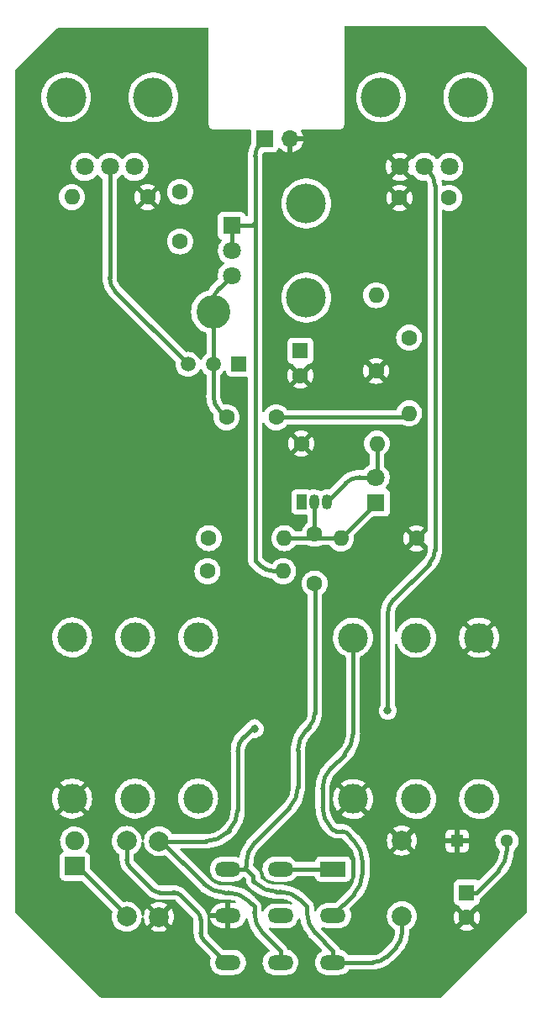
<source format=gbr>
%TF.GenerationSoftware,KiCad,Pcbnew,6.0.0-d3dd2cf0fa~116~ubuntu20.04.1*%
%TF.CreationDate,2022-01-03T11:44:46+00:00*%
%TF.ProjectId,peppermill,70657070-6572-46d6-996c-6c2e6b696361,rev?*%
%TF.SameCoordinates,Original*%
%TF.FileFunction,Copper,L1,Top*%
%TF.FilePolarity,Positive*%
%FSLAX46Y46*%
G04 Gerber Fmt 4.6, Leading zero omitted, Abs format (unit mm)*
G04 Created by KiCad (PCBNEW 6.0.0-d3dd2cf0fa~116~ubuntu20.04.1) date 2022-01-03 11:44:46*
%MOMM*%
%LPD*%
G01*
G04 APERTURE LIST*
%TA.AperFunction,ComponentPad*%
%ADD10R,2.600000X1.500000*%
%TD*%
%TA.AperFunction,ComponentPad*%
%ADD11O,2.600000X1.500000*%
%TD*%
%TA.AperFunction,ComponentPad*%
%ADD12C,3.000000*%
%TD*%
%TA.AperFunction,ComponentPad*%
%ADD13R,1.700000X1.700000*%
%TD*%
%TA.AperFunction,ComponentPad*%
%ADD14O,1.700000X1.700000*%
%TD*%
%TA.AperFunction,ComponentPad*%
%ADD15R,1.600000X1.600000*%
%TD*%
%TA.AperFunction,ComponentPad*%
%ADD16C,1.600000*%
%TD*%
%TA.AperFunction,ComponentPad*%
%ADD17R,2.000000X1.900000*%
%TD*%
%TA.AperFunction,ComponentPad*%
%ADD18C,1.900000*%
%TD*%
%TA.AperFunction,ComponentPad*%
%ADD19C,1.998980*%
%TD*%
%TA.AperFunction,ComponentPad*%
%ADD20R,1.300000X1.300000*%
%TD*%
%TA.AperFunction,ComponentPad*%
%ADD21C,1.300000*%
%TD*%
%TA.AperFunction,ComponentPad*%
%ADD22O,1.600000X1.600000*%
%TD*%
%TA.AperFunction,ComponentPad*%
%ADD23O,4.000000X4.000000*%
%TD*%
%TA.AperFunction,ComponentPad*%
%ADD24R,1.800000X1.800000*%
%TD*%
%TA.AperFunction,ComponentPad*%
%ADD25C,1.800000*%
%TD*%
%TA.AperFunction,ComponentPad*%
%ADD26C,3.400000*%
%TD*%
%TA.AperFunction,ComponentPad*%
%ADD27R,1.500000X1.500000*%
%TD*%
%TA.AperFunction,ComponentPad*%
%ADD28C,1.500000*%
%TD*%
%TA.AperFunction,WasherPad*%
%ADD29C,4.000000*%
%TD*%
%TA.AperFunction,ComponentPad*%
%ADD30R,1.050000X1.500000*%
%TD*%
%TA.AperFunction,ComponentPad*%
%ADD31O,1.050000X1.500000*%
%TD*%
%TA.AperFunction,ViaPad*%
%ADD32C,0.800000*%
%TD*%
%TA.AperFunction,Conductor*%
%ADD33C,0.400000*%
%TD*%
G04 APERTURE END LIST*
D10*
%TO.P,SW1,1,A*%
%TO.N,Net-(SW1-Pad1)*%
X148550000Y-137825000D03*
D11*
%TO.P,SW1,2,A*%
X143250000Y-137825000D03*
%TO.P,SW1,3,A*%
%TO.N,IN*%
X137950000Y-137825000D03*
%TO.P,SW1,4,B*%
%TO.N,Net-(J1-Pad2)*%
X148550000Y-142525000D03*
%TO.P,SW1,5,B*%
%TO.N,Net-(J3-Pad2)*%
X143250000Y-142550000D03*
%TO.P,SW1,6,B*%
%TO.N,GND*%
X137950000Y-142525000D03*
%TO.P,SW1,7,C*%
%TO.N,IN*%
X148550000Y-147225000D03*
%TO.P,SW1,8,C*%
%TO.N,OUT*%
X143250000Y-147225000D03*
%TO.P,SW1,9,C*%
%TO.N,Net-(R2-Pad2)*%
X137950000Y-147225000D03*
%TD*%
D12*
%TO.P,J3,1,S*%
%TO.N,GND*%
X122250000Y-130730000D03*
%TO.P,J3,2,T*%
%TO.N,Net-(J3-Pad2)*%
X134950000Y-130730000D03*
%TO.P,J3,3,R*%
%TO.N,unconnected-(J3-Pad3)*%
X128600000Y-130730000D03*
%TO.P,J3,4,SN*%
%TO.N,unconnected-(J3-Pad4)*%
X122250000Y-114500000D03*
%TO.P,J3,5,TN*%
%TO.N,unconnected-(J3-Pad5)*%
X134950000Y-114500000D03*
%TO.P,J3,6,RN*%
%TO.N,unconnected-(J3-Pad6)*%
X128600000Y-114500000D03*
%TD*%
D13*
%TO.P,J2,1,P1*%
%TO.N,+9V*%
X141650000Y-64300000D03*
D14*
%TO.P,J2,2,P2*%
%TO.N,GND*%
X144190000Y-64300000D03*
%TD*%
D15*
%TO.P,C2,1*%
%TO.N,+9V*%
X162000000Y-140200000D03*
D16*
%TO.P,C2,2*%
%TO.N,GND*%
X162000000Y-142700000D03*
%TD*%
D17*
%TO.P,D1,1,K*%
%TO.N,Net-(D1-Pad1)*%
X122500000Y-137540000D03*
D18*
%TO.P,D1,2,A*%
%TO.N,+9V*%
X122500000Y-135000000D03*
%TD*%
D19*
%TO.P,R1,1*%
%TO.N,IN*%
X155473400Y-142570200D03*
%TO.P,R1,2*%
%TO.N,GND*%
X155473400Y-134950200D03*
%TD*%
%TO.P,R3,1*%
%TO.N,OUT*%
X131000000Y-135020000D03*
%TO.P,R3,2*%
%TO.N,GND*%
X131000000Y-142640000D03*
%TD*%
%TO.P,R2,1*%
%TO.N,Net-(D1-Pad1)*%
X127750000Y-142620000D03*
%TO.P,R2,2*%
%TO.N,Net-(R2-Pad2)*%
X127750000Y-135000000D03*
%TD*%
D20*
%TO.P,C1,1*%
%TO.N,GND*%
X161050000Y-135000000D03*
D21*
%TO.P,C1,2*%
%TO.N,+9V*%
X166050000Y-135000000D03*
%TD*%
D12*
%TO.P,J1,1,S*%
%TO.N,GND*%
X163250000Y-114530000D03*
%TO.P,J1,2,T*%
%TO.N,Net-(J1-Pad2)*%
X150550000Y-114530000D03*
%TO.P,J1,3,R*%
%TO.N,unconnected-(J1-Pad3)*%
X156900000Y-114530000D03*
%TO.P,J1,4,SN*%
%TO.N,unconnected-(J1-Pad4)*%
X163250000Y-130760000D03*
%TO.P,J1,5,TN*%
%TO.N,GND*%
X150550000Y-130760000D03*
%TO.P,J1,6,RN*%
%TO.N,unconnected-(J1-Pad6)*%
X156900000Y-130760000D03*
%TD*%
D16*
%TO.P,FXC4,1*%
%TO.N,Net-(FXC4-Pad1)*%
X137809600Y-92329000D03*
%TO.P,FXC4,2*%
%TO.N,Net-(FXC4-Pad2)*%
X142809600Y-92329000D03*
%TD*%
%TO.P,FXC1,1*%
%TO.N,IN*%
X146685000Y-109067600D03*
%TO.P,FXC1,2*%
%TO.N,Net-(D2-Pad1)*%
X146685000Y-104067600D03*
%TD*%
%TO.P,FXR2,1*%
%TO.N,Net-(FXC2-Pad1)*%
X136017000Y-104495600D03*
D22*
%TO.P,FXR2,2*%
%TO.N,Net-(D2-Pad1)*%
X143637000Y-104495600D03*
%TD*%
D23*
%TO.P,RV2,*%
%TO.N,*%
X145843800Y-70789600D03*
X145843800Y-80289600D03*
D24*
%TO.P,RV2,1,1*%
%TO.N,+9V*%
X138343800Y-73039600D03*
D25*
%TO.P,RV2,2,2*%
X138343800Y-75539600D03*
%TO.P,RV2,3,3*%
%TO.N,Net-(FXC4-Pad1)*%
X138343800Y-78039600D03*
%TD*%
D26*
%TO.P,TP1,1,1*%
%TO.N,Net-(FXC4-Pad1)*%
X136448800Y-81711800D03*
%TD*%
D16*
%TO.P,FXC2,1*%
%TO.N,Net-(FXC2-Pad1)*%
X133121400Y-74621400D03*
%TO.P,FXC2,2*%
%TO.N,Net-(FXC2-Pad2)*%
X133121400Y-69621400D03*
%TD*%
D15*
%TO.P,FXC3,1*%
%TO.N,Net-(FXC3-Pad1)*%
X145237200Y-85630406D03*
D16*
%TO.P,FXC3,2*%
%TO.N,GND*%
X145237200Y-88130406D03*
%TD*%
D24*
%TO.P,D2,1,K*%
%TO.N,Net-(D2-Pad1)*%
X152831800Y-100914200D03*
D25*
%TO.P,D2,2,A*%
%TO.N,Net-(D2-Pad2)*%
X152831800Y-98374200D03*
%TD*%
D16*
%TO.P,FXR7,1*%
%TO.N,Net-(FXC5-Pad2)*%
X156210000Y-84302600D03*
D22*
%TO.P,FXR7,2*%
%TO.N,Net-(FXC4-Pad2)*%
X156210000Y-91922600D03*
%TD*%
D27*
%TO.P,Q2,1,S*%
%TO.N,Net-(FXC3-Pad1)*%
X139018600Y-86995000D03*
D28*
%TO.P,Q2,2,D*%
%TO.N,Net-(FXC4-Pad1)*%
X136478600Y-86995000D03*
%TO.P,Q2,3,G*%
%TO.N,Net-(Q2-Pad3)*%
X133938600Y-86995000D03*
%TD*%
D16*
%TO.P,FXC5,1*%
%TO.N,GND*%
X155234000Y-70231000D03*
%TO.P,FXC5,2*%
%TO.N,Net-(FXC5-Pad2)*%
X160234000Y-70231000D03*
%TD*%
%TO.P,FXR4,1*%
%TO.N,GND*%
X145338800Y-94970600D03*
D22*
%TO.P,FXR4,2*%
%TO.N,Net-(D2-Pad2)*%
X152958800Y-94970600D03*
%TD*%
D16*
%TO.P,FXR1,1*%
%TO.N,GND*%
X156946600Y-104521000D03*
D22*
%TO.P,FXR1,2*%
%TO.N,Net-(D2-Pad1)*%
X149326600Y-104521000D03*
%TD*%
D16*
%TO.P,FXR3,1*%
%TO.N,Net-(FXC2-Pad1)*%
X135890000Y-107823000D03*
D22*
%TO.P,FXR3,2*%
%TO.N,+9V*%
X143510000Y-107823000D03*
%TD*%
D29*
%TO.P,RV3,*%
%TO.N,*%
X153359400Y-60111600D03*
X162159400Y-60111600D03*
D25*
%TO.P,RV3,1,1*%
%TO.N,Net-(FXC5-Pad2)*%
X160259400Y-67111600D03*
%TO.P,RV3,2,2*%
%TO.N,OUT*%
X157759400Y-67111600D03*
%TO.P,RV3,3,3*%
%TO.N,GND*%
X155259400Y-67111600D03*
%TD*%
D29*
%TO.P,RV1,*%
%TO.N,*%
X130434800Y-60111600D03*
X121634800Y-60111600D03*
D25*
%TO.P,RV1,1,1*%
%TO.N,Net-(FXC2-Pad2)*%
X128534800Y-67111600D03*
%TO.P,RV1,2,2*%
%TO.N,Net-(Q2-Pad3)*%
X126034800Y-67111600D03*
%TO.P,RV1,3,3*%
%TO.N,Net-(FXR5-Pad2)*%
X123534800Y-67111600D03*
%TD*%
D16*
%TO.P,FXR6,1*%
%TO.N,GND*%
X152882600Y-87655400D03*
D22*
%TO.P,FXR6,2*%
%TO.N,Net-(FXC3-Pad1)*%
X152882600Y-80035400D03*
%TD*%
D16*
%TO.P,FXR5,1*%
%TO.N,GND*%
X129844800Y-70154800D03*
D22*
%TO.P,FXR5,2*%
%TO.N,Net-(FXR5-Pad2)*%
X122224800Y-70154800D03*
%TD*%
D30*
%TO.P,Q1,1,D*%
%TO.N,Net-(FXC2-Pad1)*%
X145364200Y-100863400D03*
D31*
%TO.P,Q1,2,G*%
%TO.N,Net-(D2-Pad1)*%
X146634200Y-100863400D03*
%TO.P,Q1,3,S*%
%TO.N,Net-(D2-Pad2)*%
X147904200Y-100863400D03*
%TD*%
D32*
%TO.N,OUT*%
X154051000Y-121869200D03*
X140639800Y-123723400D03*
%TD*%
D33*
%TO.N,+9V*%
X163000000Y-140200000D02*
X165171321Y-138028679D01*
X140690600Y-66087827D02*
X140690600Y-72694800D01*
X142560427Y-107823000D02*
X143510000Y-107823000D01*
X166050000Y-135907359D02*
X166050000Y-135000000D01*
X141650000Y-64300000D02*
X141276386Y-64673614D01*
X138343800Y-73039600D02*
X140345800Y-73039600D01*
X138343800Y-75539600D02*
X138343800Y-73039600D01*
X162000000Y-140200000D02*
X163000000Y-140200000D01*
X140690600Y-72694800D02*
X140690600Y-106781600D01*
X140690600Y-106781600D02*
X141146214Y-107237214D01*
X140345800Y-73039600D02*
X140690600Y-72694800D01*
X141276386Y-64673614D02*
G75*
G03*
X140690600Y-66087827I1414214J-1414213D01*
G01*
X166050000Y-135907359D02*
G75*
G02*
X165171321Y-138028679I-2999998J-1D01*
G01*
X141146214Y-107237214D02*
G75*
G03*
X142560427Y-107823000I1414213J1414214D01*
G01*
%TO.N,Net-(D1-Pad1)*%
X122500000Y-137500000D02*
X122750000Y-137500000D01*
X122750000Y-137500000D02*
X127750000Y-142500000D01*
%TO.N,Net-(SW1-Pad1)*%
X143250000Y-137825000D02*
X148550000Y-137825000D01*
%TO.N,Net-(FXC4-Pad1)*%
X137064387Y-91583787D02*
X137809600Y-92329000D01*
X136478600Y-86995000D02*
X136478600Y-90169573D01*
X137064387Y-79319013D02*
X138343800Y-78039600D01*
X136478600Y-86995000D02*
X136478600Y-80733227D01*
X136478601Y-80733227D02*
G75*
G02*
X137064388Y-79319014I1999999J0D01*
G01*
X136478601Y-90169573D02*
G75*
G03*
X137064388Y-91583786I1999999J0D01*
G01*
%TO.N,Net-(FXC4-Pad2)*%
X142809600Y-92329000D02*
X155803600Y-92329000D01*
X155803600Y-92329000D02*
X156210000Y-91922600D01*
%TO.N,Net-(D2-Pad2)*%
X152958800Y-94970600D02*
X152958800Y-98247200D01*
X152958800Y-98247200D02*
X152831800Y-98374200D01*
X152831800Y-98374200D02*
X151221827Y-98374200D01*
X149807613Y-98959987D02*
X147904200Y-100863400D01*
X149807613Y-98959987D02*
G75*
G02*
X151221827Y-98374200I1414214J-1414213D01*
G01*
%TO.N,Net-(D2-Pad1)*%
X149301200Y-104495600D02*
X149326600Y-104521000D01*
X149326600Y-104521000D02*
X152831800Y-101015800D01*
X143637000Y-104495600D02*
X149301200Y-104495600D01*
X146685000Y-104067600D02*
X146685000Y-100914200D01*
X146685000Y-100914200D02*
X146634200Y-100863400D01*
X152831800Y-101015800D02*
X152831800Y-100914200D01*
%TO.N,Net-(J1-Pad2)*%
X148513553Y-133863553D02*
X148358679Y-133708679D01*
X147480000Y-131587359D02*
X147480000Y-129732641D01*
X150550000Y-124177359D02*
X150550000Y-114530000D01*
X148358680Y-127611320D02*
X149671321Y-126298679D01*
X148550000Y-142450000D02*
X150621321Y-140378679D01*
X151500000Y-138257359D02*
X151500000Y-137062641D01*
X148550000Y-142525000D02*
X148550000Y-142450000D01*
X150621320Y-134941320D02*
X149836446Y-134156446D01*
X149482893Y-134010000D02*
X148867107Y-134010000D01*
X151500000Y-138257359D02*
G75*
G02*
X150621321Y-140378679I-2999998J-1D01*
G01*
X149482893Y-134010001D02*
G75*
G02*
X149836446Y-134156446I0J-500001D01*
G01*
X148358680Y-127611320D02*
G75*
G03*
X147480000Y-129732641I2121325J-2121323D01*
G01*
X148867107Y-134010000D02*
G75*
G02*
X148513553Y-133863553I-1J499997D01*
G01*
X147480000Y-131587359D02*
G75*
G03*
X148358679Y-133708679I2999998J-1D01*
G01*
X149671321Y-126298679D02*
G75*
G03*
X150550000Y-124177359I-2121319J2121319D01*
G01*
X150621320Y-134941320D02*
G75*
G02*
X151500000Y-137062641I-2121325J-2121323D01*
G01*
%TO.N,Net-(Q2-Pad3)*%
X126620587Y-79676987D02*
X133938600Y-86995000D01*
X126034800Y-67111600D02*
X126034800Y-78262773D01*
X126620587Y-79676987D02*
G75*
G02*
X126034800Y-78262773I1414213J1414214D01*
G01*
%TO.N,Net-(R2-Pad2)*%
X137750800Y-147225000D02*
X137950000Y-147225000D01*
X135204200Y-142908214D02*
X135204200Y-144264186D01*
X131046414Y-140182600D02*
X132478586Y-140182600D01*
X128042893Y-137593293D02*
X130339307Y-139889707D01*
X135497093Y-144971293D02*
X137750800Y-147225000D01*
X133185693Y-140475493D02*
X134911307Y-142201107D01*
X127750000Y-135000000D02*
X127750000Y-136886186D01*
X133185693Y-140475493D02*
G75*
G03*
X132478586Y-140182600I-707106J-707106D01*
G01*
X128042893Y-137593293D02*
G75*
G02*
X127750000Y-136886186I707106J707106D01*
G01*
X135204201Y-144264186D02*
G75*
G03*
X135497094Y-144971292I999993J-3D01*
G01*
X134911307Y-142201107D02*
G75*
G02*
X135204200Y-142908214I-707106J-707106D01*
G01*
X130339307Y-139889707D02*
G75*
G03*
X131046414Y-140182600I707106J707106D01*
G01*
%TO.N,IN*%
X145878680Y-123761320D02*
X146114214Y-123525786D01*
X145900000Y-142182359D02*
X145900000Y-141600000D01*
X137950000Y-137825000D02*
X139500000Y-137825000D01*
X139800000Y-137525000D02*
X139800000Y-137242641D01*
X140678680Y-135121320D02*
X144121321Y-131678679D01*
X148550000Y-146075000D02*
X146778679Y-144303679D01*
X146700000Y-122111573D02*
X146700000Y-109050641D01*
X139500000Y-137825000D02*
X139800000Y-137525000D01*
X145000000Y-129557359D02*
X145000000Y-125882641D01*
X148550000Y-147225000D02*
X148550000Y-146075000D01*
X148550000Y-147225000D02*
X152530173Y-147225000D01*
X155473400Y-144281773D02*
X155473400Y-142570200D01*
X145900000Y-141600000D02*
X145278679Y-140978679D01*
X140500000Y-139000000D02*
X140500000Y-138500000D01*
X140721320Y-139221320D02*
X140500000Y-139000000D01*
X140500000Y-138500000D02*
X139825000Y-137825000D01*
X139825000Y-137825000D02*
X139500000Y-137825000D01*
X143157359Y-140100000D02*
X142842641Y-140100000D01*
X153944387Y-146639213D02*
X154887614Y-145695986D01*
X153944387Y-146639213D02*
G75*
G02*
X152530173Y-147225000I-1414214J1414213D01*
G01*
X155473399Y-144281773D02*
G75*
G02*
X154887613Y-145695985I-1999999J0D01*
G01*
X146699999Y-122111573D02*
G75*
G02*
X146114213Y-123525785I-1999999J0D01*
G01*
X142842641Y-140099999D02*
G75*
G02*
X140721321Y-139221319I-3J2999993D01*
G01*
X140678680Y-135121320D02*
G75*
G03*
X139800000Y-137242641I2121325J-2121323D01*
G01*
X145000001Y-125882641D02*
G75*
G02*
X145878681Y-123761321I2999993J3D01*
G01*
X145000000Y-129557359D02*
G75*
G02*
X144121321Y-131678679I-2999998J-1D01*
G01*
X143157359Y-140100000D02*
G75*
G02*
X145278679Y-140978679I1J-2999998D01*
G01*
X146778679Y-144303679D02*
G75*
G02*
X145900000Y-142182359I2121319J2121319D01*
G01*
%TO.N,OUT*%
X143250000Y-146075000D02*
X143250000Y-147225000D01*
X131220000Y-135020000D02*
X135521321Y-139321321D01*
X137642641Y-140200000D02*
X137957359Y-140200000D01*
X154051000Y-121869200D02*
X154051000Y-112080427D01*
X138938000Y-131819359D02*
X138938000Y-125948827D01*
X158213724Y-67565924D02*
X157759400Y-67111600D01*
X139523787Y-124534613D02*
X140614400Y-123444000D01*
X158799511Y-105675062D02*
X158799511Y-68980138D01*
X140639800Y-123469400D02*
X140639800Y-123723400D01*
X140600000Y-141600000D02*
X140600000Y-142182359D01*
X137858680Y-134141320D02*
X138059321Y-133940679D01*
X140078680Y-141078680D02*
X140600000Y-141600000D01*
X141478680Y-144303680D02*
X143250000Y-146075000D01*
X140614400Y-123444000D02*
X140639800Y-123469400D01*
X154636787Y-110666213D02*
X158213725Y-107089275D01*
X131000000Y-135020000D02*
X135737359Y-135020000D01*
X135737359Y-135019999D02*
G75*
G03*
X137858679Y-134141319I3J2999993D01*
G01*
X141478680Y-144303680D02*
G75*
G02*
X140600000Y-142182359I2121325J2121323D01*
G01*
X137642641Y-140200000D02*
G75*
G02*
X135521321Y-139321321I-1J2999998D01*
G01*
X138938000Y-131819359D02*
G75*
G02*
X138059321Y-133940679I-2999998J-1D01*
G01*
X158799510Y-68980138D02*
G75*
G03*
X158213723Y-67565925I-1999999J0D01*
G01*
X139523787Y-124534613D02*
G75*
G03*
X138938000Y-125948827I1414213J-1414214D01*
G01*
X158213725Y-107089275D02*
G75*
G03*
X158799511Y-105675062I-1414214J1414213D01*
G01*
X140078680Y-141078680D02*
G75*
G03*
X137957359Y-140200000I-2121323J-2121325D01*
G01*
X154636787Y-110666213D02*
G75*
G03*
X154051000Y-112080427I1414213J-1414214D01*
G01*
%TD*%
%TA.AperFunction,Conductor*%
%TO.N,GND*%
G36*
X163940311Y-52928202D02*
G01*
X163961285Y-52945105D01*
X168060217Y-57044037D01*
X168094243Y-57106349D01*
X168097122Y-57133169D01*
X168084155Y-100794965D01*
X168071886Y-142105773D01*
X168071879Y-142128689D01*
X168051857Y-142196804D01*
X168034720Y-142218001D01*
X167344679Y-142904121D01*
X159466286Y-150737749D01*
X159403877Y-150771596D01*
X159377445Y-150774400D01*
X125179811Y-150774400D01*
X125111690Y-150754398D01*
X125090716Y-150737495D01*
X116521305Y-142168085D01*
X116487279Y-142105773D01*
X116484400Y-142078990D01*
X116484400Y-138538134D01*
X120991500Y-138538134D01*
X120998255Y-138600316D01*
X121049385Y-138736705D01*
X121136739Y-138853261D01*
X121253295Y-138940615D01*
X121389684Y-138991745D01*
X121451866Y-138998500D01*
X123194340Y-138998500D01*
X123262461Y-139018502D01*
X123283435Y-139035405D01*
X126278970Y-142030940D01*
X126312996Y-142093252D01*
X126310046Y-142152244D01*
X126311382Y-142152565D01*
X126255970Y-142383369D01*
X126237347Y-142620000D01*
X126255970Y-142856631D01*
X126279456Y-142954456D01*
X126307682Y-143072022D01*
X126311382Y-143087435D01*
X126313272Y-143091998D01*
X126313274Y-143092004D01*
X126381588Y-143256930D01*
X126402216Y-143306730D01*
X126526238Y-143509115D01*
X126680393Y-143689607D01*
X126860885Y-143843762D01*
X127063270Y-143967784D01*
X127067840Y-143969677D01*
X127067844Y-143969679D01*
X127277996Y-144056726D01*
X127278002Y-144056728D01*
X127282565Y-144058618D01*
X127287365Y-144059770D01*
X127287370Y-144059772D01*
X127392785Y-144085080D01*
X127513369Y-144114030D01*
X127750000Y-144132653D01*
X127986631Y-144114030D01*
X128107215Y-144085080D01*
X128212630Y-144059772D01*
X128212635Y-144059770D01*
X128217435Y-144058618D01*
X128221998Y-144056728D01*
X128222004Y-144056726D01*
X128432156Y-143969679D01*
X128432160Y-143969677D01*
X128436730Y-143967784D01*
X128592547Y-143872299D01*
X130132531Y-143872299D01*
X130138258Y-143879949D01*
X130309278Y-143984750D01*
X130318072Y-143989231D01*
X130528147Y-144076247D01*
X130537532Y-144079296D01*
X130758634Y-144132379D01*
X130768381Y-144133922D01*
X130995070Y-144151763D01*
X131004930Y-144151763D01*
X131231619Y-144133922D01*
X131241366Y-144132379D01*
X131462468Y-144079296D01*
X131471853Y-144076247D01*
X131681928Y-143989231D01*
X131690722Y-143984750D01*
X131858076Y-143882196D01*
X131867536Y-143871740D01*
X131863752Y-143862962D01*
X131012812Y-143012022D01*
X130998868Y-143004408D01*
X130997035Y-143004539D01*
X130990420Y-143008790D01*
X130139291Y-143859919D01*
X130132531Y-143872299D01*
X128592547Y-143872299D01*
X128639115Y-143843762D01*
X128819607Y-143689607D01*
X128973762Y-143509115D01*
X129097784Y-143306730D01*
X129118412Y-143256930D01*
X129186726Y-143092004D01*
X129186728Y-143091998D01*
X129188618Y-143087435D01*
X129192319Y-143072022D01*
X129220544Y-142954456D01*
X129244030Y-142856631D01*
X129248852Y-142795360D01*
X129274137Y-142729019D01*
X129331275Y-142686879D01*
X129402125Y-142682320D01*
X129464193Y-142716789D01*
X129497773Y-142779342D01*
X129500076Y-142795360D01*
X129506078Y-142871619D01*
X129507621Y-142881366D01*
X129560704Y-143102468D01*
X129563753Y-143111853D01*
X129650769Y-143321928D01*
X129655250Y-143330722D01*
X129757804Y-143498076D01*
X129768260Y-143507536D01*
X129777038Y-143503752D01*
X130627978Y-142652812D01*
X130634356Y-142641132D01*
X131364408Y-142641132D01*
X131364539Y-142642965D01*
X131368790Y-142649580D01*
X132219919Y-143500709D01*
X132232299Y-143507469D01*
X132239949Y-143501742D01*
X132344750Y-143330722D01*
X132349231Y-143321928D01*
X132436247Y-143111853D01*
X132439296Y-143102468D01*
X132492379Y-142881366D01*
X132493922Y-142871619D01*
X132511763Y-142644930D01*
X132511763Y-142635070D01*
X132493922Y-142408381D01*
X132492379Y-142398634D01*
X132439296Y-142177532D01*
X132436247Y-142168147D01*
X132349231Y-141958072D01*
X132344750Y-141949278D01*
X132242196Y-141781924D01*
X132231740Y-141772464D01*
X132222962Y-141776248D01*
X131372022Y-142627188D01*
X131364408Y-142641132D01*
X130634356Y-142641132D01*
X130635592Y-142638868D01*
X130635461Y-142637035D01*
X130631210Y-142630420D01*
X129780081Y-141779291D01*
X129767701Y-141772531D01*
X129760051Y-141778258D01*
X129655250Y-141949278D01*
X129650769Y-141958072D01*
X129563753Y-142168147D01*
X129560704Y-142177532D01*
X129507621Y-142398634D01*
X129506078Y-142408381D01*
X129501650Y-142464640D01*
X129476364Y-142530981D01*
X129419226Y-142573121D01*
X129348376Y-142577680D01*
X129286309Y-142543211D01*
X129252729Y-142480657D01*
X129250426Y-142464640D01*
X129248934Y-142445675D01*
X129244030Y-142383369D01*
X129203632Y-142215100D01*
X129189772Y-142157370D01*
X129189770Y-142157365D01*
X129188618Y-142152565D01*
X129186728Y-142148002D01*
X129186726Y-142147996D01*
X129099679Y-141937844D01*
X129099677Y-141937840D01*
X129097784Y-141933270D01*
X128973762Y-141730885D01*
X128819607Y-141550393D01*
X128639115Y-141396238D01*
X128436730Y-141272216D01*
X128432160Y-141270323D01*
X128432156Y-141270321D01*
X128222004Y-141183274D01*
X128221998Y-141183272D01*
X128217435Y-141181382D01*
X128212635Y-141180230D01*
X128212630Y-141180228D01*
X128095839Y-141152189D01*
X127986631Y-141125970D01*
X127750000Y-141107347D01*
X127513369Y-141125970D01*
X127508560Y-141127125D01*
X127508551Y-141127126D01*
X127472774Y-141135716D01*
X127401866Y-141132170D01*
X127354263Y-141102293D01*
X124045405Y-137793435D01*
X124011379Y-137731123D01*
X124008500Y-137704340D01*
X124008500Y-136541866D01*
X124001745Y-136479684D01*
X123950615Y-136343295D01*
X123863261Y-136226739D01*
X123746705Y-136139385D01*
X123688695Y-136117638D01*
X123631931Y-136074996D01*
X123607231Y-136008435D01*
X123622438Y-135939086D01*
X123630602Y-135926130D01*
X123751445Y-135757958D01*
X123754463Y-135753758D01*
X123764375Y-135733704D01*
X123858433Y-135543392D01*
X123858434Y-135543390D01*
X123860727Y-135538750D01*
X123930447Y-135309274D01*
X123961752Y-135071492D01*
X123961898Y-135065510D01*
X123963417Y-135003365D01*
X123963417Y-135003361D01*
X123963499Y-135000000D01*
X126237347Y-135000000D01*
X126255970Y-135236631D01*
X126275743Y-135318990D01*
X126308446Y-135455204D01*
X126311382Y-135467435D01*
X126313272Y-135471998D01*
X126313274Y-135472004D01*
X126397770Y-135675997D01*
X126402216Y-135686730D01*
X126526238Y-135889115D01*
X126646296Y-136029685D01*
X126674069Y-136062202D01*
X126680393Y-136069607D01*
X126860885Y-136223762D01*
X126945156Y-136275403D01*
X126981335Y-136297574D01*
X127028966Y-136350222D01*
X127041500Y-136405007D01*
X127041500Y-136826854D01*
X127040243Y-136844608D01*
X127036453Y-136871238D01*
X127036296Y-136886185D01*
X127036791Y-136890273D01*
X127036791Y-136890279D01*
X127039236Y-136910485D01*
X127039878Y-136917379D01*
X127052212Y-137105553D01*
X127052482Y-137109668D01*
X127053286Y-137113708D01*
X127053286Y-137113711D01*
X127054929Y-137121972D01*
X127096174Y-137329327D01*
X127097499Y-137333231D01*
X127097500Y-137333234D01*
X127146836Y-137478574D01*
X127168164Y-137541403D01*
X127214298Y-137634954D01*
X127248516Y-137704340D01*
X127267220Y-137742269D01*
X127269514Y-137745702D01*
X127345273Y-137859083D01*
X127391647Y-137928487D01*
X127394361Y-137931582D01*
X127394372Y-137931596D01*
X127505967Y-138058844D01*
X127511995Y-138066268D01*
X127527770Y-138087278D01*
X127538228Y-138097958D01*
X127541472Y-138100501D01*
X127541478Y-138100507D01*
X127566342Y-138120002D01*
X127577691Y-138130061D01*
X129796365Y-140348735D01*
X129808029Y-140362176D01*
X129824184Y-140383692D01*
X129834642Y-140394372D01*
X129837886Y-140396916D01*
X129837891Y-140396920D01*
X129853904Y-140409475D01*
X129859237Y-140413899D01*
X130001008Y-140538230D01*
X130004113Y-140540953D01*
X130190331Y-140665380D01*
X130194030Y-140667204D01*
X130194035Y-140667207D01*
X130296122Y-140717550D01*
X130391197Y-140764436D01*
X130395102Y-140765761D01*
X130395103Y-140765762D01*
X130599366Y-140835100D01*
X130599369Y-140835101D01*
X130603273Y-140836426D01*
X130735098Y-140862647D01*
X130818889Y-140879314D01*
X130818892Y-140879314D01*
X130822932Y-140880118D01*
X130827041Y-140880387D01*
X130827046Y-140880388D01*
X130893611Y-140884751D01*
X130960277Y-140909166D01*
X131003161Y-140965748D01*
X131008646Y-141036532D01*
X130974992Y-141099045D01*
X130912883Y-141133440D01*
X130895254Y-141136093D01*
X130768382Y-141146078D01*
X130758634Y-141147621D01*
X130537532Y-141200704D01*
X130528147Y-141203753D01*
X130318072Y-141290769D01*
X130309278Y-141295250D01*
X130141924Y-141397804D01*
X130132464Y-141408260D01*
X130136248Y-141417038D01*
X130987188Y-142267978D01*
X131001132Y-142275592D01*
X131002965Y-142275461D01*
X131009580Y-142271210D01*
X131860709Y-141420081D01*
X131867469Y-141407701D01*
X131861742Y-141400051D01*
X131690722Y-141295250D01*
X131681928Y-141290769D01*
X131471853Y-141203753D01*
X131462468Y-141200704D01*
X131241366Y-141147621D01*
X131231619Y-141146078D01*
X131188854Y-141142712D01*
X131122513Y-141117426D01*
X131080373Y-141060288D01*
X131075814Y-140989438D01*
X131110283Y-140927371D01*
X131172837Y-140893791D01*
X131198740Y-140891100D01*
X132423623Y-140891100D01*
X132440069Y-140892178D01*
X132463582Y-140895274D01*
X132463586Y-140895274D01*
X132471113Y-140896265D01*
X132478666Y-140895431D01*
X132481361Y-140895134D01*
X132511634Y-140895451D01*
X132537588Y-140898868D01*
X132569358Y-140907381D01*
X132575592Y-140909963D01*
X132609010Y-140923805D01*
X132637495Y-140940250D01*
X132653254Y-140952343D01*
X132666570Y-140964145D01*
X132671148Y-140968820D01*
X132675771Y-140974845D01*
X132681695Y-140979591D01*
X132681698Y-140979594D01*
X132707097Y-140999942D01*
X132717411Y-141009181D01*
X134371456Y-142663226D01*
X134382323Y-142675617D01*
X134390965Y-142686879D01*
X134401385Y-142700459D01*
X134407310Y-142705205D01*
X134407313Y-142705209D01*
X134409433Y-142706907D01*
X134430609Y-142728531D01*
X134435258Y-142734589D01*
X134446550Y-142749305D01*
X134462996Y-142777791D01*
X134475024Y-142806831D01*
X134479419Y-142817442D01*
X134487932Y-142849213D01*
X134490523Y-142868894D01*
X134491594Y-142886655D01*
X134491525Y-142893214D01*
X134490535Y-142900739D01*
X134491368Y-142908284D01*
X134491368Y-142908286D01*
X134494939Y-142940629D01*
X134495700Y-142954456D01*
X134495700Y-144204854D01*
X134494443Y-144222608D01*
X134490653Y-144249237D01*
X134490496Y-144264184D01*
X134490991Y-144268272D01*
X134490991Y-144268279D01*
X134493438Y-144288501D01*
X134494080Y-144295394D01*
X134505340Y-144467188D01*
X134506682Y-144487667D01*
X134507486Y-144491707D01*
X134507486Y-144491710D01*
X134546935Y-144690031D01*
X134550375Y-144707326D01*
X134551700Y-144711230D01*
X134551701Y-144711233D01*
X134601840Y-144858938D01*
X134622365Y-144919403D01*
X134721421Y-145120269D01*
X134723715Y-145123702D01*
X134786315Y-145217389D01*
X134845848Y-145306487D01*
X134848562Y-145309581D01*
X134848566Y-145309587D01*
X134960163Y-145436838D01*
X134966191Y-145444263D01*
X134979491Y-145461977D01*
X134979497Y-145461984D01*
X134981971Y-145465279D01*
X134992429Y-145475959D01*
X134995673Y-145478502D01*
X134995679Y-145478508D01*
X135020543Y-145498003D01*
X135031892Y-145508062D01*
X136185262Y-146661432D01*
X136219288Y-146723744D01*
X136211540Y-146801173D01*
X136202412Y-146821967D01*
X136149968Y-147040411D01*
X136149645Y-147046016D01*
X136143400Y-147154336D01*
X136137037Y-147264690D01*
X136164025Y-147487715D01*
X136230082Y-147702435D01*
X136232652Y-147707415D01*
X136232654Y-147707419D01*
X136297852Y-147833738D01*
X136333118Y-147902064D01*
X136469877Y-148080292D01*
X136636036Y-148231485D01*
X136640783Y-148234463D01*
X136640786Y-148234465D01*
X136769229Y-148315036D01*
X136826344Y-148350864D01*
X137034783Y-148434656D01*
X137254767Y-148480213D01*
X137259378Y-148480479D01*
X137259379Y-148480479D01*
X137309952Y-148483395D01*
X137309956Y-148483395D01*
X137311775Y-148483500D01*
X138556999Y-148483500D01*
X138559786Y-148483251D01*
X138559792Y-148483251D01*
X138629929Y-148476991D01*
X138723762Y-148468617D01*
X138729176Y-148467136D01*
X138729181Y-148467135D01*
X138856912Y-148432191D01*
X138940451Y-148409337D01*
X138945509Y-148406925D01*
X138945513Y-148406923D01*
X139063042Y-148350864D01*
X139143218Y-148312622D01*
X139325654Y-148181529D01*
X139481992Y-148020201D01*
X139607290Y-147833738D01*
X139697588Y-147628033D01*
X139750032Y-147409589D01*
X139762963Y-147185310D01*
X139735975Y-146962285D01*
X139669918Y-146747565D01*
X139604798Y-146621396D01*
X139569454Y-146552919D01*
X139569454Y-146552918D01*
X139566882Y-146547936D01*
X139430123Y-146369708D01*
X139263964Y-146218515D01*
X139259217Y-146215537D01*
X139259214Y-146215535D01*
X139078405Y-146102115D01*
X139073656Y-146099136D01*
X138865217Y-146015344D01*
X138645233Y-145969787D01*
X138640622Y-145969521D01*
X138640621Y-145969521D01*
X138590048Y-145966605D01*
X138590044Y-145966605D01*
X138588225Y-145966500D01*
X137546460Y-145966500D01*
X137478339Y-145946498D01*
X137457365Y-145929595D01*
X136036947Y-144509177D01*
X136026086Y-144496794D01*
X136007014Y-144471939D01*
X136001084Y-144467188D01*
X135998970Y-144465494D01*
X135977790Y-144443866D01*
X135961853Y-144423097D01*
X135945407Y-144394612D01*
X135928981Y-144354958D01*
X135920468Y-144323190D01*
X135917874Y-144303485D01*
X135916805Y-144285733D01*
X135916873Y-144279195D01*
X135917865Y-144271662D01*
X135913461Y-144231772D01*
X135912700Y-144217945D01*
X135912700Y-142967546D01*
X135913957Y-142949792D01*
X135917166Y-142927245D01*
X135917166Y-142927244D01*
X135917747Y-142923162D01*
X135917904Y-142908215D01*
X135917409Y-142904121D01*
X135914964Y-142883915D01*
X135914322Y-142877021D01*
X135908797Y-142792728D01*
X136166114Y-142792728D01*
X136166166Y-142792973D01*
X136228898Y-142996883D01*
X136233119Y-143007229D01*
X136330971Y-143196814D01*
X136336957Y-143206245D01*
X136466832Y-143375501D01*
X136474393Y-143383724D01*
X136632194Y-143527312D01*
X136641094Y-143534067D01*
X136821815Y-143647434D01*
X136831781Y-143652511D01*
X137029714Y-143732080D01*
X137040429Y-143735315D01*
X137250301Y-143778777D01*
X137259438Y-143779980D01*
X137309990Y-143782895D01*
X137313637Y-143783000D01*
X137677885Y-143783000D01*
X137693124Y-143778525D01*
X137694329Y-143777135D01*
X137696000Y-143769452D01*
X137696000Y-142797115D01*
X137691525Y-142781876D01*
X137690135Y-142780671D01*
X137682452Y-142779000D01*
X136181589Y-142779000D01*
X136167607Y-142783105D01*
X136166114Y-142792728D01*
X135908797Y-142792728D01*
X135901988Y-142688847D01*
X135901987Y-142688843D01*
X135901718Y-142684732D01*
X135896356Y-142657772D01*
X135871597Y-142533299D01*
X135858026Y-142465073D01*
X135851442Y-142445675D01*
X135787362Y-142256903D01*
X135787361Y-142256902D01*
X135786167Y-142253384D01*
X136171376Y-142253384D01*
X136172081Y-142267470D01*
X136180960Y-142271000D01*
X137677885Y-142271000D01*
X137693124Y-142266525D01*
X137694329Y-142265135D01*
X137696000Y-142257452D01*
X137696000Y-141285115D01*
X137691525Y-141269876D01*
X137690135Y-141268671D01*
X137682452Y-141267000D01*
X137345825Y-141267000D01*
X137340230Y-141267249D01*
X137181922Y-141281378D01*
X137170908Y-141283360D01*
X136965140Y-141339651D01*
X136954659Y-141343549D01*
X136762097Y-141435397D01*
X136752484Y-141441082D01*
X136579233Y-141565575D01*
X136570767Y-141572883D01*
X136422308Y-141726082D01*
X136415265Y-141734779D01*
X136296281Y-141911844D01*
X136290895Y-141921642D01*
X136205143Y-142116990D01*
X136201578Y-142127582D01*
X136171376Y-142253384D01*
X135786167Y-142253384D01*
X135786036Y-142252997D01*
X135738878Y-142157370D01*
X135688807Y-142055835D01*
X135688804Y-142055830D01*
X135686980Y-142052131D01*
X135642073Y-141984923D01*
X135564846Y-141869344D01*
X135564842Y-141869339D01*
X135562553Y-141865913D01*
X135559839Y-141862818D01*
X135559828Y-141862804D01*
X135448233Y-141735556D01*
X135442204Y-141728131D01*
X135426430Y-141707122D01*
X135415972Y-141696442D01*
X135412728Y-141693899D01*
X135412722Y-141693893D01*
X135387858Y-141674398D01*
X135376509Y-141664339D01*
X133728635Y-140016465D01*
X133716970Y-140003023D01*
X133700816Y-139981508D01*
X133690358Y-139970828D01*
X133687114Y-139968284D01*
X133687109Y-139968280D01*
X133671096Y-139955725D01*
X133665763Y-139951301D01*
X133523992Y-139826970D01*
X133520887Y-139824247D01*
X133334669Y-139699820D01*
X133330970Y-139697996D01*
X133330965Y-139697993D01*
X133228878Y-139647650D01*
X133133803Y-139600764D01*
X132969407Y-139544959D01*
X132925634Y-139530100D01*
X132925631Y-139530099D01*
X132921727Y-139528774D01*
X132775078Y-139499604D01*
X132706111Y-139485886D01*
X132706108Y-139485886D01*
X132702068Y-139485082D01*
X132697957Y-139484813D01*
X132697953Y-139484812D01*
X132529057Y-139473742D01*
X132519545Y-139472755D01*
X132497616Y-139469634D01*
X132497613Y-139469634D01*
X132493532Y-139469053D01*
X132486484Y-139468979D01*
X132482719Y-139468939D01*
X132482713Y-139468939D01*
X132478585Y-139468896D01*
X132443125Y-139473187D01*
X132427990Y-139474100D01*
X131101377Y-139474100D01*
X131084931Y-139473022D01*
X131061418Y-139469926D01*
X131061414Y-139469926D01*
X131053887Y-139468935D01*
X131046334Y-139469769D01*
X131043639Y-139470066D01*
X131013366Y-139469749D01*
X130987412Y-139466332D01*
X130955642Y-139457819D01*
X130915990Y-139441395D01*
X130887505Y-139424950D01*
X130871746Y-139412857D01*
X130858430Y-139401055D01*
X130853852Y-139396380D01*
X130849229Y-139390355D01*
X130843305Y-139385609D01*
X130843302Y-139385606D01*
X130817903Y-139365258D01*
X130807589Y-139356019D01*
X128582744Y-137131174D01*
X128571877Y-137118783D01*
X128557440Y-137099968D01*
X128557439Y-137099967D01*
X128552815Y-137093941D01*
X128546890Y-137089195D01*
X128546887Y-137089191D01*
X128544767Y-137087493D01*
X128523591Y-137065869D01*
X128518186Y-137058826D01*
X128507650Y-137045095D01*
X128491204Y-137016608D01*
X128474781Y-136976958D01*
X128466268Y-136945187D01*
X128463677Y-136925506D01*
X128462606Y-136907745D01*
X128462675Y-136901186D01*
X128463665Y-136893661D01*
X128461190Y-136871238D01*
X128459261Y-136853771D01*
X128458500Y-136839944D01*
X128458500Y-136405007D01*
X128478502Y-136336886D01*
X128518665Y-136297574D01*
X128554844Y-136275403D01*
X128639115Y-136223762D01*
X128819607Y-136069607D01*
X128825932Y-136062202D01*
X128853704Y-136029685D01*
X128973762Y-135889115D01*
X129097784Y-135686730D01*
X129102230Y-135675997D01*
X129186726Y-135472004D01*
X129186728Y-135471998D01*
X129188618Y-135467435D01*
X129191555Y-135455204D01*
X129224257Y-135318990D01*
X129244030Y-135236631D01*
X129248601Y-135178550D01*
X129273886Y-135112209D01*
X129331024Y-135070069D01*
X129401874Y-135065510D01*
X129463942Y-135099979D01*
X129497522Y-135162532D01*
X129499825Y-135178550D01*
X129505970Y-135256631D01*
X129521717Y-135322222D01*
X129559179Y-135478258D01*
X129561382Y-135487435D01*
X129563272Y-135491998D01*
X129563274Y-135492004D01*
X129650321Y-135702156D01*
X129652216Y-135706730D01*
X129776238Y-135909115D01*
X129930393Y-136089607D01*
X129934149Y-136092815D01*
X129947924Y-136104580D01*
X130110885Y-136243762D01*
X130313270Y-136367784D01*
X130317840Y-136369677D01*
X130317844Y-136369679D01*
X130527996Y-136456726D01*
X130528002Y-136456728D01*
X130532565Y-136458618D01*
X130537365Y-136459770D01*
X130537370Y-136459772D01*
X130642785Y-136485080D01*
X130763369Y-136514030D01*
X131000000Y-136532653D01*
X131236631Y-136514030D01*
X131357215Y-136485080D01*
X131462630Y-136459772D01*
X131462635Y-136459770D01*
X131467435Y-136458618D01*
X131471998Y-136456728D01*
X131472004Y-136456726D01*
X131523448Y-136435417D01*
X131594038Y-136427828D01*
X131660761Y-136462731D01*
X133322716Y-138124687D01*
X134978382Y-139780353D01*
X134990046Y-139793794D01*
X135006198Y-139815306D01*
X135016656Y-139825986D01*
X135029988Y-139836440D01*
X135037331Y-139842667D01*
X135256593Y-140043583D01*
X135258755Y-140045242D01*
X135258761Y-140045247D01*
X135344370Y-140110937D01*
X135513507Y-140240720D01*
X135786625Y-140414715D01*
X135874736Y-140460583D01*
X136060556Y-140557315D01*
X136073868Y-140564245D01*
X136373051Y-140688170D01*
X136375671Y-140688996D01*
X136375679Y-140688999D01*
X136679266Y-140784720D01*
X136679271Y-140784721D01*
X136681896Y-140785549D01*
X136998054Y-140855639D01*
X137000774Y-140855997D01*
X137000779Y-140855998D01*
X137107341Y-140870027D01*
X137319116Y-140897908D01*
X137599588Y-140910154D01*
X137611824Y-140911289D01*
X137627694Y-140913547D01*
X137634895Y-140913623D01*
X137638507Y-140913661D01*
X137638513Y-140913661D01*
X137642641Y-140913704D01*
X137678101Y-140909413D01*
X137693236Y-140908500D01*
X137902395Y-140908500D01*
X137918841Y-140909578D01*
X137942354Y-140912674D01*
X137942358Y-140912674D01*
X137949885Y-140913665D01*
X137970724Y-140911364D01*
X137972990Y-140911114D01*
X137993883Y-140910551D01*
X138003908Y-140911114D01*
X138206864Y-140922512D01*
X138220896Y-140924093D01*
X138340595Y-140944431D01*
X138460290Y-140964768D01*
X138474065Y-140967912D01*
X138661586Y-141021936D01*
X138721507Y-141060015D01*
X138751329Y-141124445D01*
X138741584Y-141194769D01*
X138695365Y-141248661D01*
X138627348Y-141269010D01*
X138619451Y-141268803D01*
X138590007Y-141267105D01*
X138586363Y-141267000D01*
X138222115Y-141267000D01*
X138206876Y-141271475D01*
X138205671Y-141272865D01*
X138204000Y-141280548D01*
X138204000Y-143764885D01*
X138208475Y-143780124D01*
X138209865Y-143781329D01*
X138217548Y-143783000D01*
X138554175Y-143783000D01*
X138559770Y-143782751D01*
X138718078Y-143768622D01*
X138729092Y-143766640D01*
X138934860Y-143710349D01*
X138945341Y-143706451D01*
X139137903Y-143614603D01*
X139147516Y-143608918D01*
X139320767Y-143484425D01*
X139329233Y-143477117D01*
X139477692Y-143323918D01*
X139484735Y-143315221D01*
X139603719Y-143138156D01*
X139609105Y-143128358D01*
X139694857Y-142933010D01*
X139698422Y-142922416D01*
X139709884Y-142874673D01*
X139745236Y-142813103D01*
X139808262Y-142780420D01*
X139878953Y-142787000D01*
X139934865Y-142830754D01*
X139955416Y-142876814D01*
X139988809Y-143027435D01*
X140014452Y-143143104D01*
X140015277Y-143145721D01*
X140015279Y-143145728D01*
X140102232Y-143421507D01*
X140111830Y-143451949D01*
X140235756Y-143751132D01*
X140385286Y-144038376D01*
X140559281Y-144311494D01*
X140644917Y-144423097D01*
X140754748Y-144566231D01*
X140756418Y-144568408D01*
X140758270Y-144570429D01*
X140758271Y-144570430D01*
X140946072Y-144775378D01*
X140953936Y-144784851D01*
X140963557Y-144797665D01*
X140974015Y-144808345D01*
X140977259Y-144810888D01*
X140977265Y-144810894D01*
X141002129Y-144830389D01*
X141013478Y-144840448D01*
X142102435Y-145929405D01*
X142136461Y-145991717D01*
X142131396Y-146062532D01*
X142088849Y-146119368D01*
X142067585Y-146132225D01*
X142065368Y-146133283D01*
X142061842Y-146134964D01*
X142061838Y-146134967D01*
X142056782Y-146137378D01*
X141938617Y-146222288D01*
X141881398Y-146263404D01*
X141874346Y-146268471D01*
X141870439Y-146272503D01*
X141775421Y-146370554D01*
X141718008Y-146429799D01*
X141592710Y-146616262D01*
X141502412Y-146821967D01*
X141449968Y-147040411D01*
X141449645Y-147046016D01*
X141443400Y-147154336D01*
X141437037Y-147264690D01*
X141464025Y-147487715D01*
X141530082Y-147702435D01*
X141532652Y-147707415D01*
X141532654Y-147707419D01*
X141597852Y-147833738D01*
X141633118Y-147902064D01*
X141769877Y-148080292D01*
X141936036Y-148231485D01*
X141940783Y-148234463D01*
X141940786Y-148234465D01*
X142069229Y-148315036D01*
X142126344Y-148350864D01*
X142334783Y-148434656D01*
X142554767Y-148480213D01*
X142559378Y-148480479D01*
X142559379Y-148480479D01*
X142609952Y-148483395D01*
X142609956Y-148483395D01*
X142611775Y-148483500D01*
X143856999Y-148483500D01*
X143859786Y-148483251D01*
X143859792Y-148483251D01*
X143929929Y-148476991D01*
X144023762Y-148468617D01*
X144029176Y-148467136D01*
X144029181Y-148467135D01*
X144156912Y-148432191D01*
X144240451Y-148409337D01*
X144245509Y-148406925D01*
X144245513Y-148406923D01*
X144363042Y-148350864D01*
X144443218Y-148312622D01*
X144625654Y-148181529D01*
X144781992Y-148020201D01*
X144907290Y-147833738D01*
X144997588Y-147628033D01*
X145050032Y-147409589D01*
X145062963Y-147185310D01*
X145035975Y-146962285D01*
X144969918Y-146747565D01*
X144904798Y-146621396D01*
X144869454Y-146552919D01*
X144869454Y-146552918D01*
X144866882Y-146547936D01*
X144730123Y-146369708D01*
X144563964Y-146218515D01*
X144559217Y-146215537D01*
X144559214Y-146215535D01*
X144378405Y-146102115D01*
X144373656Y-146099136D01*
X144165217Y-146015344D01*
X144036675Y-145988724D01*
X143974025Y-145955323D01*
X143944831Y-145904109D01*
X143943104Y-145904762D01*
X143940682Y-145898353D01*
X143939882Y-145895428D01*
X143939863Y-145895395D01*
X143939778Y-145895048D01*
X143935309Y-145878715D01*
X143934548Y-145876195D01*
X143933243Y-145868717D01*
X143930189Y-145861759D01*
X143907559Y-145810204D01*
X143905068Y-145804099D01*
X143885175Y-145751456D01*
X143885173Y-145751452D01*
X143882487Y-145744344D01*
X143878184Y-145738083D01*
X143876947Y-145735717D01*
X143868720Y-145720937D01*
X143867369Y-145718652D01*
X143864315Y-145711695D01*
X143859695Y-145705675D01*
X143859692Y-145705669D01*
X143825421Y-145661009D01*
X143821541Y-145655668D01*
X143789661Y-145609280D01*
X143789656Y-145609275D01*
X143785357Y-145603019D01*
X143738829Y-145561564D01*
X143733554Y-145556584D01*
X142104940Y-143927970D01*
X142070914Y-143865658D01*
X142075979Y-143794843D01*
X142118526Y-143738007D01*
X142185046Y-143713196D01*
X142241031Y-143721968D01*
X142329569Y-143757560D01*
X142334783Y-143759656D01*
X142554767Y-143805213D01*
X142559378Y-143805479D01*
X142559379Y-143805479D01*
X142609952Y-143808395D01*
X142609956Y-143808395D01*
X142611775Y-143808500D01*
X143856999Y-143808500D01*
X143859786Y-143808251D01*
X143859792Y-143808251D01*
X143929929Y-143801991D01*
X144023762Y-143793617D01*
X144029176Y-143792136D01*
X144029181Y-143792135D01*
X144188351Y-143748590D01*
X144240451Y-143734337D01*
X144245509Y-143731925D01*
X144245513Y-143731923D01*
X144372422Y-143671390D01*
X144443218Y-143637622D01*
X144625654Y-143506529D01*
X144744661Y-143383724D01*
X144778089Y-143349229D01*
X144778091Y-143349226D01*
X144781992Y-143345201D01*
X144907290Y-143158738D01*
X144997588Y-142953033D01*
X145000911Y-142939194D01*
X145013013Y-142888783D01*
X145048365Y-142827214D01*
X145111392Y-142794531D01*
X145182083Y-142801111D01*
X145237994Y-142844866D01*
X145258545Y-142890926D01*
X145314451Y-143143104D01*
X145315278Y-143145728D01*
X145315280Y-143145734D01*
X145402232Y-143421507D01*
X145411830Y-143451949D01*
X145535755Y-143751132D01*
X145537024Y-143753570D01*
X145537026Y-143753574D01*
X145581712Y-143839414D01*
X145685285Y-144038375D01*
X145859280Y-144311493D01*
X146056417Y-144568407D01*
X146075278Y-144588990D01*
X146246071Y-144775377D01*
X146253935Y-144784850D01*
X146263556Y-144797664D01*
X146274014Y-144808344D01*
X146277258Y-144810887D01*
X146277264Y-144810893D01*
X146302128Y-144830388D01*
X146313477Y-144840447D01*
X147402434Y-145929405D01*
X147436460Y-145991717D01*
X147431395Y-146062533D01*
X147388848Y-146119368D01*
X147367581Y-146132227D01*
X147361844Y-146134963D01*
X147361839Y-146134966D01*
X147356782Y-146137378D01*
X147238617Y-146222288D01*
X147181398Y-146263404D01*
X147174346Y-146268471D01*
X147170439Y-146272503D01*
X147075421Y-146370554D01*
X147018008Y-146429799D01*
X146892710Y-146616262D01*
X146802412Y-146821967D01*
X146749968Y-147040411D01*
X146749645Y-147046016D01*
X146743400Y-147154336D01*
X146737037Y-147264690D01*
X146764025Y-147487715D01*
X146830082Y-147702435D01*
X146832652Y-147707415D01*
X146832654Y-147707419D01*
X146897852Y-147833738D01*
X146933118Y-147902064D01*
X147069877Y-148080292D01*
X147236036Y-148231485D01*
X147240783Y-148234463D01*
X147240786Y-148234465D01*
X147369229Y-148315036D01*
X147426344Y-148350864D01*
X147634783Y-148434656D01*
X147854767Y-148480213D01*
X147859378Y-148480479D01*
X147859379Y-148480479D01*
X147909952Y-148483395D01*
X147909956Y-148483395D01*
X147911775Y-148483500D01*
X149156999Y-148483500D01*
X149159786Y-148483251D01*
X149159792Y-148483251D01*
X149229929Y-148476991D01*
X149323762Y-148468617D01*
X149329176Y-148467136D01*
X149329181Y-148467135D01*
X149456912Y-148432191D01*
X149540451Y-148409337D01*
X149545509Y-148406925D01*
X149545513Y-148406923D01*
X149663042Y-148350864D01*
X149743218Y-148312622D01*
X149925654Y-148181529D01*
X150081992Y-148020201D01*
X150102809Y-147989222D01*
X150157404Y-147943839D01*
X150207389Y-147933500D01*
X152470842Y-147933500D01*
X152488596Y-147934757D01*
X152511143Y-147937966D01*
X152511144Y-147937966D01*
X152515226Y-147938547D01*
X152522646Y-147938625D01*
X152526047Y-147938661D01*
X152526052Y-147938661D01*
X152530173Y-147938704D01*
X152537687Y-147937795D01*
X152540581Y-147937445D01*
X152548649Y-147936731D01*
X152680678Y-147929316D01*
X152833907Y-147920711D01*
X153133821Y-147869753D01*
X153426144Y-147785536D01*
X153707199Y-147669119D01*
X153973453Y-147521966D01*
X154221557Y-147345927D01*
X154419193Y-147169308D01*
X154427501Y-147162498D01*
X154435069Y-147156816D01*
X154435070Y-147156815D01*
X154438372Y-147154336D01*
X154441319Y-147151451D01*
X154441324Y-147151446D01*
X154446106Y-147146763D01*
X154446108Y-147146761D01*
X154449052Y-147143878D01*
X154471097Y-147115763D01*
X154481156Y-147104414D01*
X155346650Y-146238921D01*
X155360092Y-146227257D01*
X155375704Y-146215535D01*
X155381599Y-146211109D01*
X155392279Y-146200651D01*
X155398759Y-146192387D01*
X155403959Y-146186179D01*
X155591975Y-145975788D01*
X155591983Y-145975778D01*
X155594327Y-145973155D01*
X155596906Y-145969521D01*
X155712090Y-145807184D01*
X155770366Y-145725051D01*
X155906626Y-145478508D01*
X155915808Y-145461894D01*
X155915809Y-145461893D01*
X155917519Y-145458798D01*
X155979325Y-145309587D01*
X156032582Y-145181012D01*
X156032582Y-145181011D01*
X156033936Y-145177743D01*
X156118152Y-144885420D01*
X156169110Y-144585506D01*
X156177064Y-144443866D01*
X156183971Y-144320880D01*
X156185030Y-144310193D01*
X156186365Y-144300808D01*
X156186947Y-144296720D01*
X156187033Y-144288501D01*
X156187061Y-144285907D01*
X156187061Y-144285901D01*
X156187104Y-144281773D01*
X156182813Y-144246313D01*
X156181900Y-144231178D01*
X156181900Y-143975207D01*
X156201902Y-143907086D01*
X156242065Y-143867774D01*
X156294374Y-143835719D01*
X156362515Y-143793962D01*
X156371765Y-143786062D01*
X161278493Y-143786062D01*
X161287789Y-143798077D01*
X161338994Y-143833931D01*
X161348489Y-143839414D01*
X161545947Y-143931490D01*
X161556239Y-143935236D01*
X161766688Y-143991625D01*
X161777481Y-143993528D01*
X161994525Y-144012517D01*
X162005475Y-144012517D01*
X162222519Y-143993528D01*
X162233312Y-143991625D01*
X162443761Y-143935236D01*
X162454053Y-143931490D01*
X162651511Y-143839414D01*
X162661006Y-143833931D01*
X162713048Y-143797491D01*
X162721424Y-143787012D01*
X162714356Y-143773566D01*
X162012812Y-143072022D01*
X161998868Y-143064408D01*
X161997035Y-143064539D01*
X161990420Y-143068790D01*
X161284923Y-143774287D01*
X161278493Y-143786062D01*
X156371765Y-143786062D01*
X156543007Y-143639807D01*
X156697162Y-143459315D01*
X156821184Y-143256930D01*
X156833555Y-143227064D01*
X156910126Y-143042204D01*
X156910128Y-143042198D01*
X156912018Y-143037635D01*
X156918168Y-143012022D01*
X156947755Y-142888783D01*
X156967430Y-142806831D01*
X156975407Y-142705475D01*
X160687483Y-142705475D01*
X160706472Y-142922519D01*
X160708375Y-142933312D01*
X160764764Y-143143761D01*
X160768510Y-143154053D01*
X160860586Y-143351511D01*
X160866069Y-143361006D01*
X160902509Y-143413048D01*
X160912988Y-143421424D01*
X160926434Y-143414356D01*
X161627978Y-142712812D01*
X161634356Y-142701132D01*
X162364408Y-142701132D01*
X162364539Y-142702965D01*
X162368790Y-142709580D01*
X163074287Y-143415077D01*
X163086062Y-143421507D01*
X163098077Y-143412211D01*
X163133931Y-143361006D01*
X163139414Y-143351511D01*
X163231490Y-143154053D01*
X163235236Y-143143761D01*
X163291625Y-142933312D01*
X163293528Y-142922519D01*
X163312517Y-142705475D01*
X163312517Y-142694525D01*
X163293528Y-142477481D01*
X163291625Y-142466688D01*
X163235236Y-142256239D01*
X163231490Y-142245947D01*
X163139414Y-142048489D01*
X163133931Y-142038994D01*
X163097491Y-141986952D01*
X163087012Y-141978576D01*
X163073566Y-141985644D01*
X162372022Y-142687188D01*
X162364408Y-142701132D01*
X161634356Y-142701132D01*
X161635592Y-142698868D01*
X161635461Y-142697035D01*
X161631210Y-142690420D01*
X160925713Y-141984923D01*
X160913938Y-141978493D01*
X160901923Y-141987789D01*
X160866069Y-142038994D01*
X160860586Y-142048489D01*
X160768510Y-142245947D01*
X160764764Y-142256239D01*
X160708375Y-142466688D01*
X160706472Y-142477481D01*
X160687483Y-142694525D01*
X160687483Y-142705475D01*
X156975407Y-142705475D01*
X156986053Y-142570200D01*
X156967430Y-142333569D01*
X156931127Y-142182359D01*
X156913172Y-142107570D01*
X156913170Y-142107565D01*
X156912018Y-142102765D01*
X156910128Y-142098202D01*
X156910126Y-142098196D01*
X156823079Y-141888044D01*
X156823077Y-141888040D01*
X156821184Y-141883470D01*
X156697162Y-141681085D01*
X156543007Y-141500593D01*
X156362515Y-141346438D01*
X156160130Y-141222416D01*
X156155560Y-141220523D01*
X156155556Y-141220521D01*
X155945404Y-141133474D01*
X155945398Y-141133472D01*
X155940835Y-141131582D01*
X155936035Y-141130430D01*
X155936030Y-141130428D01*
X155818839Y-141102293D01*
X155710031Y-141076170D01*
X155473400Y-141057547D01*
X155236769Y-141076170D01*
X155127961Y-141102293D01*
X155010770Y-141130428D01*
X155010765Y-141130430D01*
X155005965Y-141131582D01*
X155001402Y-141133472D01*
X155001396Y-141133474D01*
X154791244Y-141220521D01*
X154791240Y-141220523D01*
X154786670Y-141222416D01*
X154584285Y-141346438D01*
X154403793Y-141500593D01*
X154249638Y-141681085D01*
X154125616Y-141883470D01*
X154123723Y-141888040D01*
X154123721Y-141888044D01*
X154036674Y-142098196D01*
X154036672Y-142098202D01*
X154034782Y-142102765D01*
X154033630Y-142107565D01*
X154033628Y-142107570D01*
X154015673Y-142182359D01*
X153979370Y-142333569D01*
X153960747Y-142570200D01*
X153979370Y-142806831D01*
X153999045Y-142888783D01*
X154028633Y-143012022D01*
X154034782Y-143037635D01*
X154036672Y-143042198D01*
X154036674Y-143042204D01*
X154113245Y-143227064D01*
X154125616Y-143256930D01*
X154249638Y-143459315D01*
X154403793Y-143639807D01*
X154584285Y-143793962D01*
X154652426Y-143835719D01*
X154704735Y-143867774D01*
X154752366Y-143920422D01*
X154764900Y-143975207D01*
X154764900Y-144226809D01*
X154763822Y-144243255D01*
X154761067Y-144264184D01*
X154759735Y-144274299D01*
X154761303Y-144288501D01*
X154761786Y-144292876D01*
X154762159Y-144316587D01*
X154749777Y-144473921D01*
X154746684Y-144493450D01*
X154724584Y-144585506D01*
X154704004Y-144671227D01*
X154697896Y-144690026D01*
X154627927Y-144858944D01*
X154618957Y-144876549D01*
X154523426Y-145032443D01*
X154511807Y-145048435D01*
X154427152Y-145147552D01*
X154414266Y-145162640D01*
X154395165Y-145180766D01*
X154388261Y-145186064D01*
X154363677Y-145216750D01*
X154363165Y-145217389D01*
X154353926Y-145227704D01*
X153482275Y-146099355D01*
X153469884Y-146110223D01*
X153451057Y-146124669D01*
X153451055Y-146124671D01*
X153445034Y-146129291D01*
X153433341Y-146143886D01*
X153416839Y-146160914D01*
X153296838Y-146263404D01*
X153280843Y-146275025D01*
X153124956Y-146370554D01*
X153107345Y-146379528D01*
X152938427Y-146449496D01*
X152919633Y-146455602D01*
X152749290Y-146496498D01*
X152741851Y-146498284D01*
X152722323Y-146501377D01*
X152572602Y-146513160D01*
X152546277Y-146512471D01*
X152545179Y-146512326D01*
X152545175Y-146512326D01*
X152537647Y-146511335D01*
X152497757Y-146515739D01*
X152483930Y-146516500D01*
X150204897Y-146516500D01*
X150136776Y-146496498D01*
X150104934Y-146467204D01*
X150033533Y-146374152D01*
X150030123Y-146369708D01*
X149863964Y-146218515D01*
X149859217Y-146215537D01*
X149859214Y-146215535D01*
X149678405Y-146102115D01*
X149673656Y-146099136D01*
X149465217Y-146015344D01*
X149336675Y-145988724D01*
X149274025Y-145955323D01*
X149244831Y-145904109D01*
X149243104Y-145904762D01*
X149240682Y-145898353D01*
X149239882Y-145895428D01*
X149239863Y-145895395D01*
X149239778Y-145895048D01*
X149235315Y-145878738D01*
X149234550Y-145876202D01*
X149233243Y-145868716D01*
X149207556Y-145810200D01*
X149205065Y-145804096D01*
X149185173Y-145751452D01*
X149185172Y-145751451D01*
X149182487Y-145744344D01*
X149178183Y-145738081D01*
X149176946Y-145735715D01*
X149168701Y-145720903D01*
X149167368Y-145718649D01*
X149164315Y-145711695D01*
X149125413Y-145660998D01*
X149121541Y-145655668D01*
X149089661Y-145609280D01*
X149089656Y-145609275D01*
X149085357Y-145603019D01*
X149038829Y-145561564D01*
X149033554Y-145556584D01*
X147363134Y-143886164D01*
X147329108Y-143823852D01*
X147334173Y-143753037D01*
X147376720Y-143696201D01*
X147443240Y-143671390D01*
X147499225Y-143680162D01*
X147634783Y-143734656D01*
X147854767Y-143780213D01*
X147859378Y-143780479D01*
X147859379Y-143780479D01*
X147909952Y-143783395D01*
X147909956Y-143783395D01*
X147911775Y-143783500D01*
X149156999Y-143783500D01*
X149159786Y-143783251D01*
X149159792Y-143783251D01*
X149229929Y-143776991D01*
X149323762Y-143768617D01*
X149329176Y-143767136D01*
X149329181Y-143767135D01*
X149494280Y-143721968D01*
X149540451Y-143709337D01*
X149545509Y-143706925D01*
X149545513Y-143706923D01*
X149670233Y-143647434D01*
X149743218Y-143612622D01*
X149925654Y-143481529D01*
X150023760Y-143380292D01*
X150078089Y-143324229D01*
X150078091Y-143324226D01*
X150081992Y-143320201D01*
X150207290Y-143133738D01*
X150297588Y-142928033D01*
X150309003Y-142880489D01*
X150348722Y-142715046D01*
X150348722Y-142715045D01*
X150350032Y-142709589D01*
X150361777Y-142505884D01*
X150362640Y-142490917D01*
X150362640Y-142490914D01*
X150362963Y-142485310D01*
X150335975Y-142262285D01*
X150269918Y-142047565D01*
X150204726Y-141921257D01*
X150191257Y-141851552D01*
X150217612Y-141785628D01*
X150227597Y-141774374D01*
X150953837Y-141048134D01*
X160691500Y-141048134D01*
X160698255Y-141110316D01*
X160749385Y-141246705D01*
X160836739Y-141363261D01*
X160953295Y-141450615D01*
X161089684Y-141501745D01*
X161133252Y-141506478D01*
X161148486Y-141508133D01*
X161148489Y-141508133D01*
X161151866Y-141508500D01*
X161155185Y-141508500D01*
X161222110Y-141532153D01*
X161257804Y-141578156D01*
X161259734Y-141577141D01*
X161265442Y-141588000D01*
X161265632Y-141588245D01*
X161265653Y-141588403D01*
X161285644Y-141626434D01*
X161987188Y-142327978D01*
X162001132Y-142335592D01*
X162002965Y-142335461D01*
X162009580Y-142331210D01*
X162715077Y-141625713D01*
X162737871Y-141583971D01*
X162740047Y-141573971D01*
X162790253Y-141523773D01*
X162843814Y-141508549D01*
X162844719Y-141508500D01*
X162848134Y-141508500D01*
X162851530Y-141508131D01*
X162851532Y-141508131D01*
X162863879Y-141506790D01*
X162910316Y-141501745D01*
X163046705Y-141450615D01*
X163163261Y-141363261D01*
X163250615Y-141246705D01*
X163301745Y-141110316D01*
X163308500Y-141048134D01*
X163308500Y-140917536D01*
X163328502Y-140849415D01*
X163363994Y-140815215D01*
X163363304Y-140814316D01*
X163385158Y-140797546D01*
X163414002Y-140775413D01*
X163419332Y-140771541D01*
X163465720Y-140739661D01*
X163465725Y-140739656D01*
X163471981Y-140735357D01*
X163513436Y-140688829D01*
X163518416Y-140683554D01*
X165630349Y-138571621D01*
X165643791Y-138559956D01*
X165652387Y-138553502D01*
X165665306Y-138543802D01*
X165675986Y-138533344D01*
X165686440Y-138520012D01*
X165692667Y-138512669D01*
X165893583Y-138293407D01*
X165897609Y-138288161D01*
X165995401Y-138160715D01*
X166090720Y-138036493D01*
X166264715Y-137763375D01*
X166398340Y-137506685D01*
X166412974Y-137478574D01*
X166412976Y-137478570D01*
X166414245Y-137476132D01*
X166423272Y-137454340D01*
X166470068Y-137341363D01*
X166538170Y-137176949D01*
X166554074Y-137126510D01*
X166634720Y-136870734D01*
X166634721Y-136870729D01*
X166635549Y-136868104D01*
X166705639Y-136551946D01*
X166707414Y-136538469D01*
X166722906Y-136420792D01*
X166747908Y-136230884D01*
X166748107Y-136226344D01*
X166759267Y-135970721D01*
X166782221Y-135903538D01*
X166804573Y-135879348D01*
X166872693Y-135822693D01*
X167008840Y-135658993D01*
X167112876Y-135473223D01*
X167181316Y-135271605D01*
X167183019Y-135259865D01*
X167211337Y-135064561D01*
X167211337Y-135064559D01*
X167211869Y-135060891D01*
X167213463Y-135000000D01*
X167193981Y-134787976D01*
X167183998Y-134752579D01*
X167137754Y-134588611D01*
X167137753Y-134588609D01*
X167136186Y-134583052D01*
X167121152Y-134552565D01*
X167044570Y-134397273D01*
X167042015Y-134392092D01*
X166914622Y-134221491D01*
X166758271Y-134076963D01*
X166578201Y-133963347D01*
X166380441Y-133884449D01*
X166374781Y-133883323D01*
X166374777Y-133883322D01*
X166177282Y-133844038D01*
X166177280Y-133844038D01*
X166171615Y-133842911D01*
X166165840Y-133842835D01*
X166165836Y-133842835D01*
X166059161Y-133841439D01*
X165958716Y-133840124D01*
X165953019Y-133841103D01*
X165953018Y-133841103D01*
X165754564Y-133875203D01*
X165754561Y-133875204D01*
X165748874Y-133876181D01*
X165549116Y-133949875D01*
X165366134Y-134058739D01*
X165206054Y-134199125D01*
X165074238Y-134366333D01*
X165071549Y-134371444D01*
X165071547Y-134371447D01*
X165035687Y-134439606D01*
X164975100Y-134554762D01*
X164973386Y-134560283D01*
X164973384Y-134560287D01*
X164936595Y-134678768D01*
X164911961Y-134758102D01*
X164886936Y-134969544D01*
X164900861Y-135182006D01*
X164902282Y-135187602D01*
X164902283Y-135187607D01*
X164934538Y-135314608D01*
X164953272Y-135388372D01*
X164955689Y-135393615D01*
X164992389Y-135473223D01*
X165042411Y-135581731D01*
X165165296Y-135755609D01*
X165280926Y-135868251D01*
X165299344Y-135886193D01*
X165334181Y-135948055D01*
X165337224Y-135983510D01*
X165327519Y-136156328D01*
X165327489Y-136156861D01*
X165325908Y-136170897D01*
X165314073Y-136240551D01*
X165285232Y-136410290D01*
X165282088Y-136424065D01*
X165214867Y-136657395D01*
X165210200Y-136670732D01*
X165180732Y-136741875D01*
X165120958Y-136886185D01*
X165117279Y-136895066D01*
X165111150Y-136907793D01*
X164993689Y-137120322D01*
X164986176Y-137132278D01*
X164845659Y-137330317D01*
X164836850Y-137341363D01*
X164700060Y-137494433D01*
X164682814Y-137510435D01*
X164671969Y-137518757D01*
X164667223Y-137524681D01*
X164667221Y-137524683D01*
X164646876Y-137550078D01*
X164637637Y-137560392D01*
X163902615Y-138295415D01*
X163239380Y-138958650D01*
X163177068Y-138992675D01*
X163106253Y-138987611D01*
X163074720Y-138970381D01*
X163053892Y-138954771D01*
X163053890Y-138954770D01*
X163046705Y-138949385D01*
X162910316Y-138898255D01*
X162848134Y-138891500D01*
X161151866Y-138891500D01*
X161089684Y-138898255D01*
X160953295Y-138949385D01*
X160836739Y-139036739D01*
X160749385Y-139153295D01*
X160698255Y-139289684D01*
X160691500Y-139351866D01*
X160691500Y-141048134D01*
X150953837Y-141048134D01*
X151080353Y-140921618D01*
X151093795Y-140909953D01*
X151115306Y-140893802D01*
X151125986Y-140883344D01*
X151136440Y-140870012D01*
X151142667Y-140862669D01*
X151343583Y-140643407D01*
X151366654Y-140613341D01*
X151424288Y-140538230D01*
X151540720Y-140386493D01*
X151714715Y-140113375D01*
X151833452Y-139885285D01*
X151862974Y-139828574D01*
X151862976Y-139828570D01*
X151864245Y-139826132D01*
X151988170Y-139526949D01*
X151990861Y-139518416D01*
X152084720Y-139220734D01*
X152084721Y-139220729D01*
X152085549Y-139218104D01*
X152155639Y-138901946D01*
X152164916Y-138831485D01*
X152173370Y-138767266D01*
X152197908Y-138580884D01*
X152210154Y-138300412D01*
X152211289Y-138288176D01*
X152213547Y-138272306D01*
X152213704Y-138257359D01*
X152209413Y-138221899D01*
X152208500Y-138206764D01*
X152208500Y-137121972D01*
X152209757Y-137104218D01*
X152212966Y-137081671D01*
X152212966Y-137081670D01*
X152213547Y-137077588D01*
X152213704Y-137062641D01*
X152213210Y-137058557D01*
X152213209Y-137058542D01*
X152211671Y-137045832D01*
X152210879Y-137036196D01*
X152202168Y-136836703D01*
X152197907Y-136739116D01*
X152170675Y-136532265D01*
X152156000Y-136420792D01*
X152155998Y-136420783D01*
X152155639Y-136418053D01*
X152140930Y-136351703D01*
X152103418Y-136182499D01*
X154605931Y-136182499D01*
X154611658Y-136190149D01*
X154782678Y-136294950D01*
X154791472Y-136299431D01*
X155001547Y-136386447D01*
X155010932Y-136389496D01*
X155232034Y-136442579D01*
X155241781Y-136444122D01*
X155468470Y-136461963D01*
X155478330Y-136461963D01*
X155705019Y-136444122D01*
X155714766Y-136442579D01*
X155935868Y-136389496D01*
X155945253Y-136386447D01*
X156155328Y-136299431D01*
X156164122Y-136294950D01*
X156331476Y-136192396D01*
X156340936Y-136181940D01*
X156337152Y-136173162D01*
X155486212Y-135322222D01*
X155472268Y-135314608D01*
X155470435Y-135314739D01*
X155463820Y-135318990D01*
X154612691Y-136170119D01*
X154605931Y-136182499D01*
X152103418Y-136182499D01*
X152086143Y-136104580D01*
X152085548Y-136101896D01*
X152084721Y-136099272D01*
X151988999Y-135795679D01*
X151988996Y-135795671D01*
X151988170Y-135793051D01*
X151880051Y-135532030D01*
X151865297Y-135496410D01*
X151865296Y-135496409D01*
X151864244Y-135493868D01*
X151714714Y-135206624D01*
X151554495Y-134955130D01*
X153961637Y-134955130D01*
X153979478Y-135181819D01*
X153981021Y-135191566D01*
X154034104Y-135412668D01*
X154037153Y-135422053D01*
X154124169Y-135632128D01*
X154128650Y-135640922D01*
X154231204Y-135808276D01*
X154241660Y-135817736D01*
X154250438Y-135813952D01*
X155101378Y-134963012D01*
X155107756Y-134951332D01*
X155837808Y-134951332D01*
X155837939Y-134953165D01*
X155842190Y-134959780D01*
X156693319Y-135810909D01*
X156705699Y-135817669D01*
X156713349Y-135811942D01*
X156785214Y-135694669D01*
X159892001Y-135694669D01*
X159892371Y-135701490D01*
X159897895Y-135752352D01*
X159901521Y-135767604D01*
X159946676Y-135888054D01*
X159955214Y-135903649D01*
X160031715Y-136005724D01*
X160044276Y-136018285D01*
X160146351Y-136094786D01*
X160161946Y-136103324D01*
X160282394Y-136148478D01*
X160297649Y-136152105D01*
X160348514Y-136157631D01*
X160355328Y-136158000D01*
X160777885Y-136158000D01*
X160793124Y-136153525D01*
X160794329Y-136152135D01*
X160796000Y-136144452D01*
X160796000Y-136139884D01*
X161304000Y-136139884D01*
X161308475Y-136155123D01*
X161309865Y-136156328D01*
X161317548Y-136157999D01*
X161744669Y-136157999D01*
X161751490Y-136157629D01*
X161802352Y-136152105D01*
X161817604Y-136148479D01*
X161938054Y-136103324D01*
X161953649Y-136094786D01*
X162055724Y-136018285D01*
X162068285Y-136005724D01*
X162144786Y-135903649D01*
X162153324Y-135888054D01*
X162198478Y-135767606D01*
X162202105Y-135752351D01*
X162207631Y-135701486D01*
X162208000Y-135694672D01*
X162208000Y-135272115D01*
X162203525Y-135256876D01*
X162202135Y-135255671D01*
X162194452Y-135254000D01*
X161322115Y-135254000D01*
X161306876Y-135258475D01*
X161305671Y-135259865D01*
X161304000Y-135267548D01*
X161304000Y-136139884D01*
X160796000Y-136139884D01*
X160796000Y-135272115D01*
X160791525Y-135256876D01*
X160790135Y-135255671D01*
X160782452Y-135254000D01*
X159910116Y-135254000D01*
X159894877Y-135258475D01*
X159893672Y-135259865D01*
X159892001Y-135267548D01*
X159892001Y-135694669D01*
X156785214Y-135694669D01*
X156818150Y-135640922D01*
X156822631Y-135632128D01*
X156909647Y-135422053D01*
X156912696Y-135412668D01*
X156965779Y-135191566D01*
X156967322Y-135181819D01*
X156985163Y-134955130D01*
X156985163Y-134945270D01*
X156968054Y-134727885D01*
X159892000Y-134727885D01*
X159896475Y-134743124D01*
X159897865Y-134744329D01*
X159905548Y-134746000D01*
X160777885Y-134746000D01*
X160793124Y-134741525D01*
X160794329Y-134740135D01*
X160796000Y-134732452D01*
X160796000Y-134727885D01*
X161304000Y-134727885D01*
X161308475Y-134743124D01*
X161309865Y-134744329D01*
X161317548Y-134746000D01*
X162189884Y-134746000D01*
X162205123Y-134741525D01*
X162206328Y-134740135D01*
X162207999Y-134732452D01*
X162207999Y-134305331D01*
X162207629Y-134298510D01*
X162202105Y-134247648D01*
X162198479Y-134232396D01*
X162153324Y-134111946D01*
X162144786Y-134096351D01*
X162068285Y-133994276D01*
X162055724Y-133981715D01*
X161953649Y-133905214D01*
X161938054Y-133896676D01*
X161817606Y-133851522D01*
X161802351Y-133847895D01*
X161751486Y-133842369D01*
X161744672Y-133842000D01*
X161322115Y-133842000D01*
X161306876Y-133846475D01*
X161305671Y-133847865D01*
X161304000Y-133855548D01*
X161304000Y-134727885D01*
X160796000Y-134727885D01*
X160796000Y-133860116D01*
X160791525Y-133844877D01*
X160790135Y-133843672D01*
X160782452Y-133842001D01*
X160355331Y-133842001D01*
X160348510Y-133842371D01*
X160297648Y-133847895D01*
X160282396Y-133851521D01*
X160161946Y-133896676D01*
X160146351Y-133905214D01*
X160044276Y-133981715D01*
X160031715Y-133994276D01*
X159955214Y-134096351D01*
X159946676Y-134111946D01*
X159901522Y-134232394D01*
X159897895Y-134247649D01*
X159892369Y-134298514D01*
X159892000Y-134305328D01*
X159892000Y-134727885D01*
X156968054Y-134727885D01*
X156967322Y-134718581D01*
X156965779Y-134708834D01*
X156912696Y-134487732D01*
X156909647Y-134478347D01*
X156822631Y-134268272D01*
X156818150Y-134259478D01*
X156715596Y-134092124D01*
X156705140Y-134082664D01*
X156696362Y-134086448D01*
X155845422Y-134937388D01*
X155837808Y-134951332D01*
X155107756Y-134951332D01*
X155108992Y-134949068D01*
X155108861Y-134947235D01*
X155104610Y-134940620D01*
X154253481Y-134089491D01*
X154241101Y-134082731D01*
X154233451Y-134088458D01*
X154128650Y-134259478D01*
X154124169Y-134268272D01*
X154037153Y-134478347D01*
X154034104Y-134487732D01*
X153981021Y-134708834D01*
X153979478Y-134718581D01*
X153961637Y-134945270D01*
X153961637Y-134955130D01*
X151554495Y-134955130D01*
X151540719Y-134933506D01*
X151385254Y-134730900D01*
X151345252Y-134678768D01*
X151345249Y-134678764D01*
X151343582Y-134676592D01*
X151181425Y-134499630D01*
X151153928Y-134469622D01*
X151146064Y-134460149D01*
X151138917Y-134450630D01*
X151138916Y-134450629D01*
X151136443Y-134447335D01*
X151125985Y-134436655D01*
X151122741Y-134434112D01*
X151122735Y-134434106D01*
X151097871Y-134414611D01*
X151086522Y-134404552D01*
X150400430Y-133718460D01*
X154605864Y-133718460D01*
X154609648Y-133727238D01*
X155460588Y-134578178D01*
X155474532Y-134585792D01*
X155476365Y-134585661D01*
X155482980Y-134581410D01*
X156334109Y-133730281D01*
X156340869Y-133717901D01*
X156335142Y-133710251D01*
X156164122Y-133605450D01*
X156155328Y-133600969D01*
X155945253Y-133513953D01*
X155935868Y-133510904D01*
X155714766Y-133457821D01*
X155705019Y-133456278D01*
X155478330Y-133438437D01*
X155468470Y-133438437D01*
X155241781Y-133456278D01*
X155232034Y-133457821D01*
X155010932Y-133510904D01*
X155001547Y-133513953D01*
X154791472Y-133600969D01*
X154782678Y-133605450D01*
X154615324Y-133708004D01*
X154605864Y-133718460D01*
X150400430Y-133718460D01*
X150379386Y-133697416D01*
X150367721Y-133683974D01*
X150351567Y-133662459D01*
X150341109Y-133651779D01*
X150337871Y-133649240D01*
X150337863Y-133649233D01*
X150315671Y-133631833D01*
X150311619Y-133628517D01*
X150195425Y-133529278D01*
X150033235Y-133429889D01*
X149966740Y-133402346D01*
X149862067Y-133358989D01*
X149862060Y-133358987D01*
X149857493Y-133357095D01*
X149793100Y-133341636D01*
X149677341Y-133313844D01*
X149677335Y-133313843D01*
X149672528Y-133312689D01*
X149596027Y-133306668D01*
X149540882Y-133302328D01*
X149533014Y-133301459D01*
X149501923Y-133297034D01*
X149501921Y-133297034D01*
X149497840Y-133296453D01*
X149490792Y-133296379D01*
X149487027Y-133296339D01*
X149487021Y-133296339D01*
X149482893Y-133296296D01*
X149447433Y-133300587D01*
X149432298Y-133301500D01*
X149005660Y-133301500D01*
X148937539Y-133281498D01*
X148916565Y-133264595D01*
X148898530Y-133246560D01*
X148887663Y-133234169D01*
X148873226Y-133215354D01*
X148873225Y-133215353D01*
X148868601Y-133209327D01*
X148850459Y-133194792D01*
X148835291Y-133180420D01*
X148693150Y-133021364D01*
X148684341Y-133010317D01*
X148543824Y-132812278D01*
X148536311Y-132800322D01*
X148418850Y-132587793D01*
X148412721Y-132575066D01*
X148402643Y-132550734D01*
X148351317Y-132426822D01*
X148319800Y-132350732D01*
X148319423Y-132349654D01*
X149325618Y-132349654D01*
X149332673Y-132359627D01*
X149363679Y-132385551D01*
X149370598Y-132390579D01*
X149595272Y-132531515D01*
X149602807Y-132535556D01*
X149844520Y-132644694D01*
X149852551Y-132647680D01*
X150106832Y-132723002D01*
X150115184Y-132724869D01*
X150377340Y-132764984D01*
X150385874Y-132765700D01*
X150651045Y-132769867D01*
X150659596Y-132769418D01*
X150922883Y-132737557D01*
X150931284Y-132735955D01*
X151187824Y-132668653D01*
X151195926Y-132665926D01*
X151440949Y-132564434D01*
X151448617Y-132560628D01*
X151677598Y-132426822D01*
X151684679Y-132422009D01*
X151764655Y-132359301D01*
X151773125Y-132347442D01*
X151766608Y-132335818D01*
X150562812Y-131132022D01*
X150548868Y-131124408D01*
X150547035Y-131124539D01*
X150540420Y-131128790D01*
X149332910Y-132336300D01*
X149325618Y-132349654D01*
X148319423Y-132349654D01*
X148315133Y-132337395D01*
X148247912Y-132104065D01*
X148244768Y-132090290D01*
X148204093Y-131850901D01*
X148202511Y-131836859D01*
X148202136Y-131830178D01*
X148191001Y-131631890D01*
X148191881Y-131608382D01*
X148192674Y-131602362D01*
X148192674Y-131602361D01*
X148193665Y-131594833D01*
X148189261Y-131554943D01*
X148188500Y-131541116D01*
X148188500Y-130743204D01*
X148537665Y-130743204D01*
X148552932Y-131007969D01*
X148554005Y-131016470D01*
X148605065Y-131276722D01*
X148607276Y-131284974D01*
X148693184Y-131535894D01*
X148696499Y-131543779D01*
X148815664Y-131780713D01*
X148820020Y-131788079D01*
X148949347Y-131976250D01*
X148959601Y-131984594D01*
X148973342Y-131977448D01*
X150177978Y-130772812D01*
X150184356Y-130761132D01*
X150914408Y-130761132D01*
X150914539Y-130762965D01*
X150918790Y-130769580D01*
X152125730Y-131976520D01*
X152137939Y-131983187D01*
X152149439Y-131974497D01*
X152246831Y-131841913D01*
X152251418Y-131834685D01*
X152377962Y-131601621D01*
X152381530Y-131593827D01*
X152475271Y-131345750D01*
X152477748Y-131337544D01*
X152536954Y-131079038D01*
X152538294Y-131070577D01*
X152562031Y-130804616D01*
X152562277Y-130799677D01*
X152562666Y-130762485D01*
X152562523Y-130757519D01*
X152561255Y-130738918D01*
X154886917Y-130738918D01*
X154902682Y-131012320D01*
X154903507Y-131016525D01*
X154903508Y-131016533D01*
X154924698Y-131124539D01*
X154955405Y-131281053D01*
X154956792Y-131285103D01*
X154956793Y-131285108D01*
X155042657Y-131535894D01*
X155044112Y-131540144D01*
X155090256Y-131631892D01*
X155162914Y-131776356D01*
X155167160Y-131784799D01*
X155169586Y-131788328D01*
X155169589Y-131788334D01*
X155299565Y-131977448D01*
X155322274Y-132010490D01*
X155325161Y-132013663D01*
X155325162Y-132013664D01*
X155445235Y-132145623D01*
X155506582Y-132213043D01*
X155716675Y-132388707D01*
X155720316Y-132390991D01*
X155945024Y-132531951D01*
X155945028Y-132531953D01*
X155948664Y-132534234D01*
X156016544Y-132564883D01*
X156194345Y-132645164D01*
X156194349Y-132645166D01*
X156198257Y-132646930D01*
X156202377Y-132648150D01*
X156202376Y-132648150D01*
X156456723Y-132723491D01*
X156456727Y-132723492D01*
X156460836Y-132724709D01*
X156465070Y-132725357D01*
X156465075Y-132725358D01*
X156727298Y-132765483D01*
X156727300Y-132765483D01*
X156731540Y-132766132D01*
X156870912Y-132768322D01*
X157001071Y-132770367D01*
X157001077Y-132770367D01*
X157005362Y-132770434D01*
X157277235Y-132737534D01*
X157542127Y-132668041D01*
X157546087Y-132666401D01*
X157546092Y-132666399D01*
X157670918Y-132614694D01*
X157795136Y-132563241D01*
X158031582Y-132425073D01*
X158247089Y-132256094D01*
X158267887Y-132234633D01*
X158401004Y-132097266D01*
X158437669Y-132059431D01*
X158440202Y-132055983D01*
X158440206Y-132055978D01*
X158597257Y-131842178D01*
X158599795Y-131838723D01*
X158601841Y-131834955D01*
X158728418Y-131601830D01*
X158728419Y-131601828D01*
X158730468Y-131598054D01*
X158800252Y-131413375D01*
X158825751Y-131345895D01*
X158825752Y-131345891D01*
X158827269Y-131341877D01*
X158866919Y-131168757D01*
X158887449Y-131079117D01*
X158887450Y-131079113D01*
X158888407Y-131074933D01*
X158891085Y-131044933D01*
X158912531Y-130804627D01*
X158912532Y-130804616D01*
X158912751Y-130802161D01*
X158913193Y-130760000D01*
X158911756Y-130738918D01*
X161236917Y-130738918D01*
X161252682Y-131012320D01*
X161253507Y-131016525D01*
X161253508Y-131016533D01*
X161274698Y-131124539D01*
X161305405Y-131281053D01*
X161306792Y-131285103D01*
X161306793Y-131285108D01*
X161392657Y-131535894D01*
X161394112Y-131540144D01*
X161440256Y-131631892D01*
X161512914Y-131776356D01*
X161517160Y-131784799D01*
X161519586Y-131788328D01*
X161519589Y-131788334D01*
X161649565Y-131977448D01*
X161672274Y-132010490D01*
X161675161Y-132013663D01*
X161675162Y-132013664D01*
X161795235Y-132145623D01*
X161856582Y-132213043D01*
X162066675Y-132388707D01*
X162070316Y-132390991D01*
X162295024Y-132531951D01*
X162295028Y-132531953D01*
X162298664Y-132534234D01*
X162366544Y-132564883D01*
X162544345Y-132645164D01*
X162544349Y-132645166D01*
X162548257Y-132646930D01*
X162552377Y-132648150D01*
X162552376Y-132648150D01*
X162806723Y-132723491D01*
X162806727Y-132723492D01*
X162810836Y-132724709D01*
X162815070Y-132725357D01*
X162815075Y-132725358D01*
X163077298Y-132765483D01*
X163077300Y-132765483D01*
X163081540Y-132766132D01*
X163220912Y-132768322D01*
X163351071Y-132770367D01*
X163351077Y-132770367D01*
X163355362Y-132770434D01*
X163627235Y-132737534D01*
X163892127Y-132668041D01*
X163896087Y-132666401D01*
X163896092Y-132666399D01*
X164020918Y-132614694D01*
X164145136Y-132563241D01*
X164381582Y-132425073D01*
X164597089Y-132256094D01*
X164617887Y-132234633D01*
X164751004Y-132097266D01*
X164787669Y-132059431D01*
X164790202Y-132055983D01*
X164790206Y-132055978D01*
X164947257Y-131842178D01*
X164949795Y-131838723D01*
X164951841Y-131834955D01*
X165078418Y-131601830D01*
X165078419Y-131601828D01*
X165080468Y-131598054D01*
X165150252Y-131413375D01*
X165175751Y-131345895D01*
X165175752Y-131345891D01*
X165177269Y-131341877D01*
X165216919Y-131168757D01*
X165237449Y-131079117D01*
X165237450Y-131079113D01*
X165238407Y-131074933D01*
X165241085Y-131044933D01*
X165262531Y-130804627D01*
X165262532Y-130804616D01*
X165262751Y-130802161D01*
X165263193Y-130760000D01*
X165260495Y-130720420D01*
X165244859Y-130491055D01*
X165244858Y-130491049D01*
X165244567Y-130486778D01*
X165234932Y-130440250D01*
X165189901Y-130222809D01*
X165189032Y-130218612D01*
X165097617Y-129960465D01*
X165025583Y-129820902D01*
X164973978Y-129720919D01*
X164973978Y-129720918D01*
X164972013Y-129717112D01*
X164964616Y-129706586D01*
X164844752Y-129536037D01*
X164814545Y-129493057D01*
X164628125Y-129292445D01*
X164624810Y-129289731D01*
X164624806Y-129289728D01*
X164458698Y-129153770D01*
X164416205Y-129118990D01*
X164182704Y-128975901D01*
X164178768Y-128974173D01*
X163935873Y-128867549D01*
X163935869Y-128867548D01*
X163931945Y-128865825D01*
X163668566Y-128790800D01*
X163664324Y-128790196D01*
X163664318Y-128790195D01*
X163427255Y-128756456D01*
X163397443Y-128752213D01*
X163253589Y-128751460D01*
X163127877Y-128750802D01*
X163127871Y-128750802D01*
X163123591Y-128750780D01*
X163119347Y-128751339D01*
X163119343Y-128751339D01*
X163000302Y-128767011D01*
X162852078Y-128786525D01*
X162847938Y-128787658D01*
X162847936Y-128787658D01*
X162775008Y-128807609D01*
X162587928Y-128858788D01*
X162583980Y-128860472D01*
X162339982Y-128964546D01*
X162339978Y-128964548D01*
X162336030Y-128966232D01*
X162316125Y-128978145D01*
X162104725Y-129104664D01*
X162104721Y-129104667D01*
X162101043Y-129106868D01*
X161887318Y-129278094D01*
X161870717Y-129295588D01*
X161711795Y-129463057D01*
X161698808Y-129476742D01*
X161539002Y-129699136D01*
X161410857Y-129941161D01*
X161409385Y-129945184D01*
X161409383Y-129945188D01*
X161318214Y-130194317D01*
X161316743Y-130198337D01*
X161258404Y-130465907D01*
X161258068Y-130470177D01*
X161237386Y-130732965D01*
X161236917Y-130738918D01*
X158911756Y-130738918D01*
X158910495Y-130720420D01*
X158894859Y-130491055D01*
X158894858Y-130491049D01*
X158894567Y-130486778D01*
X158884932Y-130440250D01*
X158839901Y-130222809D01*
X158839032Y-130218612D01*
X158747617Y-129960465D01*
X158675583Y-129820902D01*
X158623978Y-129720919D01*
X158623978Y-129720918D01*
X158622013Y-129717112D01*
X158614616Y-129706586D01*
X158494752Y-129536037D01*
X158464545Y-129493057D01*
X158278125Y-129292445D01*
X158274810Y-129289731D01*
X158274806Y-129289728D01*
X158108698Y-129153770D01*
X158066205Y-129118990D01*
X157832704Y-128975901D01*
X157828768Y-128974173D01*
X157585873Y-128867549D01*
X157585869Y-128867548D01*
X157581945Y-128865825D01*
X157318566Y-128790800D01*
X157314324Y-128790196D01*
X157314318Y-128790195D01*
X157077255Y-128756456D01*
X157047443Y-128752213D01*
X156903589Y-128751460D01*
X156777877Y-128750802D01*
X156777871Y-128750802D01*
X156773591Y-128750780D01*
X156769347Y-128751339D01*
X156769343Y-128751339D01*
X156650302Y-128767011D01*
X156502078Y-128786525D01*
X156497938Y-128787658D01*
X156497936Y-128787658D01*
X156425008Y-128807609D01*
X156237928Y-128858788D01*
X156233980Y-128860472D01*
X155989982Y-128964546D01*
X155989978Y-128964548D01*
X155986030Y-128966232D01*
X155966125Y-128978145D01*
X155754725Y-129104664D01*
X155754721Y-129104667D01*
X155751043Y-129106868D01*
X155537318Y-129278094D01*
X155520717Y-129295588D01*
X155361795Y-129463057D01*
X155348808Y-129476742D01*
X155189002Y-129699136D01*
X155060857Y-129941161D01*
X155059385Y-129945184D01*
X155059383Y-129945188D01*
X154968214Y-130194317D01*
X154966743Y-130198337D01*
X154908404Y-130465907D01*
X154908068Y-130470177D01*
X154887386Y-130732965D01*
X154886917Y-130738918D01*
X152561255Y-130738918D01*
X152544362Y-130491123D01*
X152543201Y-130482649D01*
X152489419Y-130222944D01*
X152487120Y-130214709D01*
X152398588Y-129964705D01*
X152395191Y-129956854D01*
X152273550Y-129721178D01*
X152269122Y-129713866D01*
X152150031Y-129544417D01*
X152139509Y-129536037D01*
X152126121Y-129543089D01*
X150922022Y-130747188D01*
X150914408Y-130761132D01*
X150184356Y-130761132D01*
X150185592Y-130758868D01*
X150185461Y-130757035D01*
X150181210Y-130750420D01*
X148973814Y-129543024D01*
X148961804Y-129536466D01*
X148950064Y-129545434D01*
X148841935Y-129695911D01*
X148837418Y-129703196D01*
X148713325Y-129937567D01*
X148709839Y-129945395D01*
X148618700Y-130194446D01*
X148616311Y-130202670D01*
X148559812Y-130461795D01*
X148558563Y-130470250D01*
X148537754Y-130734653D01*
X148537665Y-130743204D01*
X148188500Y-130743204D01*
X148188500Y-129787605D01*
X148189578Y-129771159D01*
X148192674Y-129747646D01*
X148192674Y-129747642D01*
X148193665Y-129740115D01*
X148191364Y-129719276D01*
X148191114Y-129717010D01*
X148190551Y-129696117D01*
X148192359Y-129663920D01*
X148202512Y-129483136D01*
X148204094Y-129469099D01*
X148205655Y-129459916D01*
X148239668Y-129259728D01*
X148244768Y-129229710D01*
X148247912Y-129215934D01*
X148260425Y-129172500D01*
X149326584Y-129172500D01*
X149332980Y-129183770D01*
X150537188Y-130387978D01*
X150551132Y-130395592D01*
X150552965Y-130395461D01*
X150559580Y-130391210D01*
X151766604Y-129184186D01*
X151773795Y-129171017D01*
X151766473Y-129160780D01*
X151719233Y-129122115D01*
X151712261Y-129117160D01*
X151486122Y-128978582D01*
X151478552Y-128974624D01*
X151235704Y-128868022D01*
X151227644Y-128865120D01*
X150972592Y-128792467D01*
X150964214Y-128790685D01*
X150701656Y-128753318D01*
X150693111Y-128752691D01*
X150427908Y-128751302D01*
X150419374Y-128751839D01*
X150156433Y-128786456D01*
X150148035Y-128788149D01*
X149892238Y-128858127D01*
X149884143Y-128860946D01*
X149640199Y-128964997D01*
X149632577Y-128968881D01*
X149405013Y-129105075D01*
X149397981Y-129109962D01*
X149335053Y-129160377D01*
X149326584Y-129172500D01*
X148260425Y-129172500D01*
X148315134Y-128982603D01*
X148319801Y-128969267D01*
X148402641Y-128769272D01*
X148412724Y-128744929D01*
X148418853Y-128732202D01*
X148423763Y-128723318D01*
X148536312Y-128519677D01*
X148543819Y-128507729D01*
X148684346Y-128309676D01*
X148693151Y-128298636D01*
X148829947Y-128145563D01*
X148847189Y-128129563D01*
X148858033Y-128121242D01*
X148883129Y-128089917D01*
X148892368Y-128079602D01*
X150130349Y-126841621D01*
X150143791Y-126829956D01*
X150165306Y-126813802D01*
X150175986Y-126803344D01*
X150186440Y-126790012D01*
X150192667Y-126782669D01*
X150393583Y-126563407D01*
X150590720Y-126306493D01*
X150764715Y-126033375D01*
X150896385Y-125780441D01*
X150912974Y-125748574D01*
X150912976Y-125748570D01*
X150914245Y-125746132D01*
X151038170Y-125446949D01*
X151054074Y-125396510D01*
X151134720Y-125140734D01*
X151134721Y-125140729D01*
X151135549Y-125138104D01*
X151205639Y-124821946D01*
X151247908Y-124500884D01*
X151260154Y-124220412D01*
X151261289Y-124208176D01*
X151263547Y-124192306D01*
X151263704Y-124177359D01*
X151259413Y-124141899D01*
X151258500Y-124126764D01*
X151258500Y-121869200D01*
X153137496Y-121869200D01*
X153157458Y-122059128D01*
X153216473Y-122240756D01*
X153311960Y-122406144D01*
X153439747Y-122548066D01*
X153594248Y-122660318D01*
X153600276Y-122663002D01*
X153600278Y-122663003D01*
X153757693Y-122733088D01*
X153768712Y-122737994D01*
X153857648Y-122756898D01*
X153949056Y-122776328D01*
X153949061Y-122776328D01*
X153955513Y-122777700D01*
X154146487Y-122777700D01*
X154152939Y-122776328D01*
X154152944Y-122776328D01*
X154244352Y-122756898D01*
X154333288Y-122737994D01*
X154344307Y-122733088D01*
X154501722Y-122663003D01*
X154501724Y-122663002D01*
X154507752Y-122660318D01*
X154662253Y-122548066D01*
X154790040Y-122406144D01*
X154885527Y-122240756D01*
X154944542Y-122059128D01*
X154964504Y-121869200D01*
X154944542Y-121679272D01*
X154885527Y-121497644D01*
X154790040Y-121332256D01*
X154785621Y-121327348D01*
X154783564Y-121324517D01*
X154759705Y-121257649D01*
X154759500Y-121250456D01*
X154759500Y-115235866D01*
X154779502Y-115167745D01*
X154833158Y-115121252D01*
X154903432Y-115111148D01*
X154968012Y-115140642D01*
X155004707Y-115195052D01*
X155033841Y-115280144D01*
X155044112Y-115310144D01*
X155058149Y-115338054D01*
X155153850Y-115528334D01*
X155167160Y-115554799D01*
X155169586Y-115558328D01*
X155169589Y-115558334D01*
X155299565Y-115747448D01*
X155322274Y-115780490D01*
X155506582Y-115983043D01*
X155716675Y-116158707D01*
X155720316Y-116160991D01*
X155945024Y-116301951D01*
X155945028Y-116301953D01*
X155948664Y-116304234D01*
X156016544Y-116334883D01*
X156194345Y-116415164D01*
X156194349Y-116415166D01*
X156198257Y-116416930D01*
X156202377Y-116418150D01*
X156202376Y-116418150D01*
X156456723Y-116493491D01*
X156456727Y-116493492D01*
X156460836Y-116494709D01*
X156465070Y-116495357D01*
X156465075Y-116495358D01*
X156727298Y-116535483D01*
X156727300Y-116535483D01*
X156731540Y-116536132D01*
X156870912Y-116538322D01*
X157001071Y-116540367D01*
X157001077Y-116540367D01*
X157005362Y-116540434D01*
X157277235Y-116507534D01*
X157542127Y-116438041D01*
X157546087Y-116436401D01*
X157546092Y-116436399D01*
X157686282Y-116378330D01*
X157795136Y-116333241D01*
X158031582Y-116195073D01*
X158127767Y-116119654D01*
X162025618Y-116119654D01*
X162032673Y-116129627D01*
X162063679Y-116155551D01*
X162070598Y-116160579D01*
X162295272Y-116301515D01*
X162302807Y-116305556D01*
X162544520Y-116414694D01*
X162552551Y-116417680D01*
X162806832Y-116493002D01*
X162815184Y-116494869D01*
X163077340Y-116534984D01*
X163085874Y-116535700D01*
X163351045Y-116539867D01*
X163359596Y-116539418D01*
X163622883Y-116507557D01*
X163631284Y-116505955D01*
X163887824Y-116438653D01*
X163895926Y-116435926D01*
X164140949Y-116334434D01*
X164148617Y-116330628D01*
X164377598Y-116196822D01*
X164384679Y-116192009D01*
X164464655Y-116129301D01*
X164473125Y-116117442D01*
X164466608Y-116105818D01*
X163262812Y-114902022D01*
X163248868Y-114894408D01*
X163247035Y-114894539D01*
X163240420Y-114898790D01*
X162032910Y-116106300D01*
X162025618Y-116119654D01*
X158127767Y-116119654D01*
X158247089Y-116026094D01*
X158288809Y-115983043D01*
X158434686Y-115832509D01*
X158437669Y-115829431D01*
X158440202Y-115825983D01*
X158440206Y-115825978D01*
X158597257Y-115612178D01*
X158599795Y-115608723D01*
X158601841Y-115604955D01*
X158728418Y-115371830D01*
X158728419Y-115371828D01*
X158730468Y-115368054D01*
X158816400Y-115140642D01*
X158825751Y-115115895D01*
X158825752Y-115115891D01*
X158827269Y-115111877D01*
X158888407Y-114844933D01*
X158891085Y-114814933D01*
X158912531Y-114574627D01*
X158912532Y-114574616D01*
X158912751Y-114572161D01*
X158913193Y-114530000D01*
X158912048Y-114513204D01*
X161237665Y-114513204D01*
X161252932Y-114777969D01*
X161254005Y-114786470D01*
X161305065Y-115046722D01*
X161307276Y-115054974D01*
X161393184Y-115305894D01*
X161396499Y-115313779D01*
X161515664Y-115550713D01*
X161520020Y-115558079D01*
X161649347Y-115746250D01*
X161659601Y-115754594D01*
X161673342Y-115747448D01*
X162877978Y-114542812D01*
X162884356Y-114531132D01*
X163614408Y-114531132D01*
X163614539Y-114532965D01*
X163618790Y-114539580D01*
X164825730Y-115746520D01*
X164837939Y-115753187D01*
X164849439Y-115744497D01*
X164946831Y-115611913D01*
X164951418Y-115604685D01*
X165077962Y-115371621D01*
X165081530Y-115363827D01*
X165175271Y-115115750D01*
X165177748Y-115107544D01*
X165236954Y-114849038D01*
X165238294Y-114840577D01*
X165262031Y-114574616D01*
X165262277Y-114569677D01*
X165262666Y-114532485D01*
X165262523Y-114527519D01*
X165244362Y-114261123D01*
X165243201Y-114252649D01*
X165189419Y-113992944D01*
X165187120Y-113984709D01*
X165098588Y-113734705D01*
X165095191Y-113726854D01*
X164973550Y-113491178D01*
X164969122Y-113483866D01*
X164850031Y-113314417D01*
X164839509Y-113306037D01*
X164826121Y-113313089D01*
X163622022Y-114517188D01*
X163614408Y-114531132D01*
X162884356Y-114531132D01*
X162885592Y-114528868D01*
X162885461Y-114527035D01*
X162881210Y-114520420D01*
X161673814Y-113313024D01*
X161661804Y-113306466D01*
X161650064Y-113315434D01*
X161541935Y-113465911D01*
X161537418Y-113473196D01*
X161413325Y-113707567D01*
X161409839Y-113715395D01*
X161318700Y-113964446D01*
X161316311Y-113972670D01*
X161259812Y-114231795D01*
X161258563Y-114240250D01*
X161237754Y-114504653D01*
X161237665Y-114513204D01*
X158912048Y-114513204D01*
X158910979Y-114497519D01*
X158894859Y-114261055D01*
X158894858Y-114261049D01*
X158894567Y-114256778D01*
X158839032Y-113988612D01*
X158747617Y-113730465D01*
X158622013Y-113487112D01*
X158612040Y-113472921D01*
X158467008Y-113266562D01*
X158464545Y-113263057D01*
X158278125Y-113062445D01*
X158274810Y-113059731D01*
X158274806Y-113059728D01*
X158131581Y-112942500D01*
X162026584Y-112942500D01*
X162032980Y-112953770D01*
X163237188Y-114157978D01*
X163251132Y-114165592D01*
X163252965Y-114165461D01*
X163259580Y-114161210D01*
X164466604Y-112954186D01*
X164473795Y-112941017D01*
X164466473Y-112930780D01*
X164419233Y-112892115D01*
X164412261Y-112887160D01*
X164186122Y-112748582D01*
X164178552Y-112744624D01*
X163935704Y-112638022D01*
X163927644Y-112635120D01*
X163672592Y-112562467D01*
X163664214Y-112560685D01*
X163401656Y-112523318D01*
X163393111Y-112522691D01*
X163127908Y-112521302D01*
X163119374Y-112521839D01*
X162856433Y-112556456D01*
X162848035Y-112558149D01*
X162592238Y-112628127D01*
X162584143Y-112630946D01*
X162340199Y-112734997D01*
X162332577Y-112738881D01*
X162105013Y-112875075D01*
X162097981Y-112879962D01*
X162035053Y-112930377D01*
X162026584Y-112942500D01*
X158131581Y-112942500D01*
X158069523Y-112891706D01*
X158066205Y-112888990D01*
X157832704Y-112745901D01*
X157828768Y-112744173D01*
X157585873Y-112637549D01*
X157585869Y-112637548D01*
X157581945Y-112635825D01*
X157318566Y-112560800D01*
X157314324Y-112560196D01*
X157314318Y-112560195D01*
X157077740Y-112526525D01*
X157047443Y-112522213D01*
X156903589Y-112521460D01*
X156777877Y-112520802D01*
X156777871Y-112520802D01*
X156773591Y-112520780D01*
X156769347Y-112521339D01*
X156769343Y-112521339D01*
X156688540Y-112531977D01*
X156502078Y-112556525D01*
X156497938Y-112557658D01*
X156497936Y-112557658D01*
X156425008Y-112577609D01*
X156237928Y-112628788D01*
X156233980Y-112630472D01*
X155989982Y-112734546D01*
X155989978Y-112734548D01*
X155986030Y-112736232D01*
X155966125Y-112748145D01*
X155754725Y-112874664D01*
X155754721Y-112874667D01*
X155751043Y-112876868D01*
X155537318Y-113048094D01*
X155520717Y-113065588D01*
X155361795Y-113233057D01*
X155348808Y-113246742D01*
X155189002Y-113469136D01*
X155060857Y-113711161D01*
X155059384Y-113715187D01*
X155059381Y-113715193D01*
X155003826Y-113867003D01*
X154961631Y-113924101D01*
X154895266Y-113949323D01*
X154825800Y-113934661D01*
X154775288Y-113884770D01*
X154759500Y-113823702D01*
X154759500Y-112139758D01*
X154760757Y-112122004D01*
X154763966Y-112099457D01*
X154763966Y-112099456D01*
X154764547Y-112095374D01*
X154764704Y-112080427D01*
X154763062Y-112066856D01*
X154762537Y-112041838D01*
X154774623Y-111888277D01*
X154777716Y-111868749D01*
X154798969Y-111780222D01*
X154820398Y-111690967D01*
X154826506Y-111672168D01*
X154896472Y-111503255D01*
X154905446Y-111485644D01*
X155000975Y-111329757D01*
X155012596Y-111313762D01*
X155110131Y-111199563D01*
X155129237Y-111181431D01*
X155130116Y-111180757D01*
X155130117Y-111180756D01*
X155136139Y-111176135D01*
X155161237Y-111144808D01*
X155170476Y-111134494D01*
X158672757Y-107632214D01*
X158686199Y-107620549D01*
X158689502Y-107618069D01*
X158707710Y-107604398D01*
X158718390Y-107593940D01*
X158724872Y-107585674D01*
X158730045Y-107579495D01*
X158920439Y-107366445D01*
X159096478Y-107118341D01*
X159243631Y-106852087D01*
X159352723Y-106588716D01*
X159358694Y-106574301D01*
X159358694Y-106574300D01*
X159360048Y-106571032D01*
X159444264Y-106278709D01*
X159495222Y-105978796D01*
X159510084Y-105714153D01*
X159511143Y-105703466D01*
X159512476Y-105694096D01*
X159513058Y-105690009D01*
X159513215Y-105675062D01*
X159508924Y-105639602D01*
X159508011Y-105624467D01*
X159508011Y-71534016D01*
X159528013Y-71465895D01*
X159581669Y-71419402D01*
X159651943Y-71409298D01*
X159687261Y-71419821D01*
X159748395Y-71448328D01*
X159784757Y-71465284D01*
X159790065Y-71466706D01*
X159790067Y-71466707D01*
X160000598Y-71523119D01*
X160000600Y-71523119D01*
X160005913Y-71524543D01*
X160234000Y-71544498D01*
X160462087Y-71524543D01*
X160467400Y-71523119D01*
X160467402Y-71523119D01*
X160677933Y-71466707D01*
X160677935Y-71466706D01*
X160683243Y-71465284D01*
X160689235Y-71462490D01*
X160885762Y-71370849D01*
X160885767Y-71370846D01*
X160890749Y-71368523D01*
X161004082Y-71289166D01*
X161073789Y-71240357D01*
X161073792Y-71240355D01*
X161078300Y-71237198D01*
X161240198Y-71075300D01*
X161371523Y-70887749D01*
X161373846Y-70882767D01*
X161373849Y-70882762D01*
X161465961Y-70685225D01*
X161465961Y-70685224D01*
X161468284Y-70680243D01*
X161483435Y-70623701D01*
X161526119Y-70464402D01*
X161526119Y-70464400D01*
X161527543Y-70459087D01*
X161547498Y-70231000D01*
X161527543Y-70002913D01*
X161508617Y-69932281D01*
X161469707Y-69787067D01*
X161469706Y-69787065D01*
X161468284Y-69781757D01*
X161430509Y-69700747D01*
X161373849Y-69579238D01*
X161373846Y-69579233D01*
X161371523Y-69574251D01*
X161248666Y-69398793D01*
X161243357Y-69391211D01*
X161243355Y-69391208D01*
X161240198Y-69386700D01*
X161078300Y-69224802D01*
X161073792Y-69221645D01*
X161073789Y-69221643D01*
X160962886Y-69143988D01*
X160890749Y-69093477D01*
X160885767Y-69091154D01*
X160885762Y-69091151D01*
X160688225Y-68999039D01*
X160688224Y-68999039D01*
X160683243Y-68996716D01*
X160677935Y-68995294D01*
X160677933Y-68995293D01*
X160467402Y-68938881D01*
X160467400Y-68938881D01*
X160462087Y-68937457D01*
X160234000Y-68917502D01*
X160005913Y-68937457D01*
X160000600Y-68938881D01*
X160000598Y-68938881D01*
X159790067Y-68995293D01*
X159790065Y-68995294D01*
X159784757Y-68996716D01*
X159779775Y-68999039D01*
X159779770Y-68999041D01*
X159688758Y-69041480D01*
X159618567Y-69052141D01*
X159553754Y-69023161D01*
X159514898Y-68963741D01*
X159509707Y-68934350D01*
X159495419Y-68679933D01*
X159495221Y-68676404D01*
X159469237Y-68523472D01*
X159468605Y-68519754D01*
X159476914Y-68449245D01*
X159522024Y-68394421D01*
X159589612Y-68372689D01*
X159646417Y-68384837D01*
X159648722Y-68386184D01*
X159865094Y-68468809D01*
X159870160Y-68469840D01*
X159870161Y-68469840D01*
X159923246Y-68480640D01*
X160092056Y-68514985D01*
X160222116Y-68519754D01*
X160318349Y-68523283D01*
X160318353Y-68523283D01*
X160323513Y-68523472D01*
X160328633Y-68522816D01*
X160328635Y-68522816D01*
X160401691Y-68513457D01*
X160553247Y-68494042D01*
X160558195Y-68492557D01*
X160558202Y-68492556D01*
X160770147Y-68428969D01*
X160775090Y-68427486D01*
X160780687Y-68424744D01*
X160978449Y-68327862D01*
X160978452Y-68327860D01*
X160983084Y-68325591D01*
X161171643Y-68191094D01*
X161335703Y-68027605D01*
X161470858Y-67839517D01*
X161518041Y-67744050D01*
X161571184Y-67636522D01*
X161571185Y-67636520D01*
X161573478Y-67631880D01*
X161640808Y-67410271D01*
X161671040Y-67180641D01*
X161672727Y-67111600D01*
X161666432Y-67035034D01*
X161654173Y-66885918D01*
X161654172Y-66885912D01*
X161653749Y-66880767D01*
X161620197Y-66747192D01*
X161598584Y-66661144D01*
X161598583Y-66661140D01*
X161597325Y-66656133D01*
X161585417Y-66628746D01*
X161507030Y-66448468D01*
X161507028Y-66448465D01*
X161504970Y-66443731D01*
X161379164Y-66249265D01*
X161223287Y-66077958D01*
X161219236Y-66074759D01*
X161219232Y-66074755D01*
X161045577Y-65937611D01*
X161045572Y-65937608D01*
X161041523Y-65934410D01*
X161037007Y-65931917D01*
X161037004Y-65931915D01*
X160843279Y-65824973D01*
X160843275Y-65824971D01*
X160838755Y-65822476D01*
X160833886Y-65820752D01*
X160833882Y-65820750D01*
X160625303Y-65746888D01*
X160625299Y-65746887D01*
X160620428Y-65745162D01*
X160615335Y-65744255D01*
X160615332Y-65744254D01*
X160397495Y-65705451D01*
X160397489Y-65705450D01*
X160392406Y-65704545D01*
X160319496Y-65703654D01*
X160165981Y-65701779D01*
X160165979Y-65701779D01*
X160160811Y-65701716D01*
X159931864Y-65736750D01*
X159711714Y-65808706D01*
X159707126Y-65811094D01*
X159707122Y-65811096D01*
X159544640Y-65895679D01*
X159506272Y-65915652D01*
X159502139Y-65918755D01*
X159502136Y-65918757D01*
X159442684Y-65963395D01*
X159321055Y-66054717D01*
X159161039Y-66222164D01*
X159114236Y-66290774D01*
X159059327Y-66335775D01*
X158988802Y-66343946D01*
X158925055Y-66312692D01*
X158904359Y-66288209D01*
X158881977Y-66253613D01*
X158881974Y-66253609D01*
X158879164Y-66249265D01*
X158723287Y-66077958D01*
X158719236Y-66074759D01*
X158719232Y-66074755D01*
X158545577Y-65937611D01*
X158545572Y-65937608D01*
X158541523Y-65934410D01*
X158537007Y-65931917D01*
X158537004Y-65931915D01*
X158343279Y-65824973D01*
X158343275Y-65824971D01*
X158338755Y-65822476D01*
X158333886Y-65820752D01*
X158333882Y-65820750D01*
X158125303Y-65746888D01*
X158125299Y-65746887D01*
X158120428Y-65745162D01*
X158115335Y-65744255D01*
X158115332Y-65744254D01*
X157897495Y-65705451D01*
X157897489Y-65705450D01*
X157892406Y-65704545D01*
X157819496Y-65703654D01*
X157665981Y-65701779D01*
X157665979Y-65701779D01*
X157660811Y-65701716D01*
X157431864Y-65736750D01*
X157211714Y-65808706D01*
X157207126Y-65811094D01*
X157207122Y-65811096D01*
X157044640Y-65895679D01*
X157006272Y-65915652D01*
X157002139Y-65918755D01*
X157002136Y-65918757D01*
X156942684Y-65963395D01*
X156821055Y-66054717D01*
X156661039Y-66222164D01*
X156658130Y-66226429D01*
X156658124Y-66226437D01*
X156609599Y-66297572D01*
X156554688Y-66342575D01*
X156484163Y-66350746D01*
X156423284Y-66322039D01*
X156417938Y-66317435D01*
X156408373Y-66321838D01*
X155631421Y-67098789D01*
X155623808Y-67112732D01*
X155623939Y-67114566D01*
X155628190Y-67121180D01*
X156405707Y-67898696D01*
X156417713Y-67905252D01*
X156426644Y-67898429D01*
X156492919Y-67872970D01*
X156562437Y-67887383D01*
X156610565Y-67932717D01*
X156616200Y-67941911D01*
X156618901Y-67946319D01*
X156770547Y-68121384D01*
X156948749Y-68269330D01*
X157148722Y-68386184D01*
X157153547Y-68388026D01*
X157153548Y-68388027D01*
X157228065Y-68416483D01*
X157365094Y-68468809D01*
X157370160Y-68469840D01*
X157370161Y-68469840D01*
X157423246Y-68480640D01*
X157592056Y-68514985D01*
X157722116Y-68519754D01*
X157818349Y-68523283D01*
X157818353Y-68523283D01*
X157823513Y-68523472D01*
X157828633Y-68522816D01*
X157828635Y-68522816D01*
X157859119Y-68518911D01*
X157896158Y-68514166D01*
X157966267Y-68525350D01*
X158019201Y-68572664D01*
X158034686Y-68609731D01*
X158072794Y-68768461D01*
X158075887Y-68787989D01*
X158087671Y-68937710D01*
X158086981Y-68964043D01*
X158086837Y-68965133D01*
X158086837Y-68965137D01*
X158085846Y-68972664D01*
X158088758Y-68999039D01*
X158090250Y-69012554D01*
X158091011Y-69026381D01*
X158091011Y-103693289D01*
X158071009Y-103761410D01*
X158023637Y-103804819D01*
X158020167Y-103806643D01*
X157318622Y-104508188D01*
X157311008Y-104522132D01*
X157311139Y-104523965D01*
X157315390Y-104530580D01*
X158020887Y-105236077D01*
X158025396Y-105238539D01*
X158075598Y-105288741D01*
X158091011Y-105349127D01*
X158091011Y-105620098D01*
X158089933Y-105636544D01*
X158085846Y-105667588D01*
X158087898Y-105686175D01*
X158088271Y-105709881D01*
X158086697Y-105729884D01*
X158075889Y-105867212D01*
X158072796Y-105886739D01*
X158051543Y-105975267D01*
X158030116Y-106064516D01*
X158024008Y-106083315D01*
X157954039Y-106252233D01*
X157945069Y-106269838D01*
X157937556Y-106282099D01*
X157849536Y-106425735D01*
X157837920Y-106441723D01*
X157740383Y-106555924D01*
X157721282Y-106574050D01*
X157720400Y-106574727D01*
X157720398Y-106574729D01*
X157714372Y-106579353D01*
X157705010Y-106591039D01*
X157689276Y-106610678D01*
X157680037Y-106620993D01*
X154177759Y-110123271D01*
X154164318Y-110134935D01*
X154142802Y-110151090D01*
X154132122Y-110161548D01*
X154129578Y-110164792D01*
X154129575Y-110164796D01*
X154125656Y-110169795D01*
X154120453Y-110176009D01*
X153930073Y-110389043D01*
X153754034Y-110637147D01*
X153606881Y-110903401D01*
X153490464Y-111184456D01*
X153406247Y-111476779D01*
X153355289Y-111776693D01*
X153355091Y-111780222D01*
X153339895Y-112050812D01*
X153339016Y-112060187D01*
X153337335Y-112072953D01*
X153340261Y-112099457D01*
X153341739Y-112112843D01*
X153342500Y-112126670D01*
X153342500Y-121250456D01*
X153322498Y-121318577D01*
X153318436Y-121324517D01*
X153316379Y-121327348D01*
X153311960Y-121332256D01*
X153216473Y-121497644D01*
X153157458Y-121679272D01*
X153137496Y-121869200D01*
X151258500Y-121869200D01*
X151258500Y-116494739D01*
X151278502Y-116426618D01*
X151336282Y-116378330D01*
X151383709Y-116358685D01*
X151445136Y-116333241D01*
X151681582Y-116195073D01*
X151897089Y-116026094D01*
X151938809Y-115983043D01*
X152084686Y-115832509D01*
X152087669Y-115829431D01*
X152090202Y-115825983D01*
X152090206Y-115825978D01*
X152247257Y-115612178D01*
X152249795Y-115608723D01*
X152251841Y-115604955D01*
X152378418Y-115371830D01*
X152378419Y-115371828D01*
X152380468Y-115368054D01*
X152466400Y-115140642D01*
X152475751Y-115115895D01*
X152475752Y-115115891D01*
X152477269Y-115111877D01*
X152538407Y-114844933D01*
X152541085Y-114814933D01*
X152562531Y-114574627D01*
X152562532Y-114574616D01*
X152562751Y-114572161D01*
X152563193Y-114530000D01*
X152560979Y-114497519D01*
X152544859Y-114261055D01*
X152544858Y-114261049D01*
X152544567Y-114256778D01*
X152489032Y-113988612D01*
X152397617Y-113730465D01*
X152272013Y-113487112D01*
X152262040Y-113472921D01*
X152117008Y-113266562D01*
X152114545Y-113263057D01*
X151928125Y-113062445D01*
X151924810Y-113059731D01*
X151924806Y-113059728D01*
X151719523Y-112891706D01*
X151716205Y-112888990D01*
X151482704Y-112745901D01*
X151478768Y-112744173D01*
X151235873Y-112637549D01*
X151235869Y-112637548D01*
X151231945Y-112635825D01*
X150968566Y-112560800D01*
X150964324Y-112560196D01*
X150964318Y-112560195D01*
X150727740Y-112526525D01*
X150697443Y-112522213D01*
X150553589Y-112521460D01*
X150427877Y-112520802D01*
X150427871Y-112520802D01*
X150423591Y-112520780D01*
X150419347Y-112521339D01*
X150419343Y-112521339D01*
X150338540Y-112531977D01*
X150152078Y-112556525D01*
X150147938Y-112557658D01*
X150147936Y-112557658D01*
X150075008Y-112577609D01*
X149887928Y-112628788D01*
X149883980Y-112630472D01*
X149639982Y-112734546D01*
X149639978Y-112734548D01*
X149636030Y-112736232D01*
X149616125Y-112748145D01*
X149404725Y-112874664D01*
X149404721Y-112874667D01*
X149401043Y-112876868D01*
X149187318Y-113048094D01*
X149170717Y-113065588D01*
X149011795Y-113233057D01*
X148998808Y-113246742D01*
X148839002Y-113469136D01*
X148710857Y-113711161D01*
X148709385Y-113715184D01*
X148709383Y-113715188D01*
X148620302Y-113958612D01*
X148616743Y-113968337D01*
X148558404Y-114235907D01*
X148536917Y-114508918D01*
X148552682Y-114782320D01*
X148553507Y-114786525D01*
X148553508Y-114786533D01*
X148574698Y-114894539D01*
X148605405Y-115051053D01*
X148606792Y-115055103D01*
X148606793Y-115055108D01*
X148685152Y-115283975D01*
X148694112Y-115310144D01*
X148708149Y-115338054D01*
X148803850Y-115528334D01*
X148817160Y-115554799D01*
X148819586Y-115558328D01*
X148819589Y-115558334D01*
X148949565Y-115747448D01*
X148972274Y-115780490D01*
X149156582Y-115983043D01*
X149366675Y-116158707D01*
X149370316Y-116160991D01*
X149595024Y-116301951D01*
X149595028Y-116301953D01*
X149598664Y-116304234D01*
X149767352Y-116380400D01*
X149821205Y-116426662D01*
X149841500Y-116495236D01*
X149841500Y-124122395D01*
X149840422Y-124138841D01*
X149836335Y-124169885D01*
X149837169Y-124177435D01*
X149838886Y-124192991D01*
X149839449Y-124213883D01*
X149827489Y-124426861D01*
X149825908Y-124440897D01*
X149805569Y-124560596D01*
X149785232Y-124680290D01*
X149782088Y-124694065D01*
X149714867Y-124927395D01*
X149710200Y-124940732D01*
X149665111Y-125049587D01*
X149627358Y-125140734D01*
X149617279Y-125165066D01*
X149611150Y-125177793D01*
X149493689Y-125390322D01*
X149486176Y-125402278D01*
X149345659Y-125600317D01*
X149336850Y-125611363D01*
X149200060Y-125764433D01*
X149182814Y-125780435D01*
X149171969Y-125788757D01*
X149167223Y-125794681D01*
X149167221Y-125794683D01*
X149146872Y-125820083D01*
X149137633Y-125830397D01*
X147899652Y-127068378D01*
X147886210Y-127080043D01*
X147864695Y-127096197D01*
X147854015Y-127106655D01*
X147851475Y-127109895D01*
X147851471Y-127109899D01*
X147843572Y-127119973D01*
X147837315Y-127127351D01*
X147638281Y-127344558D01*
X147638272Y-127344569D01*
X147636418Y-127346592D01*
X147439281Y-127603506D01*
X147265286Y-127876624D01*
X147115756Y-128163868D01*
X146991830Y-128463051D01*
X146991004Y-128465671D01*
X146991001Y-128465679D01*
X146897579Y-128761977D01*
X146894452Y-128771896D01*
X146824361Y-129088053D01*
X146824002Y-129090783D01*
X146824000Y-129090792D01*
X146811760Y-129183770D01*
X146782093Y-129409116D01*
X146781973Y-129411865D01*
X146781972Y-129411876D01*
X146769848Y-129689571D01*
X146768711Y-129701831D01*
X146766453Y-129717694D01*
X146766296Y-129732641D01*
X146767201Y-129740115D01*
X146770587Y-129768098D01*
X146771500Y-129783236D01*
X146771500Y-131528028D01*
X146770243Y-131545782D01*
X146766453Y-131572412D01*
X146766296Y-131587359D01*
X146767201Y-131594833D01*
X146768328Y-131604149D01*
X146769121Y-131613789D01*
X146782092Y-131910884D01*
X146806630Y-132097266D01*
X146823940Y-132228745D01*
X146824361Y-132231946D01*
X146894451Y-132548104D01*
X146895279Y-132550729D01*
X146895280Y-132550734D01*
X146976102Y-132807066D01*
X146991830Y-132856949D01*
X147115755Y-133156132D01*
X147117024Y-133158570D01*
X147117026Y-133158574D01*
X147188779Y-133296410D01*
X147265285Y-133443375D01*
X147439280Y-133716493D01*
X147561813Y-133876181D01*
X147628698Y-133963347D01*
X147636417Y-133973407D01*
X147638270Y-133975429D01*
X147826071Y-134180377D01*
X147833935Y-134189850D01*
X147843556Y-134202664D01*
X147854014Y-134213344D01*
X147857258Y-134215887D01*
X147857264Y-134215893D01*
X147882128Y-134235388D01*
X147893477Y-134245447D01*
X147970609Y-134322579D01*
X147982275Y-134336022D01*
X147998428Y-134357536D01*
X148001313Y-134360483D01*
X148001318Y-134360488D01*
X148002599Y-134361796D01*
X148008886Y-134368216D01*
X148012136Y-134370765D01*
X148012138Y-134370766D01*
X148034291Y-134388136D01*
X148038376Y-134391479D01*
X148150811Y-134487509D01*
X148150815Y-134487512D01*
X148154570Y-134490719D01*
X148316761Y-134590110D01*
X148321331Y-134592003D01*
X148321335Y-134592005D01*
X148487932Y-134661012D01*
X148487934Y-134661013D01*
X148492505Y-134662906D01*
X148677472Y-134707313D01*
X148721148Y-134710750D01*
X148809138Y-134717675D01*
X148817005Y-134718544D01*
X148848075Y-134722966D01*
X148848083Y-134722967D01*
X148852161Y-134723547D01*
X148859209Y-134723621D01*
X148862974Y-134723661D01*
X148862980Y-134723661D01*
X148867108Y-134723704D01*
X148902568Y-134719413D01*
X148917703Y-134718500D01*
X149344339Y-134718500D01*
X149412460Y-134738502D01*
X149433435Y-134755405D01*
X149778008Y-135099979D01*
X150081469Y-135403440D01*
X150092336Y-135415831D01*
X150106774Y-135434648D01*
X150106777Y-135434651D01*
X150111397Y-135440672D01*
X150117326Y-135445422D01*
X150129536Y-135455204D01*
X150144707Y-135469579D01*
X150286849Y-135628637D01*
X150295658Y-135639683D01*
X150436175Y-135837721D01*
X150443688Y-135849677D01*
X150531431Y-136008435D01*
X150561147Y-136062202D01*
X150567276Y-136074929D01*
X150594181Y-136139884D01*
X150660199Y-136299267D01*
X150664866Y-136312603D01*
X150732088Y-136545934D01*
X150735232Y-136559710D01*
X150739166Y-136582865D01*
X150758922Y-136699136D01*
X150775906Y-136799099D01*
X150777488Y-136813136D01*
X150788915Y-137016608D01*
X150788999Y-137018107D01*
X150788119Y-137041613D01*
X150786335Y-137055167D01*
X150788852Y-137077962D01*
X150790739Y-137095057D01*
X150791500Y-137108884D01*
X150791500Y-138202395D01*
X150790422Y-138218841D01*
X150788268Y-138235205D01*
X150786335Y-138249885D01*
X150787169Y-138257435D01*
X150788886Y-138272991D01*
X150789449Y-138293883D01*
X150789363Y-138295415D01*
X150777509Y-138506512D01*
X150777489Y-138506861D01*
X150775908Y-138520897D01*
X150758350Y-138624234D01*
X150735232Y-138760290D01*
X150732088Y-138774065D01*
X150664867Y-139007395D01*
X150660200Y-139020732D01*
X150624540Y-139106825D01*
X150577358Y-139220734D01*
X150567279Y-139245066D01*
X150561150Y-139257793D01*
X150443689Y-139470322D01*
X150436176Y-139482278D01*
X150295659Y-139680317D01*
X150286850Y-139691363D01*
X150150060Y-139844433D01*
X150132814Y-139860435D01*
X150121969Y-139868757D01*
X150117223Y-139874681D01*
X150117221Y-139874683D01*
X150096872Y-139900083D01*
X150087633Y-139910397D01*
X148768435Y-141229595D01*
X148706123Y-141263621D01*
X148679340Y-141266500D01*
X147943001Y-141266500D01*
X147940214Y-141266749D01*
X147940208Y-141266749D01*
X147871682Y-141272865D01*
X147776238Y-141281383D01*
X147770824Y-141282864D01*
X147770819Y-141282865D01*
X147643088Y-141317809D01*
X147559549Y-141340663D01*
X147554491Y-141343075D01*
X147554487Y-141343077D01*
X147498353Y-141369852D01*
X147356782Y-141437378D01*
X147174346Y-141568471D01*
X147155421Y-141588000D01*
X147036789Y-141710419D01*
X147018008Y-141729799D01*
X146892710Y-141916262D01*
X146890454Y-141921402D01*
X146890452Y-141921405D01*
X146849873Y-142013845D01*
X146804177Y-142068181D01*
X146736359Y-142089186D01*
X146667951Y-142070192D01*
X146620671Y-142017228D01*
X146608500Y-141963200D01*
X146608500Y-141628927D01*
X146608792Y-141620358D01*
X146612210Y-141570225D01*
X146612210Y-141570221D01*
X146612726Y-141562648D01*
X146601736Y-141499681D01*
X146600775Y-141493165D01*
X146593102Y-141429758D01*
X146590419Y-141422657D01*
X146589778Y-141420048D01*
X146585313Y-141403728D01*
X146584548Y-141401195D01*
X146583243Y-141393717D01*
X146557552Y-141335190D01*
X146555067Y-141329102D01*
X146535172Y-141276449D01*
X146535171Y-141276447D01*
X146532487Y-141269344D01*
X146528186Y-141263085D01*
X146526949Y-141260720D01*
X146518727Y-141245948D01*
X146517372Y-141243656D01*
X146514316Y-141236695D01*
X146509691Y-141230668D01*
X146509689Y-141230664D01*
X146475407Y-141185987D01*
X146471529Y-141180650D01*
X146439659Y-141134278D01*
X146439658Y-141134277D01*
X146435357Y-141128019D01*
X146412156Y-141107347D01*
X146388847Y-141086580D01*
X146383571Y-141081600D01*
X145821618Y-140519648D01*
X145809953Y-140506205D01*
X145796277Y-140487991D01*
X145793802Y-140484694D01*
X145783344Y-140474014D01*
X145770012Y-140463560D01*
X145762669Y-140457333D01*
X145543407Y-140256417D01*
X145541245Y-140254758D01*
X145541239Y-140254753D01*
X145360014Y-140115695D01*
X145286493Y-140059280D01*
X145013375Y-139885285D01*
X144811804Y-139780353D01*
X144728574Y-139737026D01*
X144728570Y-139737024D01*
X144726132Y-139735755D01*
X144426949Y-139611830D01*
X144424329Y-139611004D01*
X144424321Y-139611001D01*
X144120734Y-139515280D01*
X144120729Y-139515279D01*
X144118104Y-139514451D01*
X143801946Y-139444361D01*
X143799226Y-139444003D01*
X143799221Y-139444002D01*
X143654491Y-139424948D01*
X143480884Y-139402092D01*
X143200412Y-139389846D01*
X143188176Y-139388711D01*
X143172306Y-139386453D01*
X143165105Y-139386377D01*
X143161493Y-139386339D01*
X143161487Y-139386339D01*
X143157359Y-139386296D01*
X143121899Y-139390587D01*
X143106764Y-139391500D01*
X142897604Y-139391500D01*
X142881158Y-139390422D01*
X142857645Y-139387326D01*
X142857641Y-139387326D01*
X142850114Y-139386335D01*
X142835395Y-139387960D01*
X142827013Y-139388885D01*
X142806124Y-139389448D01*
X142684080Y-139382595D01*
X142593137Y-139377488D01*
X142579103Y-139375907D01*
X142457721Y-139355283D01*
X142339710Y-139335232D01*
X142325934Y-139332088D01*
X142320964Y-139330656D01*
X142206016Y-139297540D01*
X142092603Y-139264866D01*
X142079267Y-139260199D01*
X141942034Y-139203356D01*
X141854929Y-139167276D01*
X141842206Y-139161149D01*
X141629677Y-139043688D01*
X141617721Y-139036175D01*
X141419683Y-138895658D01*
X141408637Y-138886849D01*
X141255567Y-138750059D01*
X141239558Y-138732805D01*
X141234532Y-138726254D01*
X141208936Y-138660031D01*
X141208500Y-138649557D01*
X141208500Y-138528912D01*
X141208792Y-138520342D01*
X141212209Y-138470224D01*
X141212209Y-138470220D01*
X141212725Y-138462648D01*
X141201738Y-138399697D01*
X141200776Y-138393175D01*
X141194014Y-138337298D01*
X141193102Y-138329758D01*
X141190419Y-138322657D01*
X141189778Y-138320048D01*
X141185315Y-138303738D01*
X141184550Y-138301202D01*
X141183243Y-138293716D01*
X141157556Y-138235200D01*
X141155065Y-138229096D01*
X141135173Y-138176452D01*
X141135172Y-138176451D01*
X141132487Y-138169344D01*
X141128183Y-138163081D01*
X141126946Y-138160715D01*
X141118701Y-138145903D01*
X141117368Y-138143649D01*
X141114315Y-138136695D01*
X141075413Y-138085998D01*
X141071541Y-138080668D01*
X141039661Y-138034280D01*
X141039656Y-138034275D01*
X141035357Y-138028019D01*
X140988829Y-137986564D01*
X140983554Y-137981584D01*
X140866660Y-137864690D01*
X141437037Y-137864690D01*
X141464025Y-138087715D01*
X141530082Y-138302435D01*
X141532652Y-138307415D01*
X141532654Y-138307419D01*
X141608914Y-138455170D01*
X141633118Y-138502064D01*
X141769877Y-138680292D01*
X141936036Y-138831485D01*
X141940783Y-138834463D01*
X141940786Y-138834465D01*
X142114831Y-138943642D01*
X142126344Y-138950864D01*
X142334783Y-139034656D01*
X142554767Y-139080213D01*
X142559378Y-139080479D01*
X142559379Y-139080479D01*
X142609952Y-139083395D01*
X142609956Y-139083395D01*
X142611775Y-139083500D01*
X143856999Y-139083500D01*
X143859786Y-139083251D01*
X143859792Y-139083251D01*
X143932688Y-139076745D01*
X144023762Y-139068617D01*
X144029176Y-139067136D01*
X144029181Y-139067135D01*
X144165739Y-139029776D01*
X144240451Y-139009337D01*
X144245509Y-139006925D01*
X144245513Y-139006923D01*
X144366143Y-138949385D01*
X144443218Y-138912622D01*
X144625654Y-138781529D01*
X144759968Y-138642928D01*
X144778084Y-138624234D01*
X144778085Y-138624232D01*
X144781992Y-138620201D01*
X144802809Y-138589222D01*
X144857404Y-138543839D01*
X144907389Y-138533500D01*
X146618709Y-138533500D01*
X146686830Y-138553502D01*
X146733323Y-138607158D01*
X146743972Y-138645892D01*
X146748255Y-138685316D01*
X146799385Y-138821705D01*
X146886739Y-138938261D01*
X147003295Y-139025615D01*
X147139684Y-139076745D01*
X147201866Y-139083500D01*
X149898134Y-139083500D01*
X149960316Y-139076745D01*
X150096705Y-139025615D01*
X150213261Y-138938261D01*
X150300615Y-138821705D01*
X150351745Y-138685316D01*
X150358500Y-138623134D01*
X150358500Y-137026866D01*
X150351745Y-136964684D01*
X150300615Y-136828295D01*
X150213261Y-136711739D01*
X150096705Y-136624385D01*
X149960316Y-136573255D01*
X149898134Y-136566500D01*
X147201866Y-136566500D01*
X147139684Y-136573255D01*
X147003295Y-136624385D01*
X146886739Y-136711739D01*
X146799385Y-136828295D01*
X146748255Y-136964684D01*
X146746922Y-136976958D01*
X146743972Y-137004108D01*
X146716730Y-137069670D01*
X146658366Y-137110096D01*
X146618709Y-137116500D01*
X144904897Y-137116500D01*
X144836776Y-137096498D01*
X144804934Y-137067204D01*
X144733533Y-136974152D01*
X144730123Y-136969708D01*
X144563964Y-136818515D01*
X144559217Y-136815537D01*
X144559214Y-136815535D01*
X144378405Y-136702115D01*
X144373656Y-136699136D01*
X144165217Y-136615344D01*
X143945233Y-136569787D01*
X143940622Y-136569521D01*
X143940621Y-136569521D01*
X143890048Y-136566605D01*
X143890044Y-136566605D01*
X143888225Y-136566500D01*
X142643001Y-136566500D01*
X142640214Y-136566749D01*
X142640208Y-136566749D01*
X142582382Y-136571910D01*
X142476238Y-136581383D01*
X142470824Y-136582864D01*
X142470819Y-136582865D01*
X142356262Y-136614205D01*
X142259549Y-136640663D01*
X142254491Y-136643075D01*
X142254487Y-136643077D01*
X142196508Y-136670732D01*
X142056782Y-136737378D01*
X141874346Y-136868471D01*
X141826951Y-136917379D01*
X141760380Y-136986075D01*
X141718008Y-137029799D01*
X141592710Y-137216262D01*
X141502412Y-137421967D01*
X141501103Y-137427418D01*
X141501102Y-137427422D01*
X141473738Y-137541403D01*
X141449968Y-137640411D01*
X141437037Y-137864690D01*
X140866660Y-137864690D01*
X140545405Y-137543435D01*
X140511379Y-137481123D01*
X140508500Y-137454340D01*
X140508500Y-137297605D01*
X140509578Y-137281159D01*
X140512674Y-137257646D01*
X140512674Y-137257642D01*
X140513665Y-137250115D01*
X140511114Y-137227010D01*
X140510551Y-137206117D01*
X140516401Y-137101950D01*
X140522512Y-136993136D01*
X140524094Y-136979099D01*
X140525209Y-136972540D01*
X140564768Y-136739710D01*
X140567912Y-136725934D01*
X140635134Y-136492603D01*
X140639801Y-136479267D01*
X140714291Y-136299431D01*
X140732724Y-136254929D01*
X140738853Y-136242202D01*
X140856312Y-136029677D01*
X140863819Y-136017729D01*
X141004346Y-135819676D01*
X141013151Y-135808636D01*
X141149947Y-135655563D01*
X141167189Y-135639563D01*
X141178033Y-135631242D01*
X141203129Y-135599917D01*
X141212368Y-135589602D01*
X144580349Y-132221621D01*
X144593791Y-132209956D01*
X144593910Y-132209867D01*
X144615306Y-132193802D01*
X144625986Y-132183344D01*
X144636440Y-132170012D01*
X144642667Y-132162669D01*
X144843583Y-131943407D01*
X145040720Y-131686493D01*
X145214715Y-131413375D01*
X145346385Y-131160441D01*
X145362974Y-131128574D01*
X145362976Y-131128570D01*
X145364245Y-131126132D01*
X145488170Y-130826949D01*
X145495209Y-130804627D01*
X145584720Y-130520734D01*
X145584721Y-130520729D01*
X145585549Y-130518104D01*
X145655639Y-130201946D01*
X145656627Y-130194446D01*
X145673370Y-130067266D01*
X145697908Y-129880884D01*
X145710154Y-129600412D01*
X145711289Y-129588176D01*
X145713547Y-129572306D01*
X145713704Y-129557359D01*
X145709413Y-129521899D01*
X145708500Y-129506764D01*
X145708500Y-125937604D01*
X145709578Y-125921158D01*
X145712674Y-125897645D01*
X145712674Y-125897641D01*
X145713665Y-125890114D01*
X145711115Y-125867013D01*
X145710552Y-125846124D01*
X145721841Y-125645093D01*
X145722512Y-125633137D01*
X145724094Y-125619098D01*
X145764768Y-125379710D01*
X145767912Y-125365934D01*
X145771338Y-125354044D01*
X145823898Y-125171603D01*
X145835134Y-125132603D01*
X145839801Y-125119267D01*
X145932722Y-124894933D01*
X145938853Y-124882202D01*
X146056312Y-124669677D01*
X146063825Y-124657721D01*
X146204342Y-124459683D01*
X146213151Y-124448637D01*
X146349941Y-124295567D01*
X146367187Y-124279565D01*
X146378032Y-124271243D01*
X146403131Y-124239914D01*
X146412371Y-124229599D01*
X146573243Y-124068727D01*
X146586687Y-124057060D01*
X146604907Y-124043381D01*
X146604911Y-124043378D01*
X146608199Y-124040909D01*
X146618879Y-124030451D01*
X146625359Y-124022187D01*
X146630559Y-124015979D01*
X146818575Y-123805588D01*
X146818583Y-123805578D01*
X146820927Y-123802955D01*
X146996966Y-123554851D01*
X147144119Y-123288598D01*
X147157351Y-123256655D01*
X147259182Y-123010812D01*
X147259182Y-123010811D01*
X147260536Y-123007543D01*
X147344752Y-122715220D01*
X147395710Y-122415306D01*
X147410571Y-122150680D01*
X147411630Y-122139993D01*
X147412965Y-122130608D01*
X147413547Y-122126520D01*
X147413704Y-122111573D01*
X147409413Y-122076113D01*
X147408500Y-122060978D01*
X147408500Y-110223975D01*
X147428502Y-110155854D01*
X147462229Y-110120762D01*
X147524789Y-110076957D01*
X147524792Y-110076955D01*
X147529300Y-110073798D01*
X147691198Y-109911900D01*
X147822523Y-109724349D01*
X147824846Y-109719367D01*
X147824849Y-109719362D01*
X147916961Y-109521825D01*
X147916961Y-109521824D01*
X147919284Y-109516843D01*
X147978543Y-109295687D01*
X147998498Y-109067600D01*
X147978543Y-108839513D01*
X147933442Y-108671195D01*
X147920707Y-108623667D01*
X147920706Y-108623665D01*
X147919284Y-108618357D01*
X147886213Y-108547435D01*
X147824849Y-108415838D01*
X147824846Y-108415833D01*
X147822523Y-108410851D01*
X147728957Y-108277225D01*
X147694357Y-108227811D01*
X147694355Y-108227808D01*
X147691198Y-108223300D01*
X147529300Y-108061402D01*
X147524792Y-108058245D01*
X147524789Y-108058243D01*
X147358181Y-107941583D01*
X147341749Y-107930077D01*
X147336767Y-107927754D01*
X147336762Y-107927751D01*
X147139225Y-107835639D01*
X147139224Y-107835639D01*
X147134243Y-107833316D01*
X147128935Y-107831894D01*
X147128933Y-107831893D01*
X146918402Y-107775481D01*
X146918400Y-107775481D01*
X146913087Y-107774057D01*
X146685000Y-107754102D01*
X146456913Y-107774057D01*
X146451600Y-107775481D01*
X146451598Y-107775481D01*
X146241067Y-107831893D01*
X146241065Y-107831894D01*
X146235757Y-107833316D01*
X146230776Y-107835639D01*
X146230775Y-107835639D01*
X146033238Y-107927751D01*
X146033233Y-107927754D01*
X146028251Y-107930077D01*
X146011819Y-107941583D01*
X145845211Y-108058243D01*
X145845208Y-108058245D01*
X145840700Y-108061402D01*
X145678802Y-108223300D01*
X145675645Y-108227808D01*
X145675643Y-108227811D01*
X145641043Y-108277225D01*
X145547477Y-108410851D01*
X145545154Y-108415833D01*
X145545151Y-108415838D01*
X145483787Y-108547435D01*
X145450716Y-108618357D01*
X145449294Y-108623665D01*
X145449293Y-108623667D01*
X145436558Y-108671195D01*
X145391457Y-108839513D01*
X145371502Y-109067600D01*
X145391457Y-109295687D01*
X145450716Y-109516843D01*
X145453039Y-109521824D01*
X145453039Y-109521825D01*
X145545151Y-109719362D01*
X145545154Y-109719367D01*
X145547477Y-109724349D01*
X145678802Y-109911900D01*
X145840700Y-110073798D01*
X145845209Y-110076955D01*
X145845211Y-110076957D01*
X145937771Y-110141768D01*
X145982099Y-110197225D01*
X145991500Y-110244981D01*
X145991500Y-122056609D01*
X145990422Y-122073055D01*
X145986335Y-122104099D01*
X145988355Y-122122395D01*
X145988386Y-122122676D01*
X145988759Y-122146387D01*
X145976377Y-122303721D01*
X145973284Y-122323250D01*
X145951184Y-122415306D01*
X145930604Y-122501027D01*
X145924496Y-122519826D01*
X145854527Y-122688744D01*
X145845557Y-122706349D01*
X145750026Y-122862243D01*
X145738407Y-122878235D01*
X145709211Y-122912419D01*
X145640866Y-122992440D01*
X145621765Y-123010566D01*
X145614861Y-123015864D01*
X145595003Y-123040651D01*
X145589765Y-123047189D01*
X145580526Y-123057504D01*
X145419653Y-123218377D01*
X145406211Y-123230042D01*
X145384696Y-123246196D01*
X145374016Y-123256655D01*
X145371469Y-123259904D01*
X145371465Y-123259908D01*
X145363573Y-123269973D01*
X145357316Y-123277351D01*
X145158286Y-123494553D01*
X145158271Y-123494571D01*
X145156419Y-123496592D01*
X145111715Y-123554851D01*
X144960953Y-123751326D01*
X144960945Y-123751338D01*
X144959281Y-123753506D01*
X144785286Y-124026624D01*
X144635756Y-124313868D01*
X144511830Y-124613051D01*
X144511004Y-124615671D01*
X144511001Y-124615679D01*
X144426967Y-124882202D01*
X144414452Y-124921896D01*
X144344362Y-125238054D01*
X144302093Y-125559117D01*
X144290249Y-125830397D01*
X144289849Y-125839565D01*
X144288712Y-125851823D01*
X144286453Y-125867695D01*
X144286296Y-125882642D01*
X144286793Y-125886748D01*
X144290587Y-125918099D01*
X144291500Y-125933237D01*
X144291500Y-129502395D01*
X144290422Y-129518841D01*
X144288102Y-129536466D01*
X144286335Y-129549885D01*
X144287169Y-129557435D01*
X144288886Y-129572991D01*
X144289449Y-129593883D01*
X144289082Y-129600419D01*
X144278816Y-129783236D01*
X144277489Y-129806861D01*
X144275908Y-129820897D01*
X144260571Y-129911161D01*
X144235232Y-130060290D01*
X144232088Y-130074065D01*
X144164867Y-130307395D01*
X144160200Y-130320732D01*
X144114197Y-130431795D01*
X144077358Y-130520734D01*
X144067279Y-130545066D01*
X144061150Y-130557793D01*
X143943689Y-130770322D01*
X143936176Y-130782278D01*
X143795659Y-130980317D01*
X143786850Y-130991363D01*
X143650060Y-131144433D01*
X143632814Y-131160435D01*
X143621969Y-131168757D01*
X143617223Y-131174681D01*
X143617221Y-131174683D01*
X143596876Y-131200078D01*
X143587637Y-131210392D01*
X140219652Y-134578378D01*
X140206210Y-134590043D01*
X140184695Y-134606197D01*
X140174015Y-134616655D01*
X140171475Y-134619895D01*
X140171471Y-134619899D01*
X140163572Y-134629973D01*
X140157315Y-134637351D01*
X139958281Y-134854558D01*
X139958272Y-134854569D01*
X139956418Y-134856592D01*
X139954751Y-134858764D01*
X139954748Y-134858768D01*
X139917132Y-134907791D01*
X139759281Y-135113506D01*
X139585286Y-135386624D01*
X139435756Y-135673868D01*
X139311830Y-135973051D01*
X139311004Y-135975671D01*
X139311001Y-135975679D01*
X139225661Y-136246344D01*
X139214452Y-136281896D01*
X139150628Y-136569787D01*
X139150157Y-136571910D01*
X139115885Y-136634087D01*
X139053439Y-136667865D01*
X138980148Y-136661546D01*
X138870431Y-136617440D01*
X138865217Y-136615344D01*
X138645233Y-136569787D01*
X138640622Y-136569521D01*
X138640621Y-136569521D01*
X138590048Y-136566605D01*
X138590044Y-136566605D01*
X138588225Y-136566500D01*
X137343001Y-136566500D01*
X137340214Y-136566749D01*
X137340208Y-136566749D01*
X137282382Y-136571910D01*
X137176238Y-136581383D01*
X137170824Y-136582864D01*
X137170819Y-136582865D01*
X137056262Y-136614205D01*
X136959549Y-136640663D01*
X136954491Y-136643075D01*
X136954487Y-136643077D01*
X136896508Y-136670732D01*
X136756782Y-136737378D01*
X136574346Y-136868471D01*
X136526951Y-136917379D01*
X136460380Y-136986075D01*
X136418008Y-137029799D01*
X136292710Y-137216262D01*
X136202412Y-137421967D01*
X136201103Y-137427418D01*
X136201102Y-137427422D01*
X136173738Y-137541403D01*
X136149968Y-137640411D01*
X136137037Y-137864690D01*
X136164025Y-138087715D01*
X136230082Y-138302435D01*
X136232652Y-138307415D01*
X136232654Y-138307419D01*
X136308914Y-138455170D01*
X136333118Y-138502064D01*
X136469877Y-138680292D01*
X136636036Y-138831485D01*
X136640783Y-138834463D01*
X136640786Y-138834465D01*
X136814831Y-138943642D01*
X136826344Y-138950864D01*
X137034783Y-139034656D01*
X137254767Y-139080213D01*
X137259378Y-139080479D01*
X137259379Y-139080479D01*
X137309952Y-139083395D01*
X137309956Y-139083395D01*
X137311775Y-139083500D01*
X138556999Y-139083500D01*
X138559786Y-139083251D01*
X138559792Y-139083251D01*
X138632688Y-139076745D01*
X138723762Y-139068617D01*
X138729176Y-139067136D01*
X138729181Y-139067135D01*
X138865739Y-139029776D01*
X138940451Y-139009337D01*
X138945509Y-139006925D01*
X138945513Y-139006923D01*
X139066143Y-138949385D01*
X139143218Y-138912622D01*
X139325654Y-138781529D01*
X139459968Y-138642928D01*
X139521738Y-138607928D01*
X139592625Y-138611880D01*
X139639547Y-138641517D01*
X139701777Y-138703748D01*
X139754596Y-138756567D01*
X139788621Y-138818879D01*
X139791500Y-138845662D01*
X139791500Y-138971088D01*
X139791208Y-138979658D01*
X139788854Y-139014193D01*
X139787275Y-139037352D01*
X139788580Y-139044829D01*
X139788580Y-139044830D01*
X139798261Y-139100299D01*
X139799223Y-139106821D01*
X139806898Y-139170242D01*
X139809581Y-139177343D01*
X139810222Y-139179952D01*
X139814685Y-139196262D01*
X139815450Y-139198798D01*
X139816757Y-139206284D01*
X139819811Y-139213241D01*
X139842442Y-139264795D01*
X139844933Y-139270899D01*
X139867513Y-139330656D01*
X139871817Y-139336919D01*
X139873054Y-139339285D01*
X139881299Y-139354097D01*
X139882632Y-139356351D01*
X139885685Y-139363305D01*
X139914653Y-139401055D01*
X139924579Y-139413991D01*
X139928459Y-139419332D01*
X139960339Y-139465720D01*
X139960344Y-139465725D01*
X139964643Y-139471981D01*
X139970313Y-139477032D01*
X139970314Y-139477034D01*
X140011170Y-139513435D01*
X140016446Y-139518416D01*
X140178377Y-139680347D01*
X140190042Y-139693789D01*
X140194570Y-139699820D01*
X140206196Y-139715304D01*
X140216655Y-139725984D01*
X140219904Y-139728531D01*
X140219908Y-139728535D01*
X140229973Y-139736427D01*
X140237351Y-139742684D01*
X140454553Y-139941714D01*
X140454571Y-139941729D01*
X140456592Y-139943581D01*
X140510316Y-139984805D01*
X140711326Y-140139047D01*
X140711338Y-140139055D01*
X140713506Y-140140719D01*
X140986624Y-140314714D01*
X141273868Y-140464244D01*
X141573051Y-140588170D01*
X141575671Y-140588996D01*
X141575679Y-140588999D01*
X141879266Y-140684719D01*
X141879271Y-140684720D01*
X141881896Y-140685548D01*
X142198054Y-140755638D01*
X142200774Y-140755996D01*
X142200779Y-140755997D01*
X142318849Y-140771541D01*
X142519117Y-140797907D01*
X142799566Y-140810151D01*
X142811823Y-140811288D01*
X142827695Y-140813547D01*
X142834689Y-140813620D01*
X142838508Y-140813661D01*
X142838514Y-140813661D01*
X142842642Y-140813704D01*
X142878102Y-140809413D01*
X142893237Y-140808500D01*
X143102395Y-140808500D01*
X143118841Y-140809578D01*
X143142354Y-140812674D01*
X143142358Y-140812674D01*
X143149885Y-140813665D01*
X143169950Y-140811450D01*
X143172991Y-140811114D01*
X143193883Y-140810551D01*
X143271261Y-140814896D01*
X143406865Y-140822511D01*
X143420897Y-140824092D01*
X143485682Y-140835100D01*
X143660290Y-140864768D01*
X143674065Y-140867912D01*
X143907395Y-140935133D01*
X143920732Y-140939800D01*
X144040570Y-140989438D01*
X144145070Y-141032723D01*
X144157793Y-141038850D01*
X144343153Y-141141295D01*
X144393098Y-141191753D01*
X144407835Y-141261203D01*
X144382686Y-141327596D01*
X144325634Y-141369852D01*
X144254793Y-141374555D01*
X144235208Y-141368480D01*
X144170431Y-141342440D01*
X144165217Y-141340344D01*
X143945233Y-141294787D01*
X143940622Y-141294521D01*
X143940621Y-141294521D01*
X143890048Y-141291605D01*
X143890044Y-141291605D01*
X143888225Y-141291500D01*
X142643001Y-141291500D01*
X142640214Y-141291749D01*
X142640208Y-141291749D01*
X142570071Y-141298009D01*
X142476238Y-141306383D01*
X142470824Y-141307864D01*
X142470819Y-141307865D01*
X142356262Y-141339205D01*
X142259549Y-141365663D01*
X142254491Y-141368075D01*
X142254487Y-141368077D01*
X142170243Y-141408260D01*
X142056782Y-141462378D01*
X141874346Y-141593471D01*
X141870439Y-141597503D01*
X141736656Y-141735556D01*
X141718008Y-141754799D01*
X141592710Y-141941262D01*
X141590454Y-141946402D01*
X141590452Y-141946405D01*
X141549873Y-142038845D01*
X141504177Y-142093181D01*
X141436359Y-142114186D01*
X141367951Y-142095192D01*
X141320671Y-142042228D01*
X141308500Y-141988200D01*
X141308500Y-141628927D01*
X141308792Y-141620358D01*
X141312210Y-141570225D01*
X141312210Y-141570221D01*
X141312726Y-141562648D01*
X141301736Y-141499681D01*
X141300775Y-141493165D01*
X141293102Y-141429758D01*
X141290419Y-141422657D01*
X141289778Y-141420048D01*
X141285309Y-141403715D01*
X141284548Y-141401195D01*
X141283243Y-141393717D01*
X141274832Y-141374555D01*
X141257559Y-141335204D01*
X141255068Y-141329099D01*
X141235175Y-141276456D01*
X141235173Y-141276452D01*
X141232487Y-141269344D01*
X141228184Y-141263083D01*
X141226947Y-141260717D01*
X141218720Y-141245937D01*
X141217369Y-141243652D01*
X141214315Y-141236695D01*
X141209695Y-141230675D01*
X141209692Y-141230669D01*
X141175421Y-141186009D01*
X141171541Y-141180668D01*
X141139661Y-141134280D01*
X141139656Y-141134275D01*
X141135357Y-141128019D01*
X141088829Y-141086564D01*
X141083554Y-141081584D01*
X140621622Y-140619652D01*
X140609957Y-140606210D01*
X140607492Y-140602926D01*
X140593803Y-140584695D01*
X140583345Y-140574015D01*
X140580105Y-140571475D01*
X140580101Y-140571471D01*
X140570027Y-140563572D01*
X140562649Y-140557315D01*
X140345442Y-140358281D01*
X140345431Y-140358272D01*
X140343408Y-140356418D01*
X140333396Y-140348735D01*
X140213084Y-140256417D01*
X140086494Y-140159281D01*
X139813376Y-139985286D01*
X139526132Y-139835756D01*
X139226949Y-139711830D01*
X139224329Y-139711004D01*
X139224321Y-139711001D01*
X138920728Y-139615279D01*
X138920721Y-139615277D01*
X138918104Y-139614452D01*
X138850381Y-139599438D01*
X138604645Y-139544959D01*
X138604642Y-139544958D01*
X138601947Y-139544361D01*
X138599217Y-139544002D01*
X138599208Y-139544000D01*
X138441415Y-139523227D01*
X138280884Y-139502093D01*
X138278135Y-139501973D01*
X138278124Y-139501972D01*
X138000429Y-139489848D01*
X137988169Y-139488711D01*
X137972306Y-139486453D01*
X137965368Y-139486380D01*
X137961493Y-139486339D01*
X137961487Y-139486339D01*
X137957359Y-139486296D01*
X137921899Y-139490587D01*
X137906764Y-139491500D01*
X137697605Y-139491500D01*
X137681159Y-139490422D01*
X137657646Y-139487326D01*
X137657642Y-139487326D01*
X137650115Y-139486335D01*
X137630050Y-139488550D01*
X137627009Y-139488886D01*
X137606117Y-139489449D01*
X137523544Y-139484812D01*
X137393135Y-139477489D01*
X137379103Y-139475908D01*
X137259404Y-139455569D01*
X137139710Y-139435232D01*
X137125935Y-139432088D01*
X136892605Y-139364867D01*
X136879268Y-139360200D01*
X136742035Y-139303357D01*
X136654930Y-139267277D01*
X136642207Y-139261150D01*
X136429678Y-139143689D01*
X136417722Y-139136176D01*
X136219683Y-138995659D01*
X136208637Y-138986850D01*
X136055567Y-138850060D01*
X136039565Y-138832814D01*
X136031243Y-138821969D01*
X135999917Y-138796872D01*
X135989603Y-138787633D01*
X133145565Y-135943595D01*
X133111539Y-135881283D01*
X133116604Y-135810468D01*
X133159151Y-135753632D01*
X133225671Y-135728821D01*
X133234660Y-135728500D01*
X135678027Y-135728500D01*
X135695781Y-135729757D01*
X135718328Y-135732966D01*
X135718329Y-135732966D01*
X135722411Y-135733547D01*
X135729501Y-135733621D01*
X135733225Y-135733661D01*
X135733231Y-135733661D01*
X135737358Y-135733704D01*
X135741463Y-135733207D01*
X135741466Y-135733207D01*
X135754167Y-135731670D01*
X135763809Y-135730877D01*
X135840854Y-135727513D01*
X136060883Y-135717907D01*
X136265641Y-135690950D01*
X136379221Y-135675997D01*
X136379226Y-135675996D01*
X136381946Y-135675638D01*
X136698104Y-135605548D01*
X136700729Y-135604720D01*
X136700734Y-135604719D01*
X137004321Y-135508999D01*
X137004329Y-135508996D01*
X137006949Y-135508170D01*
X137267970Y-135400051D01*
X137303590Y-135385297D01*
X137303591Y-135385296D01*
X137306132Y-135384244D01*
X137593376Y-135234714D01*
X137866494Y-135060719D01*
X137868662Y-135059055D01*
X137868674Y-135059047D01*
X138121216Y-134865263D01*
X138123408Y-134863581D01*
X138125436Y-134861723D01*
X138125444Y-134861716D01*
X138327471Y-134676592D01*
X138330380Y-134673927D01*
X138339841Y-134666072D01*
X138352665Y-134656443D01*
X138363345Y-134645984D01*
X138385385Y-134617875D01*
X138395444Y-134606526D01*
X138518350Y-134483620D01*
X138531793Y-134471954D01*
X138550003Y-134458282D01*
X138550004Y-134458281D01*
X138553306Y-134455802D01*
X138556253Y-134452917D01*
X138556258Y-134452912D01*
X138558646Y-134450573D01*
X138563986Y-134445344D01*
X138574440Y-134432012D01*
X138580667Y-134424669D01*
X138781583Y-134205407D01*
X138786217Y-134199369D01*
X138859988Y-134103227D01*
X138978720Y-133948493D01*
X139152715Y-133675375D01*
X139221156Y-133543902D01*
X139300974Y-133390574D01*
X139300976Y-133390570D01*
X139302245Y-133388132D01*
X139426170Y-133088949D01*
X139442074Y-133038510D01*
X139522720Y-132782734D01*
X139522721Y-132782729D01*
X139523549Y-132780104D01*
X139593639Y-132463946D01*
X139602422Y-132397237D01*
X139611323Y-132329627D01*
X139635908Y-132142884D01*
X139648154Y-131862412D01*
X139649289Y-131850176D01*
X139651547Y-131834306D01*
X139651704Y-131819359D01*
X139647413Y-131783899D01*
X139646500Y-131768764D01*
X139646500Y-126008158D01*
X139647757Y-125990404D01*
X139650966Y-125967857D01*
X139650966Y-125967856D01*
X139651547Y-125963774D01*
X139651704Y-125948827D01*
X139650062Y-125935256D01*
X139649537Y-125910238D01*
X139651716Y-125882562D01*
X139661623Y-125756677D01*
X139664716Y-125737149D01*
X139685969Y-125648622D01*
X139707398Y-125559367D01*
X139713506Y-125540568D01*
X139783472Y-125371655D01*
X139792446Y-125354044D01*
X139887975Y-125198157D01*
X139899596Y-125182162D01*
X139997131Y-125067963D01*
X140016237Y-125049831D01*
X140017116Y-125049157D01*
X140017117Y-125049156D01*
X140023139Y-125044535D01*
X140048237Y-125013208D01*
X140057476Y-125002894D01*
X140400401Y-124659969D01*
X140462713Y-124625943D01*
X140515691Y-124625817D01*
X140537851Y-124630527D01*
X140537856Y-124630528D01*
X140544313Y-124631900D01*
X140735287Y-124631900D01*
X140741739Y-124630528D01*
X140741744Y-124630528D01*
X140835918Y-124610510D01*
X140922088Y-124592194D01*
X140928119Y-124589509D01*
X141090522Y-124517203D01*
X141090524Y-124517202D01*
X141096552Y-124514518D01*
X141108900Y-124505547D01*
X141151957Y-124474264D01*
X141251053Y-124402266D01*
X141378840Y-124260344D01*
X141474327Y-124094956D01*
X141533342Y-123913328D01*
X141553304Y-123723400D01*
X141535589Y-123554851D01*
X141534032Y-123540035D01*
X141534032Y-123540033D01*
X141533342Y-123533472D01*
X141474327Y-123351844D01*
X141378840Y-123186456D01*
X141251053Y-123044534D01*
X141211593Y-123015864D01*
X141134292Y-122959702D01*
X141118792Y-122946394D01*
X141063057Y-122890072D01*
X141063056Y-122890071D01*
X141057716Y-122884675D01*
X141051243Y-122880708D01*
X141051240Y-122880706D01*
X141025630Y-122865012D01*
X141013720Y-122856734D01*
X140990097Y-122838211D01*
X140990091Y-122838207D01*
X140984118Y-122833524D01*
X140953834Y-122819850D01*
X140939848Y-122812445D01*
X140934338Y-122809068D01*
X140911502Y-122795074D01*
X140875644Y-122783630D01*
X140862114Y-122778436D01*
X140834755Y-122766083D01*
X140834754Y-122766083D01*
X140827827Y-122762955D01*
X140795147Y-122756898D01*
X140779810Y-122753046D01*
X140748135Y-122742937D01*
X140740557Y-122742420D01*
X140740555Y-122742420D01*
X140710598Y-122740378D01*
X140696207Y-122738560D01*
X140666682Y-122733088D01*
X140666681Y-122733088D01*
X140659214Y-122731704D01*
X140651636Y-122732141D01*
X140651635Y-122732141D01*
X140647829Y-122732361D01*
X140626026Y-122733618D01*
X140610213Y-122733535D01*
X140577048Y-122731274D01*
X140569572Y-122732579D01*
X140569567Y-122732579D01*
X140539979Y-122737743D01*
X140525572Y-122739410D01*
X140515727Y-122739978D01*
X140488015Y-122741576D01*
X140480755Y-122743809D01*
X140480752Y-122743810D01*
X140456251Y-122751348D01*
X140440864Y-122755042D01*
X140408117Y-122760757D01*
X140401162Y-122763810D01*
X140373663Y-122775881D01*
X140360068Y-122780937D01*
X140331371Y-122789765D01*
X140331367Y-122789767D01*
X140324111Y-122791999D01*
X140317592Y-122795900D01*
X140317593Y-122795900D01*
X140295591Y-122809068D01*
X140281531Y-122816324D01*
X140251095Y-122829685D01*
X140245068Y-122834309D01*
X140245069Y-122834309D01*
X140221242Y-122852592D01*
X140209244Y-122860745D01*
X140176966Y-122880063D01*
X140148424Y-122908308D01*
X140147452Y-122909213D01*
X140146441Y-122909989D01*
X140119847Y-122936583D01*
X140119380Y-122937049D01*
X140058199Y-122997592D01*
X140058195Y-122997597D01*
X140055075Y-123000684D01*
X140054261Y-123002012D01*
X140052982Y-123003448D01*
X139064759Y-123991671D01*
X139051318Y-124003335D01*
X139029802Y-124019490D01*
X139026857Y-124022374D01*
X139022517Y-124026624D01*
X139019122Y-124029948D01*
X139016578Y-124033192D01*
X139016575Y-124033196D01*
X139012656Y-124038195D01*
X139007453Y-124044409D01*
X138817073Y-124257443D01*
X138641034Y-124505547D01*
X138493881Y-124771801D01*
X138377464Y-125052856D01*
X138293247Y-125345179D01*
X138242289Y-125645093D01*
X138226895Y-125919212D01*
X138226016Y-125928587D01*
X138224335Y-125941353D01*
X138227261Y-125967857D01*
X138228739Y-125981243D01*
X138229500Y-125995070D01*
X138229500Y-131764395D01*
X138228422Y-131780841D01*
X138227436Y-131788334D01*
X138224335Y-131811885D01*
X138225169Y-131819435D01*
X138226886Y-131834991D01*
X138227449Y-131855883D01*
X138227082Y-131862419D01*
X138215846Y-132062509D01*
X138215489Y-132068861D01*
X138213908Y-132082897D01*
X138196350Y-132186234D01*
X138173232Y-132322290D01*
X138170088Y-132336065D01*
X138102867Y-132569395D01*
X138098200Y-132582732D01*
X138062864Y-132668041D01*
X138008076Y-132800314D01*
X138005279Y-132807066D01*
X137999150Y-132819793D01*
X137881689Y-133032322D01*
X137874176Y-133044278D01*
X137733659Y-133242317D01*
X137724850Y-133253363D01*
X137588060Y-133406433D01*
X137570814Y-133422435D01*
X137559969Y-133430757D01*
X137555223Y-133436681D01*
X137555221Y-133436683D01*
X137534872Y-133462083D01*
X137525633Y-133472397D01*
X137396568Y-133601462D01*
X137384178Y-133612329D01*
X137359327Y-133631398D01*
X137354581Y-133637322D01*
X137354577Y-133637326D01*
X137344795Y-133649537D01*
X137330418Y-133664710D01*
X137171363Y-133806849D01*
X137160317Y-133815658D01*
X136962279Y-133956175D01*
X136950323Y-133963688D01*
X136737794Y-134081149D01*
X136725071Y-134087276D01*
X136686562Y-134103227D01*
X136500733Y-134180199D01*
X136487397Y-134184866D01*
X136254066Y-134252088D01*
X136240290Y-134255232D01*
X136120596Y-134275569D01*
X136000897Y-134295907D01*
X135986863Y-134297488D01*
X135935733Y-134300359D01*
X135781891Y-134308998D01*
X135758383Y-134308118D01*
X135752370Y-134307326D01*
X135752360Y-134307326D01*
X135744834Y-134306335D01*
X135704944Y-134310739D01*
X135691117Y-134311500D01*
X132405007Y-134311500D01*
X132336886Y-134291498D01*
X132297574Y-134251335D01*
X132269429Y-134205407D01*
X132223762Y-134130885D01*
X132087404Y-133971231D01*
X132072815Y-133954149D01*
X132069607Y-133950393D01*
X131889115Y-133796238D01*
X131686730Y-133672216D01*
X131682160Y-133670323D01*
X131682156Y-133670321D01*
X131472004Y-133583274D01*
X131471998Y-133583272D01*
X131467435Y-133581382D01*
X131462635Y-133580230D01*
X131462630Y-133580228D01*
X131357215Y-133554920D01*
X131236631Y-133525970D01*
X131000000Y-133507347D01*
X130763369Y-133525970D01*
X130642785Y-133554920D01*
X130537370Y-133580228D01*
X130537365Y-133580230D01*
X130532565Y-133581382D01*
X130528002Y-133583272D01*
X130527996Y-133583274D01*
X130317844Y-133670321D01*
X130317840Y-133670323D01*
X130313270Y-133672216D01*
X130110885Y-133796238D01*
X129930393Y-133950393D01*
X129927185Y-133954149D01*
X129912596Y-133971231D01*
X129776238Y-134130885D01*
X129652216Y-134333270D01*
X129650323Y-134337840D01*
X129650321Y-134337844D01*
X129563274Y-134547996D01*
X129563272Y-134548002D01*
X129561382Y-134552565D01*
X129560230Y-134557365D01*
X129560228Y-134557370D01*
X129535346Y-134661012D01*
X129505970Y-134783369D01*
X129505582Y-134788300D01*
X129501399Y-134841450D01*
X129476114Y-134907791D01*
X129418976Y-134949931D01*
X129348126Y-134954490D01*
X129286058Y-134920021D01*
X129252478Y-134857468D01*
X129250175Y-134841450D01*
X129245529Y-134782416D01*
X129244030Y-134763369D01*
X129209585Y-134619899D01*
X129189772Y-134537370D01*
X129189770Y-134537365D01*
X129188618Y-134532565D01*
X129186728Y-134528002D01*
X129186726Y-134527996D01*
X129099679Y-134317844D01*
X129099677Y-134317840D01*
X129097784Y-134313270D01*
X128973762Y-134110885D01*
X128819607Y-133930393D01*
X128639115Y-133776238D01*
X128436730Y-133652216D01*
X128432160Y-133650323D01*
X128432156Y-133650321D01*
X128222004Y-133563274D01*
X128221998Y-133563272D01*
X128217435Y-133561382D01*
X128212635Y-133560230D01*
X128212630Y-133560228D01*
X128083714Y-133529278D01*
X127986631Y-133505970D01*
X127750000Y-133487347D01*
X127513369Y-133505970D01*
X127416286Y-133529278D01*
X127287370Y-133560228D01*
X127287365Y-133560230D01*
X127282565Y-133561382D01*
X127278002Y-133563272D01*
X127277996Y-133563274D01*
X127067844Y-133650321D01*
X127067840Y-133650323D01*
X127063270Y-133652216D01*
X126860885Y-133776238D01*
X126680393Y-133930393D01*
X126526238Y-134110885D01*
X126402216Y-134313270D01*
X126400323Y-134317840D01*
X126400321Y-134317844D01*
X126313274Y-134527996D01*
X126313272Y-134528002D01*
X126311382Y-134532565D01*
X126310230Y-134537365D01*
X126310228Y-134537370D01*
X126290415Y-134619899D01*
X126255970Y-134763369D01*
X126237347Y-135000000D01*
X123963499Y-135000000D01*
X123955918Y-134907791D01*
X123944271Y-134766124D01*
X123944270Y-134766118D01*
X123943847Y-134760973D01*
X123914147Y-134642733D01*
X123886679Y-134533375D01*
X123886678Y-134533371D01*
X123885420Y-134528364D01*
X123883364Y-134523634D01*
X123883361Y-134523627D01*
X123791847Y-134313159D01*
X123791845Y-134313156D01*
X123789787Y-134308422D01*
X123783378Y-134298514D01*
X123662325Y-134111396D01*
X123662323Y-134111393D01*
X123659515Y-134107053D01*
X123635943Y-134081147D01*
X123501582Y-133933487D01*
X123501580Y-133933486D01*
X123498104Y-133929665D01*
X123494053Y-133926466D01*
X123494049Y-133926462D01*
X123313946Y-133784226D01*
X123309888Y-133781021D01*
X123099922Y-133665113D01*
X122977458Y-133621746D01*
X122878720Y-133586781D01*
X122878716Y-133586780D01*
X122873845Y-133585055D01*
X122868752Y-133584148D01*
X122868749Y-133584147D01*
X122642816Y-133543902D01*
X122642810Y-133543901D01*
X122637727Y-133542996D01*
X122550460Y-133541930D01*
X122403081Y-133540129D01*
X122403079Y-133540129D01*
X122397911Y-133540066D01*
X122160837Y-133576343D01*
X121932871Y-133650854D01*
X121720136Y-133761597D01*
X121716003Y-133764700D01*
X121716000Y-133764702D01*
X121540228Y-133896676D01*
X121528345Y-133905598D01*
X121362648Y-134078990D01*
X121359734Y-134083262D01*
X121359733Y-134083263D01*
X121280531Y-134199369D01*
X121227495Y-134277117D01*
X121188795Y-134360488D01*
X121129834Y-134487509D01*
X121126516Y-134494656D01*
X121095492Y-134606526D01*
X121064440Y-134718500D01*
X121062424Y-134725768D01*
X121036938Y-134964244D01*
X121037235Y-134969396D01*
X121037235Y-134969400D01*
X121038806Y-134996646D01*
X121050744Y-135203680D01*
X121051879Y-135208717D01*
X121051880Y-135208723D01*
X121064763Y-135265890D01*
X121103470Y-135437646D01*
X121161977Y-135581731D01*
X121185461Y-135639563D01*
X121193702Y-135659859D01*
X121319014Y-135864351D01*
X121364160Y-135916469D01*
X121393641Y-135981053D01*
X121383526Y-136051325D01*
X121337025Y-136104973D01*
X121313150Y-136116946D01*
X121261705Y-136136232D01*
X121261704Y-136136233D01*
X121253295Y-136139385D01*
X121136739Y-136226739D01*
X121049385Y-136343295D01*
X120998255Y-136479684D01*
X120991500Y-136541866D01*
X120991500Y-138538134D01*
X116484400Y-138538134D01*
X116484400Y-132319654D01*
X121025618Y-132319654D01*
X121032673Y-132329627D01*
X121063679Y-132355551D01*
X121070598Y-132360579D01*
X121295272Y-132501515D01*
X121302807Y-132505556D01*
X121544520Y-132614694D01*
X121552551Y-132617680D01*
X121806832Y-132693002D01*
X121815184Y-132694869D01*
X122077340Y-132734984D01*
X122085874Y-132735700D01*
X122351045Y-132739867D01*
X122359596Y-132739418D01*
X122622883Y-132707557D01*
X122631284Y-132705955D01*
X122887824Y-132638653D01*
X122895926Y-132635926D01*
X123140949Y-132534434D01*
X123148617Y-132530628D01*
X123377598Y-132396822D01*
X123384679Y-132392009D01*
X123464655Y-132329301D01*
X123473125Y-132317442D01*
X123466608Y-132305818D01*
X122262812Y-131102022D01*
X122248868Y-131094408D01*
X122247035Y-131094539D01*
X122240420Y-131098790D01*
X121032910Y-132306300D01*
X121025618Y-132319654D01*
X116484400Y-132319654D01*
X116484400Y-130713204D01*
X120237665Y-130713204D01*
X120252932Y-130977969D01*
X120254005Y-130986470D01*
X120305065Y-131246722D01*
X120307276Y-131254974D01*
X120393184Y-131505894D01*
X120396499Y-131513779D01*
X120515664Y-131750713D01*
X120520020Y-131758079D01*
X120649347Y-131946250D01*
X120659601Y-131954594D01*
X120673342Y-131947448D01*
X121877978Y-130742812D01*
X121884356Y-130731132D01*
X122614408Y-130731132D01*
X122614539Y-130732965D01*
X122618790Y-130739580D01*
X123825730Y-131946520D01*
X123837939Y-131953187D01*
X123849439Y-131944497D01*
X123946831Y-131811913D01*
X123951418Y-131804685D01*
X124077962Y-131571621D01*
X124081530Y-131563827D01*
X124175271Y-131315750D01*
X124177748Y-131307544D01*
X124236954Y-131049038D01*
X124238294Y-131040577D01*
X124262031Y-130774616D01*
X124262277Y-130769677D01*
X124262666Y-130732485D01*
X124262523Y-130727519D01*
X124261255Y-130708918D01*
X126586917Y-130708918D01*
X126602682Y-130982320D01*
X126603507Y-130986525D01*
X126603508Y-130986533D01*
X126624698Y-131094539D01*
X126655405Y-131251053D01*
X126656792Y-131255103D01*
X126656793Y-131255108D01*
X126742657Y-131505894D01*
X126744112Y-131510144D01*
X126771112Y-131563827D01*
X126831641Y-131684176D01*
X126867160Y-131754799D01*
X126869586Y-131758328D01*
X126869589Y-131758334D01*
X126998167Y-131945415D01*
X127022274Y-131980490D01*
X127025161Y-131983663D01*
X127025162Y-131983664D01*
X127115461Y-132082902D01*
X127206582Y-132183043D01*
X127209877Y-132185798D01*
X127209878Y-132185799D01*
X127297121Y-132258745D01*
X127416675Y-132358707D01*
X127420316Y-132360991D01*
X127645024Y-132501951D01*
X127645028Y-132501953D01*
X127648664Y-132504234D01*
X127719018Y-132536000D01*
X127894345Y-132615164D01*
X127894349Y-132615166D01*
X127898257Y-132616930D01*
X127902377Y-132618150D01*
X127902376Y-132618150D01*
X128156723Y-132693491D01*
X128156727Y-132693492D01*
X128160836Y-132694709D01*
X128165070Y-132695357D01*
X128165075Y-132695358D01*
X128427298Y-132735483D01*
X128427300Y-132735483D01*
X128431540Y-132736132D01*
X128570912Y-132738322D01*
X128701071Y-132740367D01*
X128701077Y-132740367D01*
X128705362Y-132740434D01*
X128977235Y-132707534D01*
X129242127Y-132638041D01*
X129246087Y-132636401D01*
X129246092Y-132636399D01*
X129394162Y-132575066D01*
X129495136Y-132533241D01*
X129680243Y-132425073D01*
X129727879Y-132397237D01*
X129727880Y-132397236D01*
X129731582Y-132395073D01*
X129947089Y-132226094D01*
X129957539Y-132215311D01*
X130134686Y-132032509D01*
X130137669Y-132029431D01*
X130140202Y-132025983D01*
X130140206Y-132025978D01*
X130297257Y-131812178D01*
X130299795Y-131808723D01*
X130301841Y-131804955D01*
X130428418Y-131571830D01*
X130428419Y-131571828D01*
X130430468Y-131568054D01*
X130514415Y-131345895D01*
X130525751Y-131315895D01*
X130525752Y-131315891D01*
X130527269Y-131311877D01*
X130581536Y-131074933D01*
X130587449Y-131049117D01*
X130587450Y-131049113D01*
X130588407Y-131044933D01*
X130590948Y-131016470D01*
X130612531Y-130774627D01*
X130612532Y-130774616D01*
X130612751Y-130772161D01*
X130612853Y-130762484D01*
X130613167Y-130732484D01*
X130613167Y-130732483D01*
X130613193Y-130730000D01*
X130611756Y-130708918D01*
X132936917Y-130708918D01*
X132952682Y-130982320D01*
X132953507Y-130986525D01*
X132953508Y-130986533D01*
X132974698Y-131094539D01*
X133005405Y-131251053D01*
X133006792Y-131255103D01*
X133006793Y-131255108D01*
X133092657Y-131505894D01*
X133094112Y-131510144D01*
X133121112Y-131563827D01*
X133181641Y-131684176D01*
X133217160Y-131754799D01*
X133219586Y-131758328D01*
X133219589Y-131758334D01*
X133348167Y-131945415D01*
X133372274Y-131980490D01*
X133375161Y-131983663D01*
X133375162Y-131983664D01*
X133465461Y-132082902D01*
X133556582Y-132183043D01*
X133559877Y-132185798D01*
X133559878Y-132185799D01*
X133647121Y-132258745D01*
X133766675Y-132358707D01*
X133770316Y-132360991D01*
X133995024Y-132501951D01*
X133995028Y-132501953D01*
X133998664Y-132504234D01*
X134069018Y-132536000D01*
X134244345Y-132615164D01*
X134244349Y-132615166D01*
X134248257Y-132616930D01*
X134252377Y-132618150D01*
X134252376Y-132618150D01*
X134506723Y-132693491D01*
X134506727Y-132693492D01*
X134510836Y-132694709D01*
X134515070Y-132695357D01*
X134515075Y-132695358D01*
X134777298Y-132735483D01*
X134777300Y-132735483D01*
X134781540Y-132736132D01*
X134920912Y-132738322D01*
X135051071Y-132740367D01*
X135051077Y-132740367D01*
X135055362Y-132740434D01*
X135327235Y-132707534D01*
X135592127Y-132638041D01*
X135596087Y-132636401D01*
X135596092Y-132636399D01*
X135744162Y-132575066D01*
X135845136Y-132533241D01*
X136030243Y-132425073D01*
X136077879Y-132397237D01*
X136077880Y-132397236D01*
X136081582Y-132395073D01*
X136297089Y-132226094D01*
X136307539Y-132215311D01*
X136484686Y-132032509D01*
X136487669Y-132029431D01*
X136490202Y-132025983D01*
X136490206Y-132025978D01*
X136647257Y-131812178D01*
X136649795Y-131808723D01*
X136651841Y-131804955D01*
X136778418Y-131571830D01*
X136778419Y-131571828D01*
X136780468Y-131568054D01*
X136864415Y-131345895D01*
X136875751Y-131315895D01*
X136875752Y-131315891D01*
X136877269Y-131311877D01*
X136931536Y-131074933D01*
X136937449Y-131049117D01*
X136937450Y-131049113D01*
X136938407Y-131044933D01*
X136940948Y-131016470D01*
X136962531Y-130774627D01*
X136962532Y-130774616D01*
X136962751Y-130772161D01*
X136962853Y-130762484D01*
X136963167Y-130732484D01*
X136963167Y-130732483D01*
X136963193Y-130730000D01*
X136951454Y-130557797D01*
X136944859Y-130461055D01*
X136944858Y-130461049D01*
X136944567Y-130456778D01*
X136889032Y-130188612D01*
X136797617Y-129930465D01*
X136672013Y-129687112D01*
X136662040Y-129672921D01*
X136577936Y-129553253D01*
X136514545Y-129463057D01*
X136444466Y-129387643D01*
X136331046Y-129265588D01*
X136331043Y-129265585D01*
X136328125Y-129262445D01*
X136324810Y-129259731D01*
X136324806Y-129259728D01*
X136150122Y-129116751D01*
X136116205Y-129088990D01*
X135882704Y-128945901D01*
X135878768Y-128944173D01*
X135635873Y-128837549D01*
X135635869Y-128837548D01*
X135631945Y-128835825D01*
X135368566Y-128760800D01*
X135364324Y-128760196D01*
X135364318Y-128760195D01*
X135163834Y-128731662D01*
X135097443Y-128722213D01*
X134953589Y-128721460D01*
X134827877Y-128720802D01*
X134827871Y-128720802D01*
X134823591Y-128720780D01*
X134819347Y-128721339D01*
X134819343Y-128721339D01*
X134736831Y-128732202D01*
X134552078Y-128756525D01*
X134547938Y-128757658D01*
X134547936Y-128757658D01*
X134495891Y-128771896D01*
X134287928Y-128828788D01*
X134283980Y-128830472D01*
X134039982Y-128934546D01*
X134039978Y-128934548D01*
X134036030Y-128936232D01*
X133969748Y-128975901D01*
X133804725Y-129074664D01*
X133804721Y-129074667D01*
X133801043Y-129076868D01*
X133587318Y-129248094D01*
X133542248Y-129295588D01*
X133431895Y-129411876D01*
X133398808Y-129446742D01*
X133239002Y-129669136D01*
X133110857Y-129911161D01*
X133109385Y-129915184D01*
X133109383Y-129915188D01*
X133092814Y-129960465D01*
X133016743Y-130168337D01*
X132958404Y-130435907D01*
X132936917Y-130708918D01*
X130611756Y-130708918D01*
X130601454Y-130557797D01*
X130594859Y-130461055D01*
X130594858Y-130461049D01*
X130594567Y-130456778D01*
X130539032Y-130188612D01*
X130447617Y-129930465D01*
X130322013Y-129687112D01*
X130312040Y-129672921D01*
X130227936Y-129553253D01*
X130164545Y-129463057D01*
X130094466Y-129387643D01*
X129981046Y-129265588D01*
X129981043Y-129265585D01*
X129978125Y-129262445D01*
X129974810Y-129259731D01*
X129974806Y-129259728D01*
X129800122Y-129116751D01*
X129766205Y-129088990D01*
X129532704Y-128945901D01*
X129528768Y-128944173D01*
X129285873Y-128837549D01*
X129285869Y-128837548D01*
X129281945Y-128835825D01*
X129018566Y-128760800D01*
X129014324Y-128760196D01*
X129014318Y-128760195D01*
X128813834Y-128731662D01*
X128747443Y-128722213D01*
X128603589Y-128721460D01*
X128477877Y-128720802D01*
X128477871Y-128720802D01*
X128473591Y-128720780D01*
X128469347Y-128721339D01*
X128469343Y-128721339D01*
X128386831Y-128732202D01*
X128202078Y-128756525D01*
X128197938Y-128757658D01*
X128197936Y-128757658D01*
X128145891Y-128771896D01*
X127937928Y-128828788D01*
X127933980Y-128830472D01*
X127689982Y-128934546D01*
X127689978Y-128934548D01*
X127686030Y-128936232D01*
X127619748Y-128975901D01*
X127454725Y-129074664D01*
X127454721Y-129074667D01*
X127451043Y-129076868D01*
X127237318Y-129248094D01*
X127192248Y-129295588D01*
X127081895Y-129411876D01*
X127048808Y-129446742D01*
X126889002Y-129669136D01*
X126760857Y-129911161D01*
X126759385Y-129915184D01*
X126759383Y-129915188D01*
X126742814Y-129960465D01*
X126666743Y-130168337D01*
X126608404Y-130435907D01*
X126586917Y-130708918D01*
X124261255Y-130708918D01*
X124244362Y-130461123D01*
X124243201Y-130452649D01*
X124189419Y-130192944D01*
X124187120Y-130184709D01*
X124098588Y-129934705D01*
X124095191Y-129926854D01*
X123973550Y-129691178D01*
X123969122Y-129683866D01*
X123850031Y-129514417D01*
X123839509Y-129506037D01*
X123826121Y-129513089D01*
X122622022Y-130717188D01*
X122614408Y-130731132D01*
X121884356Y-130731132D01*
X121885592Y-130728868D01*
X121885461Y-130727035D01*
X121881210Y-130720420D01*
X120673814Y-129513024D01*
X120661804Y-129506466D01*
X120650064Y-129515434D01*
X120541935Y-129665911D01*
X120537418Y-129673196D01*
X120413325Y-129907567D01*
X120409839Y-129915395D01*
X120318700Y-130164446D01*
X120316311Y-130172670D01*
X120259812Y-130431795D01*
X120258563Y-130440250D01*
X120237754Y-130704653D01*
X120237665Y-130713204D01*
X116484400Y-130713204D01*
X116484400Y-129142500D01*
X121026584Y-129142500D01*
X121032980Y-129153770D01*
X122237188Y-130357978D01*
X122251132Y-130365592D01*
X122252965Y-130365461D01*
X122259580Y-130361210D01*
X123466604Y-129154186D01*
X123473795Y-129141017D01*
X123466473Y-129130780D01*
X123419233Y-129092115D01*
X123412261Y-129087160D01*
X123186122Y-128948582D01*
X123178552Y-128944624D01*
X122935704Y-128838022D01*
X122927644Y-128835120D01*
X122672592Y-128762467D01*
X122664214Y-128760685D01*
X122401656Y-128723318D01*
X122393111Y-128722691D01*
X122127908Y-128721302D01*
X122119374Y-128721839D01*
X121856433Y-128756456D01*
X121848035Y-128758149D01*
X121592238Y-128828127D01*
X121584143Y-128830946D01*
X121340199Y-128934997D01*
X121332577Y-128938881D01*
X121105013Y-129075075D01*
X121097981Y-129079962D01*
X121035053Y-129130377D01*
X121026584Y-129142500D01*
X116484400Y-129142500D01*
X116484400Y-114478918D01*
X120236917Y-114478918D01*
X120252682Y-114752320D01*
X120253507Y-114756525D01*
X120253508Y-114756533D01*
X120280558Y-114894408D01*
X120305405Y-115021053D01*
X120306792Y-115025103D01*
X120306793Y-115025108D01*
X120355629Y-115167745D01*
X120394112Y-115280144D01*
X120517160Y-115524799D01*
X120519586Y-115528328D01*
X120519589Y-115528334D01*
X120577032Y-115611913D01*
X120672274Y-115750490D01*
X120856582Y-115953043D01*
X120859877Y-115955798D01*
X120859878Y-115955799D01*
X120947121Y-116028745D01*
X121066675Y-116128707D01*
X121070316Y-116130991D01*
X121295024Y-116271951D01*
X121295028Y-116271953D01*
X121298664Y-116274234D01*
X121369018Y-116306000D01*
X121544345Y-116385164D01*
X121544349Y-116385166D01*
X121548257Y-116386930D01*
X121552377Y-116388150D01*
X121552376Y-116388150D01*
X121806723Y-116463491D01*
X121806727Y-116463492D01*
X121810836Y-116464709D01*
X121815070Y-116465357D01*
X121815075Y-116465358D01*
X122077298Y-116505483D01*
X122077300Y-116505483D01*
X122081540Y-116506132D01*
X122220912Y-116508322D01*
X122351071Y-116510367D01*
X122351077Y-116510367D01*
X122355362Y-116510434D01*
X122627235Y-116477534D01*
X122892127Y-116408041D01*
X122896087Y-116406401D01*
X122896092Y-116406399D01*
X123018631Y-116355641D01*
X123145136Y-116303241D01*
X123330243Y-116195073D01*
X123377879Y-116167237D01*
X123377880Y-116167236D01*
X123381582Y-116165073D01*
X123597089Y-115996094D01*
X123609737Y-115983043D01*
X123784686Y-115802509D01*
X123787669Y-115799431D01*
X123790202Y-115795983D01*
X123790206Y-115795978D01*
X123947257Y-115582178D01*
X123949795Y-115578723D01*
X123977154Y-115528334D01*
X124078418Y-115341830D01*
X124078419Y-115341828D01*
X124080468Y-115338054D01*
X124155064Y-115140642D01*
X124175751Y-115085895D01*
X124175752Y-115085891D01*
X124177269Y-115081877D01*
X124231536Y-114844933D01*
X124237449Y-114819117D01*
X124237450Y-114819113D01*
X124238407Y-114814933D01*
X124240948Y-114786470D01*
X124262531Y-114544627D01*
X124262531Y-114544625D01*
X124262751Y-114542161D01*
X124262853Y-114532484D01*
X124263167Y-114502484D01*
X124263167Y-114502483D01*
X124263193Y-114500000D01*
X124261756Y-114478918D01*
X126586917Y-114478918D01*
X126602682Y-114752320D01*
X126603507Y-114756525D01*
X126603508Y-114756533D01*
X126630558Y-114894408D01*
X126655405Y-115021053D01*
X126656792Y-115025103D01*
X126656793Y-115025108D01*
X126705629Y-115167745D01*
X126744112Y-115280144D01*
X126867160Y-115524799D01*
X126869586Y-115528328D01*
X126869589Y-115528334D01*
X126927032Y-115611913D01*
X127022274Y-115750490D01*
X127206582Y-115953043D01*
X127209877Y-115955798D01*
X127209878Y-115955799D01*
X127297121Y-116028745D01*
X127416675Y-116128707D01*
X127420316Y-116130991D01*
X127645024Y-116271951D01*
X127645028Y-116271953D01*
X127648664Y-116274234D01*
X127719018Y-116306000D01*
X127894345Y-116385164D01*
X127894349Y-116385166D01*
X127898257Y-116386930D01*
X127902377Y-116388150D01*
X127902376Y-116388150D01*
X128156723Y-116463491D01*
X128156727Y-116463492D01*
X128160836Y-116464709D01*
X128165070Y-116465357D01*
X128165075Y-116465358D01*
X128427298Y-116505483D01*
X128427300Y-116505483D01*
X128431540Y-116506132D01*
X128570912Y-116508322D01*
X128701071Y-116510367D01*
X128701077Y-116510367D01*
X128705362Y-116510434D01*
X128977235Y-116477534D01*
X129242127Y-116408041D01*
X129246087Y-116406401D01*
X129246092Y-116406399D01*
X129368631Y-116355641D01*
X129495136Y-116303241D01*
X129680243Y-116195073D01*
X129727879Y-116167237D01*
X129727880Y-116167236D01*
X129731582Y-116165073D01*
X129947089Y-115996094D01*
X129959737Y-115983043D01*
X130134686Y-115802509D01*
X130137669Y-115799431D01*
X130140202Y-115795983D01*
X130140206Y-115795978D01*
X130297257Y-115582178D01*
X130299795Y-115578723D01*
X130327154Y-115528334D01*
X130428418Y-115341830D01*
X130428419Y-115341828D01*
X130430468Y-115338054D01*
X130505064Y-115140642D01*
X130525751Y-115085895D01*
X130525752Y-115085891D01*
X130527269Y-115081877D01*
X130581536Y-114844933D01*
X130587449Y-114819117D01*
X130587450Y-114819113D01*
X130588407Y-114814933D01*
X130590948Y-114786470D01*
X130612531Y-114544627D01*
X130612531Y-114544625D01*
X130612751Y-114542161D01*
X130612853Y-114532484D01*
X130613167Y-114502484D01*
X130613167Y-114502483D01*
X130613193Y-114500000D01*
X130611756Y-114478918D01*
X132936917Y-114478918D01*
X132952682Y-114752320D01*
X132953507Y-114756525D01*
X132953508Y-114756533D01*
X132980558Y-114894408D01*
X133005405Y-115021053D01*
X133006792Y-115025103D01*
X133006793Y-115025108D01*
X133055629Y-115167745D01*
X133094112Y-115280144D01*
X133217160Y-115524799D01*
X133219586Y-115528328D01*
X133219589Y-115528334D01*
X133277032Y-115611913D01*
X133372274Y-115750490D01*
X133556582Y-115953043D01*
X133559877Y-115955798D01*
X133559878Y-115955799D01*
X133647121Y-116028745D01*
X133766675Y-116128707D01*
X133770316Y-116130991D01*
X133995024Y-116271951D01*
X133995028Y-116271953D01*
X133998664Y-116274234D01*
X134069018Y-116306000D01*
X134244345Y-116385164D01*
X134244349Y-116385166D01*
X134248257Y-116386930D01*
X134252377Y-116388150D01*
X134252376Y-116388150D01*
X134506723Y-116463491D01*
X134506727Y-116463492D01*
X134510836Y-116464709D01*
X134515070Y-116465357D01*
X134515075Y-116465358D01*
X134777298Y-116505483D01*
X134777300Y-116505483D01*
X134781540Y-116506132D01*
X134920912Y-116508322D01*
X135051071Y-116510367D01*
X135051077Y-116510367D01*
X135055362Y-116510434D01*
X135327235Y-116477534D01*
X135592127Y-116408041D01*
X135596087Y-116406401D01*
X135596092Y-116406399D01*
X135718631Y-116355641D01*
X135845136Y-116303241D01*
X136030243Y-116195073D01*
X136077879Y-116167237D01*
X136077880Y-116167236D01*
X136081582Y-116165073D01*
X136297089Y-115996094D01*
X136309737Y-115983043D01*
X136484686Y-115802509D01*
X136487669Y-115799431D01*
X136490202Y-115795983D01*
X136490206Y-115795978D01*
X136647257Y-115582178D01*
X136649795Y-115578723D01*
X136677154Y-115528334D01*
X136778418Y-115341830D01*
X136778419Y-115341828D01*
X136780468Y-115338054D01*
X136855064Y-115140642D01*
X136875751Y-115085895D01*
X136875752Y-115085891D01*
X136877269Y-115081877D01*
X136931536Y-114844933D01*
X136937449Y-114819117D01*
X136937450Y-114819113D01*
X136938407Y-114814933D01*
X136940948Y-114786470D01*
X136962531Y-114544627D01*
X136962531Y-114544625D01*
X136962751Y-114542161D01*
X136962853Y-114532484D01*
X136963167Y-114502484D01*
X136963167Y-114502483D01*
X136963193Y-114500000D01*
X136961465Y-114474648D01*
X136944859Y-114231055D01*
X136944858Y-114231049D01*
X136944567Y-114226778D01*
X136889032Y-113958612D01*
X136797617Y-113700465D01*
X136672013Y-113457112D01*
X136662040Y-113442921D01*
X136572440Y-113315434D01*
X136514545Y-113233057D01*
X136444466Y-113157643D01*
X136331046Y-113035588D01*
X136331043Y-113035585D01*
X136328125Y-113032445D01*
X136324810Y-113029731D01*
X136324806Y-113029728D01*
X136150122Y-112886751D01*
X136116205Y-112858990D01*
X135882704Y-112715901D01*
X135878768Y-112714173D01*
X135635873Y-112607549D01*
X135635869Y-112607548D01*
X135631945Y-112605825D01*
X135368566Y-112530800D01*
X135364324Y-112530196D01*
X135364318Y-112530195D01*
X135163834Y-112501662D01*
X135097443Y-112492213D01*
X134953589Y-112491460D01*
X134827877Y-112490802D01*
X134827871Y-112490802D01*
X134823591Y-112490780D01*
X134819347Y-112491339D01*
X134819343Y-112491339D01*
X134700302Y-112507011D01*
X134552078Y-112526525D01*
X134547938Y-112527658D01*
X134547936Y-112527658D01*
X134475008Y-112547609D01*
X134287928Y-112598788D01*
X134283980Y-112600472D01*
X134039982Y-112704546D01*
X134039978Y-112704548D01*
X134036030Y-112706232D01*
X133969748Y-112745901D01*
X133804725Y-112844664D01*
X133804721Y-112844667D01*
X133801043Y-112846868D01*
X133587318Y-113018094D01*
X133398808Y-113216742D01*
X133239002Y-113439136D01*
X133110857Y-113681161D01*
X133109385Y-113685184D01*
X133109383Y-113685188D01*
X133092814Y-113730465D01*
X133016743Y-113938337D01*
X132958404Y-114205907D01*
X132936917Y-114478918D01*
X130611756Y-114478918D01*
X130611465Y-114474648D01*
X130594859Y-114231055D01*
X130594858Y-114231049D01*
X130594567Y-114226778D01*
X130539032Y-113958612D01*
X130447617Y-113700465D01*
X130322013Y-113457112D01*
X130312040Y-113442921D01*
X130222440Y-113315434D01*
X130164545Y-113233057D01*
X130094466Y-113157643D01*
X129981046Y-113035588D01*
X129981043Y-113035585D01*
X129978125Y-113032445D01*
X129974810Y-113029731D01*
X129974806Y-113029728D01*
X129800122Y-112886751D01*
X129766205Y-112858990D01*
X129532704Y-112715901D01*
X129528768Y-112714173D01*
X129285873Y-112607549D01*
X129285869Y-112607548D01*
X129281945Y-112605825D01*
X129018566Y-112530800D01*
X129014324Y-112530196D01*
X129014318Y-112530195D01*
X128813834Y-112501662D01*
X128747443Y-112492213D01*
X128603589Y-112491460D01*
X128477877Y-112490802D01*
X128477871Y-112490802D01*
X128473591Y-112490780D01*
X128469347Y-112491339D01*
X128469343Y-112491339D01*
X128350302Y-112507011D01*
X128202078Y-112526525D01*
X128197938Y-112527658D01*
X128197936Y-112527658D01*
X128125008Y-112547609D01*
X127937928Y-112598788D01*
X127933980Y-112600472D01*
X127689982Y-112704546D01*
X127689978Y-112704548D01*
X127686030Y-112706232D01*
X127619748Y-112745901D01*
X127454725Y-112844664D01*
X127454721Y-112844667D01*
X127451043Y-112846868D01*
X127237318Y-113018094D01*
X127048808Y-113216742D01*
X126889002Y-113439136D01*
X126760857Y-113681161D01*
X126759385Y-113685184D01*
X126759383Y-113685188D01*
X126742814Y-113730465D01*
X126666743Y-113938337D01*
X126608404Y-114205907D01*
X126586917Y-114478918D01*
X124261756Y-114478918D01*
X124261465Y-114474648D01*
X124244859Y-114231055D01*
X124244858Y-114231049D01*
X124244567Y-114226778D01*
X124189032Y-113958612D01*
X124097617Y-113700465D01*
X123972013Y-113457112D01*
X123962040Y-113442921D01*
X123872440Y-113315434D01*
X123814545Y-113233057D01*
X123744466Y-113157643D01*
X123631046Y-113035588D01*
X123631043Y-113035585D01*
X123628125Y-113032445D01*
X123624810Y-113029731D01*
X123624806Y-113029728D01*
X123450122Y-112886751D01*
X123416205Y-112858990D01*
X123182704Y-112715901D01*
X123178768Y-112714173D01*
X122935873Y-112607549D01*
X122935869Y-112607548D01*
X122931945Y-112605825D01*
X122668566Y-112530800D01*
X122664324Y-112530196D01*
X122664318Y-112530195D01*
X122463834Y-112501662D01*
X122397443Y-112492213D01*
X122253589Y-112491460D01*
X122127877Y-112490802D01*
X122127871Y-112490802D01*
X122123591Y-112490780D01*
X122119347Y-112491339D01*
X122119343Y-112491339D01*
X122000302Y-112507011D01*
X121852078Y-112526525D01*
X121847938Y-112527658D01*
X121847936Y-112527658D01*
X121775008Y-112547609D01*
X121587928Y-112598788D01*
X121583980Y-112600472D01*
X121339982Y-112704546D01*
X121339978Y-112704548D01*
X121336030Y-112706232D01*
X121269748Y-112745901D01*
X121104725Y-112844664D01*
X121104721Y-112844667D01*
X121101043Y-112846868D01*
X120887318Y-113018094D01*
X120698808Y-113216742D01*
X120539002Y-113439136D01*
X120410857Y-113681161D01*
X120409385Y-113685184D01*
X120409383Y-113685188D01*
X120392814Y-113730465D01*
X120316743Y-113938337D01*
X120258404Y-114205907D01*
X120236917Y-114478918D01*
X116484400Y-114478918D01*
X116484400Y-107823000D01*
X134576502Y-107823000D01*
X134596457Y-108051087D01*
X134597881Y-108056400D01*
X134597881Y-108056402D01*
X134642602Y-108223300D01*
X134655716Y-108272243D01*
X134658039Y-108277224D01*
X134658039Y-108277225D01*
X134750151Y-108474762D01*
X134750154Y-108474767D01*
X134752477Y-108479749D01*
X134820696Y-108577176D01*
X134849532Y-108618357D01*
X134883802Y-108667300D01*
X135045700Y-108829198D01*
X135050208Y-108832355D01*
X135050211Y-108832357D01*
X135128389Y-108887098D01*
X135233251Y-108960523D01*
X135238233Y-108962846D01*
X135238238Y-108962849D01*
X135435775Y-109054961D01*
X135440757Y-109057284D01*
X135446065Y-109058706D01*
X135446067Y-109058707D01*
X135656598Y-109115119D01*
X135656600Y-109115119D01*
X135661913Y-109116543D01*
X135890000Y-109136498D01*
X136118087Y-109116543D01*
X136123400Y-109115119D01*
X136123402Y-109115119D01*
X136333933Y-109058707D01*
X136333935Y-109058706D01*
X136339243Y-109057284D01*
X136344225Y-109054961D01*
X136541762Y-108962849D01*
X136541767Y-108962846D01*
X136546749Y-108960523D01*
X136651611Y-108887098D01*
X136729789Y-108832357D01*
X136729792Y-108832355D01*
X136734300Y-108829198D01*
X136896198Y-108667300D01*
X136930469Y-108618357D01*
X136959304Y-108577176D01*
X137027523Y-108479749D01*
X137029846Y-108474767D01*
X137029849Y-108474762D01*
X137121961Y-108277225D01*
X137121961Y-108277224D01*
X137124284Y-108272243D01*
X137137399Y-108223300D01*
X137182119Y-108056402D01*
X137182119Y-108056400D01*
X137183543Y-108051087D01*
X137203498Y-107823000D01*
X137183543Y-107594913D01*
X137181075Y-107585701D01*
X137125707Y-107379067D01*
X137125706Y-107379065D01*
X137124284Y-107373757D01*
X137121961Y-107368775D01*
X137029849Y-107171238D01*
X137029846Y-107171233D01*
X137027523Y-107166251D01*
X136896198Y-106978700D01*
X136734300Y-106816802D01*
X136729792Y-106813645D01*
X136729789Y-106813643D01*
X136579529Y-106708430D01*
X136546749Y-106685477D01*
X136541767Y-106683154D01*
X136541762Y-106683151D01*
X136344225Y-106591039D01*
X136344224Y-106591039D01*
X136339243Y-106588716D01*
X136333935Y-106587294D01*
X136333933Y-106587293D01*
X136123402Y-106530881D01*
X136123400Y-106530881D01*
X136118087Y-106529457D01*
X135890000Y-106509502D01*
X135661913Y-106529457D01*
X135656600Y-106530881D01*
X135656598Y-106530881D01*
X135446067Y-106587293D01*
X135446065Y-106587294D01*
X135440757Y-106588716D01*
X135435776Y-106591039D01*
X135435775Y-106591039D01*
X135238238Y-106683151D01*
X135238233Y-106683154D01*
X135233251Y-106685477D01*
X135200471Y-106708430D01*
X135050211Y-106813643D01*
X135050208Y-106813645D01*
X135045700Y-106816802D01*
X134883802Y-106978700D01*
X134752477Y-107166251D01*
X134750154Y-107171233D01*
X134750151Y-107171238D01*
X134658039Y-107368775D01*
X134655716Y-107373757D01*
X134654294Y-107379065D01*
X134654293Y-107379067D01*
X134598925Y-107585701D01*
X134596457Y-107594913D01*
X134576502Y-107823000D01*
X116484400Y-107823000D01*
X116484400Y-104495600D01*
X134703502Y-104495600D01*
X134723457Y-104723687D01*
X134724881Y-104729000D01*
X134724881Y-104729002D01*
X134768831Y-104893022D01*
X134782716Y-104944843D01*
X134785039Y-104949824D01*
X134785039Y-104949825D01*
X134877151Y-105147362D01*
X134877154Y-105147367D01*
X134879477Y-105152349D01*
X135010802Y-105339900D01*
X135172700Y-105501798D01*
X135177208Y-105504955D01*
X135177211Y-105504957D01*
X135203409Y-105523301D01*
X135360251Y-105633123D01*
X135365233Y-105635446D01*
X135365238Y-105635449D01*
X135562775Y-105727561D01*
X135567757Y-105729884D01*
X135573065Y-105731306D01*
X135573067Y-105731307D01*
X135783598Y-105787719D01*
X135783600Y-105787719D01*
X135788913Y-105789143D01*
X136017000Y-105809098D01*
X136245087Y-105789143D01*
X136250400Y-105787719D01*
X136250402Y-105787719D01*
X136460933Y-105731307D01*
X136460935Y-105731306D01*
X136466243Y-105729884D01*
X136471225Y-105727561D01*
X136668762Y-105635449D01*
X136668767Y-105635446D01*
X136673749Y-105633123D01*
X136830591Y-105523301D01*
X136856789Y-105504957D01*
X136856792Y-105504955D01*
X136861300Y-105501798D01*
X137023198Y-105339900D01*
X137154523Y-105152349D01*
X137156846Y-105147367D01*
X137156849Y-105147362D01*
X137248961Y-104949825D01*
X137248961Y-104949824D01*
X137251284Y-104944843D01*
X137265170Y-104893022D01*
X137309119Y-104729002D01*
X137309119Y-104729000D01*
X137310543Y-104723687D01*
X137330498Y-104495600D01*
X137310543Y-104267513D01*
X137280822Y-104156592D01*
X137252707Y-104051667D01*
X137252706Y-104051665D01*
X137251284Y-104046357D01*
X137168810Y-103869489D01*
X137156849Y-103843838D01*
X137156846Y-103843833D01*
X137154523Y-103838851D01*
X137080665Y-103733371D01*
X137026357Y-103655811D01*
X137026355Y-103655808D01*
X137023198Y-103651300D01*
X136861300Y-103489402D01*
X136856792Y-103486245D01*
X136856789Y-103486243D01*
X136742680Y-103406343D01*
X136673749Y-103358077D01*
X136668767Y-103355754D01*
X136668762Y-103355751D01*
X136471225Y-103263639D01*
X136471224Y-103263639D01*
X136466243Y-103261316D01*
X136460935Y-103259894D01*
X136460933Y-103259893D01*
X136250402Y-103203481D01*
X136250400Y-103203481D01*
X136245087Y-103202057D01*
X136017000Y-103182102D01*
X135788913Y-103202057D01*
X135783600Y-103203481D01*
X135783598Y-103203481D01*
X135573067Y-103259893D01*
X135573065Y-103259894D01*
X135567757Y-103261316D01*
X135562776Y-103263639D01*
X135562775Y-103263639D01*
X135365238Y-103355751D01*
X135365233Y-103355754D01*
X135360251Y-103358077D01*
X135291320Y-103406343D01*
X135177211Y-103486243D01*
X135177208Y-103486245D01*
X135172700Y-103489402D01*
X135010802Y-103651300D01*
X135007645Y-103655808D01*
X135007643Y-103655811D01*
X134953335Y-103733371D01*
X134879477Y-103838851D01*
X134877154Y-103843833D01*
X134877151Y-103843838D01*
X134865190Y-103869489D01*
X134782716Y-104046357D01*
X134781294Y-104051665D01*
X134781293Y-104051667D01*
X134753178Y-104156592D01*
X134723457Y-104267513D01*
X134703502Y-104495600D01*
X116484400Y-104495600D01*
X116484400Y-70154800D01*
X120911302Y-70154800D01*
X120931257Y-70382887D01*
X120932681Y-70388200D01*
X120932681Y-70388202D01*
X120969825Y-70526822D01*
X120990516Y-70604043D01*
X120992839Y-70609024D01*
X120992839Y-70609025D01*
X121084951Y-70806562D01*
X121084954Y-70806567D01*
X121087277Y-70811549D01*
X121218602Y-70999100D01*
X121380500Y-71160998D01*
X121385008Y-71164155D01*
X121385011Y-71164157D01*
X121463189Y-71218898D01*
X121568051Y-71292323D01*
X121573033Y-71294646D01*
X121573038Y-71294649D01*
X121769565Y-71386290D01*
X121775557Y-71389084D01*
X121780865Y-71390506D01*
X121780867Y-71390507D01*
X121991398Y-71446919D01*
X121991400Y-71446919D01*
X121996713Y-71448343D01*
X122224800Y-71468298D01*
X122452887Y-71448343D01*
X122458200Y-71446919D01*
X122458202Y-71446919D01*
X122668733Y-71390507D01*
X122668735Y-71390506D01*
X122674043Y-71389084D01*
X122680035Y-71386290D01*
X122876562Y-71294649D01*
X122876567Y-71294646D01*
X122881549Y-71292323D01*
X122986411Y-71218898D01*
X123064589Y-71164157D01*
X123064592Y-71164155D01*
X123069100Y-71160998D01*
X123230998Y-70999100D01*
X123362323Y-70811549D01*
X123364646Y-70806567D01*
X123364649Y-70806562D01*
X123456761Y-70609025D01*
X123456761Y-70609024D01*
X123459084Y-70604043D01*
X123479776Y-70526822D01*
X123516919Y-70388202D01*
X123516919Y-70388200D01*
X123518343Y-70382887D01*
X123538298Y-70154800D01*
X123518343Y-69926713D01*
X123516919Y-69921398D01*
X123460507Y-69710867D01*
X123460506Y-69710865D01*
X123459084Y-69705557D01*
X123456761Y-69700575D01*
X123364649Y-69503038D01*
X123364646Y-69503033D01*
X123362323Y-69498051D01*
X123281625Y-69382803D01*
X123234157Y-69315011D01*
X123234155Y-69315008D01*
X123230998Y-69310500D01*
X123069100Y-69148602D01*
X123064592Y-69145445D01*
X123064589Y-69145443D01*
X122959801Y-69072070D01*
X122881549Y-69017277D01*
X122876567Y-69014954D01*
X122876562Y-69014951D01*
X122679025Y-68922839D01*
X122679024Y-68922839D01*
X122674043Y-68920516D01*
X122668735Y-68919094D01*
X122668733Y-68919093D01*
X122458202Y-68862681D01*
X122458200Y-68862681D01*
X122452887Y-68861257D01*
X122224800Y-68841302D01*
X121996713Y-68861257D01*
X121991400Y-68862681D01*
X121991398Y-68862681D01*
X121780867Y-68919093D01*
X121780865Y-68919094D01*
X121775557Y-68920516D01*
X121770576Y-68922839D01*
X121770575Y-68922839D01*
X121573038Y-69014951D01*
X121573033Y-69014954D01*
X121568051Y-69017277D01*
X121489799Y-69072070D01*
X121385011Y-69145443D01*
X121385008Y-69145445D01*
X121380500Y-69148602D01*
X121218602Y-69310500D01*
X121215445Y-69315008D01*
X121215443Y-69315011D01*
X121167975Y-69382803D01*
X121087277Y-69498051D01*
X121084954Y-69503033D01*
X121084951Y-69503038D01*
X120992839Y-69700575D01*
X120990516Y-69705557D01*
X120989094Y-69710865D01*
X120989093Y-69710867D01*
X120932681Y-69921398D01*
X120931257Y-69926713D01*
X120911302Y-70154800D01*
X116484400Y-70154800D01*
X116484400Y-60111600D01*
X119121340Y-60111600D01*
X119141159Y-60426620D01*
X119200305Y-60736672D01*
X119297844Y-61036866D01*
X119299531Y-61040452D01*
X119299533Y-61040456D01*
X119430550Y-61318883D01*
X119430554Y-61318890D01*
X119432238Y-61322469D01*
X119601368Y-61588975D01*
X119802567Y-61832182D01*
X120032660Y-62048254D01*
X120288021Y-62233784D01*
X120291490Y-62235691D01*
X120291493Y-62235693D01*
X120561152Y-62383940D01*
X120564621Y-62385847D01*
X120568290Y-62387300D01*
X120568295Y-62387302D01*
X120854428Y-62500590D01*
X120858098Y-62502043D01*
X121163825Y-62580540D01*
X121476979Y-62620100D01*
X121792621Y-62620100D01*
X122105775Y-62580540D01*
X122411502Y-62502043D01*
X122415172Y-62500590D01*
X122701305Y-62387302D01*
X122701310Y-62387300D01*
X122704979Y-62385847D01*
X122708448Y-62383940D01*
X122978107Y-62235693D01*
X122978110Y-62235691D01*
X122981579Y-62233784D01*
X123236940Y-62048254D01*
X123467033Y-61832182D01*
X123668232Y-61588975D01*
X123837362Y-61322469D01*
X123839046Y-61318890D01*
X123839050Y-61318883D01*
X123970067Y-61040456D01*
X123970069Y-61040452D01*
X123971756Y-61036866D01*
X124069295Y-60736672D01*
X124128441Y-60426620D01*
X124148260Y-60111600D01*
X127921340Y-60111600D01*
X127941159Y-60426620D01*
X128000305Y-60736672D01*
X128097844Y-61036866D01*
X128099531Y-61040452D01*
X128099533Y-61040456D01*
X128230550Y-61318883D01*
X128230554Y-61318890D01*
X128232238Y-61322469D01*
X128401368Y-61588975D01*
X128602567Y-61832182D01*
X128832660Y-62048254D01*
X129088021Y-62233784D01*
X129091490Y-62235691D01*
X129091493Y-62235693D01*
X129361152Y-62383940D01*
X129364621Y-62385847D01*
X129368290Y-62387300D01*
X129368295Y-62387302D01*
X129654428Y-62500590D01*
X129658098Y-62502043D01*
X129963825Y-62580540D01*
X130276979Y-62620100D01*
X130592621Y-62620100D01*
X130905775Y-62580540D01*
X131211502Y-62502043D01*
X131215172Y-62500590D01*
X131501305Y-62387302D01*
X131501310Y-62387300D01*
X131504979Y-62385847D01*
X131508448Y-62383940D01*
X131778107Y-62235693D01*
X131778110Y-62235691D01*
X131781579Y-62233784D01*
X132036940Y-62048254D01*
X132267033Y-61832182D01*
X132468232Y-61588975D01*
X132637362Y-61322469D01*
X132639046Y-61318890D01*
X132639050Y-61318883D01*
X132770067Y-61040456D01*
X132770069Y-61040452D01*
X132771756Y-61036866D01*
X132869295Y-60736672D01*
X132928441Y-60426620D01*
X132948260Y-60111600D01*
X132928441Y-59796580D01*
X132869295Y-59486528D01*
X132771756Y-59186334D01*
X132770067Y-59182744D01*
X132639050Y-58904317D01*
X132639046Y-58904310D01*
X132637362Y-58900731D01*
X132468232Y-58634225D01*
X132267033Y-58391018D01*
X132036940Y-58174946D01*
X131781579Y-57989416D01*
X131504979Y-57837353D01*
X131501310Y-57835900D01*
X131501305Y-57835898D01*
X131215172Y-57722610D01*
X131215171Y-57722610D01*
X131211502Y-57721157D01*
X130905775Y-57642660D01*
X130592621Y-57603100D01*
X130276979Y-57603100D01*
X129963825Y-57642660D01*
X129658098Y-57721157D01*
X129654429Y-57722610D01*
X129654428Y-57722610D01*
X129368295Y-57835898D01*
X129368290Y-57835900D01*
X129364621Y-57837353D01*
X129088021Y-57989416D01*
X128832660Y-58174946D01*
X128602567Y-58391018D01*
X128401368Y-58634225D01*
X128232238Y-58900731D01*
X128230554Y-58904310D01*
X128230550Y-58904317D01*
X128099533Y-59182744D01*
X128097844Y-59186334D01*
X128000305Y-59486528D01*
X127941159Y-59796580D01*
X127921340Y-60111600D01*
X124148260Y-60111600D01*
X124128441Y-59796580D01*
X124069295Y-59486528D01*
X123971756Y-59186334D01*
X123970067Y-59182744D01*
X123839050Y-58904317D01*
X123839046Y-58904310D01*
X123837362Y-58900731D01*
X123668232Y-58634225D01*
X123467033Y-58391018D01*
X123236940Y-58174946D01*
X122981579Y-57989416D01*
X122704979Y-57837353D01*
X122701310Y-57835900D01*
X122701305Y-57835898D01*
X122415172Y-57722610D01*
X122415171Y-57722610D01*
X122411502Y-57721157D01*
X122105775Y-57642660D01*
X121792621Y-57603100D01*
X121476979Y-57603100D01*
X121163825Y-57642660D01*
X120858098Y-57721157D01*
X120854429Y-57722610D01*
X120854428Y-57722610D01*
X120568295Y-57835898D01*
X120568290Y-57835900D01*
X120564621Y-57837353D01*
X120288021Y-57989416D01*
X120032660Y-58174946D01*
X119802567Y-58391018D01*
X119601368Y-58634225D01*
X119432238Y-58900731D01*
X119430554Y-58904310D01*
X119430550Y-58904317D01*
X119299533Y-59182744D01*
X119297844Y-59186334D01*
X119200305Y-59486528D01*
X119141159Y-59796580D01*
X119121340Y-60111600D01*
X116484400Y-60111600D01*
X116484400Y-57463410D01*
X116504402Y-57395289D01*
X116521305Y-57374315D01*
X120747315Y-53148305D01*
X120809627Y-53114279D01*
X120836410Y-53111400D01*
X135891000Y-53111400D01*
X135959121Y-53131402D01*
X136005614Y-53185058D01*
X136017000Y-53237400D01*
X136017000Y-62830898D01*
X136016998Y-62831668D01*
X136016524Y-62909252D01*
X136018990Y-62917881D01*
X136018991Y-62917886D01*
X136024639Y-62937648D01*
X136028217Y-62954409D01*
X136031130Y-62974752D01*
X136031133Y-62974762D01*
X136032405Y-62983645D01*
X136043021Y-63006995D01*
X136049464Y-63024507D01*
X136056512Y-63049165D01*
X136072274Y-63074148D01*
X136080404Y-63089214D01*
X136092633Y-63116110D01*
X136109374Y-63135539D01*
X136120479Y-63150547D01*
X136134160Y-63172231D01*
X136140888Y-63178173D01*
X136156296Y-63191781D01*
X136168340Y-63203973D01*
X136187619Y-63226347D01*
X136195147Y-63231226D01*
X136195150Y-63231229D01*
X136209139Y-63240296D01*
X136224013Y-63251586D01*
X136243228Y-63268556D01*
X136251354Y-63272371D01*
X136251355Y-63272372D01*
X136257021Y-63275032D01*
X136269966Y-63281110D01*
X136284935Y-63289424D01*
X136309727Y-63305493D01*
X136326650Y-63310554D01*
X136334290Y-63312839D01*
X136351736Y-63319501D01*
X136374948Y-63330399D01*
X136404130Y-63334943D01*
X136420849Y-63338726D01*
X136440536Y-63344614D01*
X136440539Y-63344615D01*
X136449141Y-63347187D01*
X136458116Y-63347242D01*
X136458117Y-63347242D01*
X136464810Y-63347283D01*
X136483556Y-63347397D01*
X136484328Y-63347430D01*
X136485423Y-63347600D01*
X136516298Y-63347600D01*
X136517068Y-63347602D01*
X136590716Y-63348052D01*
X136590717Y-63348052D01*
X136594652Y-63348076D01*
X136595996Y-63347692D01*
X136597341Y-63347600D01*
X140165500Y-63347600D01*
X140233621Y-63367602D01*
X140280114Y-63421258D01*
X140291500Y-63473600D01*
X140291500Y-64796843D01*
X140275778Y-64857791D01*
X140246480Y-64910802D01*
X140130063Y-65191857D01*
X140045847Y-65484180D01*
X139994889Y-65784093D01*
X139985442Y-65952311D01*
X139979495Y-66058212D01*
X139978616Y-66067587D01*
X139976935Y-66080353D01*
X139979861Y-66106857D01*
X139981339Y-66120243D01*
X139982100Y-66134070D01*
X139982100Y-71965243D01*
X139962098Y-72033364D01*
X139908442Y-72079857D01*
X139838168Y-72089961D01*
X139773588Y-72060467D01*
X139738118Y-72009472D01*
X139697568Y-71901305D01*
X139697567Y-71901303D01*
X139694415Y-71892895D01*
X139607061Y-71776339D01*
X139490505Y-71688985D01*
X139354116Y-71637855D01*
X139291934Y-71631100D01*
X137395666Y-71631100D01*
X137333484Y-71637855D01*
X137197095Y-71688985D01*
X137080539Y-71776339D01*
X136993185Y-71892895D01*
X136942055Y-72029284D01*
X136935300Y-72091466D01*
X136935300Y-73987734D01*
X136942055Y-74049916D01*
X136993185Y-74186305D01*
X137080539Y-74302861D01*
X137197095Y-74390215D01*
X137205503Y-74393367D01*
X137236822Y-74405108D01*
X137293586Y-74447750D01*
X137318286Y-74514311D01*
X137303079Y-74583660D01*
X137283686Y-74610140D01*
X137245439Y-74650164D01*
X137114919Y-74841499D01*
X137017402Y-75051581D01*
X136955507Y-75274769D01*
X136930895Y-75505069D01*
X136931192Y-75510222D01*
X136931192Y-75510225D01*
X136943929Y-75731129D01*
X136944227Y-75736297D01*
X136945364Y-75741343D01*
X136945365Y-75741349D01*
X136971132Y-75855684D01*
X136995146Y-75962242D01*
X136997088Y-75967024D01*
X136997089Y-75967028D01*
X137080340Y-76172050D01*
X137082284Y-76176837D01*
X137203301Y-76374319D01*
X137354947Y-76549384D01*
X137519356Y-76685879D01*
X137530262Y-76694933D01*
X137569897Y-76753835D01*
X137571395Y-76824816D01*
X137534281Y-76885339D01*
X137525430Y-76892637D01*
X137405455Y-76982717D01*
X137245439Y-77150164D01*
X137242525Y-77154436D01*
X137242524Y-77154437D01*
X137226952Y-77177265D01*
X137114919Y-77341499D01*
X137017402Y-77551581D01*
X136955507Y-77774769D01*
X136930895Y-78005069D01*
X136944227Y-78236297D01*
X136952632Y-78273592D01*
X136965916Y-78332541D01*
X136961380Y-78403393D01*
X136932094Y-78449336D01*
X136605359Y-78776071D01*
X136591918Y-78787735D01*
X136570402Y-78803890D01*
X136559722Y-78814348D01*
X136557181Y-78817589D01*
X136553242Y-78822612D01*
X136548042Y-78828820D01*
X136360026Y-79039211D01*
X136360018Y-79039221D01*
X136357674Y-79041844D01*
X136181635Y-79289947D01*
X136071328Y-79489533D01*
X136020872Y-79539478D01*
X135985634Y-79552162D01*
X135934242Y-79562385D01*
X135880022Y-79573169D01*
X135880016Y-79573171D01*
X135875972Y-79573975D01*
X135872066Y-79575301D01*
X135872062Y-79575302D01*
X135824442Y-79591467D01*
X135601830Y-79667034D01*
X135598137Y-79668855D01*
X135598135Y-79668856D01*
X135522707Y-79706053D01*
X135342181Y-79795079D01*
X135101465Y-79955919D01*
X135098373Y-79958631D01*
X135098366Y-79958636D01*
X134887039Y-80143967D01*
X134883804Y-80146804D01*
X134881095Y-80149893D01*
X134695636Y-80361366D01*
X134695631Y-80361373D01*
X134692919Y-80364465D01*
X134532079Y-80605181D01*
X134404034Y-80864830D01*
X134402711Y-80868728D01*
X134402710Y-80868730D01*
X134400518Y-80875189D01*
X134310975Y-81138972D01*
X134310171Y-81143016D01*
X134310169Y-81143022D01*
X134255300Y-81418871D01*
X134254496Y-81422914D01*
X134254227Y-81427025D01*
X134254226Y-81427029D01*
X134249193Y-81503816D01*
X134235561Y-81711800D01*
X134254496Y-82000686D01*
X134255300Y-82004726D01*
X134255300Y-82004729D01*
X134299827Y-82228582D01*
X134310975Y-82284628D01*
X134404034Y-82558770D01*
X134532079Y-82818419D01*
X134692919Y-83059135D01*
X134695631Y-83062227D01*
X134695636Y-83062234D01*
X134783788Y-83162751D01*
X134883804Y-83276796D01*
X134886893Y-83279505D01*
X135098365Y-83464963D01*
X135098371Y-83464968D01*
X135101465Y-83467681D01*
X135342180Y-83628521D01*
X135345879Y-83630345D01*
X135345884Y-83630348D01*
X135387434Y-83650838D01*
X135601830Y-83756566D01*
X135605735Y-83757891D01*
X135605736Y-83757892D01*
X135684601Y-83784663D01*
X135742678Y-83825500D01*
X135769456Y-83891253D01*
X135770100Y-83903976D01*
X135770100Y-85889161D01*
X135750098Y-85957282D01*
X135716371Y-85992374D01*
X135671073Y-86024092D01*
X135671070Y-86024094D01*
X135666562Y-86027251D01*
X135510851Y-86182962D01*
X135507694Y-86187470D01*
X135507692Y-86187473D01*
X135426313Y-86303695D01*
X135384544Y-86363347D01*
X135382221Y-86368329D01*
X135382218Y-86368334D01*
X135322795Y-86495769D01*
X135275878Y-86549054D01*
X135207601Y-86568515D01*
X135139641Y-86547973D01*
X135094405Y-86495769D01*
X135034982Y-86368334D01*
X135034979Y-86368329D01*
X135032656Y-86363347D01*
X134990887Y-86303695D01*
X134909508Y-86187473D01*
X134909506Y-86187470D01*
X134906349Y-86182962D01*
X134750638Y-86027251D01*
X134570254Y-85900944D01*
X134370676Y-85807880D01*
X134157971Y-85750885D01*
X133938600Y-85731693D01*
X133756816Y-85747597D01*
X133687213Y-85733608D01*
X133656741Y-85711171D01*
X127160445Y-79214875D01*
X127149577Y-79202484D01*
X127135131Y-79183657D01*
X127135129Y-79183655D01*
X127130509Y-79177634D01*
X127115914Y-79165941D01*
X127098886Y-79149439D01*
X126996396Y-79029438D01*
X126984775Y-79013443D01*
X126889246Y-78857556D01*
X126880272Y-78839945D01*
X126810304Y-78671027D01*
X126804196Y-78652228D01*
X126784220Y-78569018D01*
X126761516Y-78474450D01*
X126758423Y-78454923D01*
X126757983Y-78449336D01*
X126746946Y-78309095D01*
X126747674Y-78285928D01*
X126747453Y-78285911D01*
X126747765Y-78281811D01*
X126748347Y-78277720D01*
X126748504Y-78262773D01*
X126744213Y-78227313D01*
X126743300Y-78212178D01*
X126743300Y-74621400D01*
X131807902Y-74621400D01*
X131827857Y-74849487D01*
X131829281Y-74854800D01*
X131829281Y-74854802D01*
X131835087Y-74876468D01*
X131887116Y-75070643D01*
X131889439Y-75075624D01*
X131889439Y-75075625D01*
X131981551Y-75273162D01*
X131981554Y-75273167D01*
X131983877Y-75278149D01*
X132115202Y-75465700D01*
X132277100Y-75627598D01*
X132281608Y-75630755D01*
X132281611Y-75630757D01*
X132359789Y-75685498D01*
X132464651Y-75758923D01*
X132469633Y-75761246D01*
X132469638Y-75761249D01*
X132623819Y-75833144D01*
X132672157Y-75855684D01*
X132677465Y-75857106D01*
X132677467Y-75857107D01*
X132887998Y-75913519D01*
X132888000Y-75913519D01*
X132893313Y-75914943D01*
X133121400Y-75934898D01*
X133349487Y-75914943D01*
X133354800Y-75913519D01*
X133354802Y-75913519D01*
X133565333Y-75857107D01*
X133565335Y-75857106D01*
X133570643Y-75855684D01*
X133618981Y-75833144D01*
X133773162Y-75761249D01*
X133773167Y-75761246D01*
X133778149Y-75758923D01*
X133883011Y-75685498D01*
X133961189Y-75630757D01*
X133961192Y-75630755D01*
X133965700Y-75627598D01*
X134127598Y-75465700D01*
X134258923Y-75278149D01*
X134261246Y-75273167D01*
X134261249Y-75273162D01*
X134353361Y-75075625D01*
X134353361Y-75075624D01*
X134355684Y-75070643D01*
X134407714Y-74876468D01*
X134413519Y-74854802D01*
X134413519Y-74854800D01*
X134414943Y-74849487D01*
X134434898Y-74621400D01*
X134414943Y-74393313D01*
X134390706Y-74302861D01*
X134357107Y-74177467D01*
X134357106Y-74177465D01*
X134355684Y-74172157D01*
X134300473Y-74053756D01*
X134261249Y-73969638D01*
X134261246Y-73969633D01*
X134258923Y-73964651D01*
X134127598Y-73777100D01*
X133965700Y-73615202D01*
X133961192Y-73612045D01*
X133961189Y-73612043D01*
X133883011Y-73557302D01*
X133778149Y-73483877D01*
X133773167Y-73481554D01*
X133773162Y-73481551D01*
X133575625Y-73389439D01*
X133575624Y-73389439D01*
X133570643Y-73387116D01*
X133565335Y-73385694D01*
X133565333Y-73385693D01*
X133354802Y-73329281D01*
X133354800Y-73329281D01*
X133349487Y-73327857D01*
X133121400Y-73307902D01*
X132893313Y-73327857D01*
X132888000Y-73329281D01*
X132887998Y-73329281D01*
X132677467Y-73385693D01*
X132677465Y-73385694D01*
X132672157Y-73387116D01*
X132667176Y-73389439D01*
X132667175Y-73389439D01*
X132469638Y-73481551D01*
X132469633Y-73481554D01*
X132464651Y-73483877D01*
X132359789Y-73557302D01*
X132281611Y-73612043D01*
X132281608Y-73612045D01*
X132277100Y-73615202D01*
X132115202Y-73777100D01*
X131983877Y-73964651D01*
X131981554Y-73969633D01*
X131981551Y-73969638D01*
X131942327Y-74053756D01*
X131887116Y-74172157D01*
X131885694Y-74177465D01*
X131885693Y-74177467D01*
X131852094Y-74302861D01*
X131827857Y-74393313D01*
X131807902Y-74621400D01*
X126743300Y-74621400D01*
X126743300Y-71240862D01*
X129123293Y-71240862D01*
X129132589Y-71252877D01*
X129183794Y-71288731D01*
X129193289Y-71294214D01*
X129390747Y-71386290D01*
X129401039Y-71390036D01*
X129611488Y-71446425D01*
X129622281Y-71448328D01*
X129839325Y-71467317D01*
X129850275Y-71467317D01*
X130067319Y-71448328D01*
X130078112Y-71446425D01*
X130288561Y-71390036D01*
X130298853Y-71386290D01*
X130496311Y-71294214D01*
X130505806Y-71288731D01*
X130557848Y-71252291D01*
X130566224Y-71241812D01*
X130559156Y-71228366D01*
X129857612Y-70526822D01*
X129843668Y-70519208D01*
X129841835Y-70519339D01*
X129835220Y-70523590D01*
X129129723Y-71229087D01*
X129123293Y-71240862D01*
X126743300Y-71240862D01*
X126743300Y-70160275D01*
X128532283Y-70160275D01*
X128551272Y-70377319D01*
X128553175Y-70388112D01*
X128609564Y-70598561D01*
X128613310Y-70608853D01*
X128705386Y-70806311D01*
X128710869Y-70815806D01*
X128747309Y-70867848D01*
X128757788Y-70876224D01*
X128771234Y-70869156D01*
X129472778Y-70167612D01*
X129479156Y-70155932D01*
X130209208Y-70155932D01*
X130209339Y-70157765D01*
X130213590Y-70164380D01*
X130919087Y-70869877D01*
X130930862Y-70876307D01*
X130942877Y-70867011D01*
X130978731Y-70815806D01*
X130984214Y-70806311D01*
X131076290Y-70608853D01*
X131080036Y-70598561D01*
X131136425Y-70388112D01*
X131138328Y-70377319D01*
X131157317Y-70160275D01*
X131157317Y-70149325D01*
X131138328Y-69932281D01*
X131136425Y-69921488D01*
X131080036Y-69711039D01*
X131076290Y-69700747D01*
X131039290Y-69621400D01*
X131807902Y-69621400D01*
X131827857Y-69849487D01*
X131829281Y-69854800D01*
X131829281Y-69854802D01*
X131870460Y-70008481D01*
X131887116Y-70070643D01*
X131889439Y-70075624D01*
X131889439Y-70075625D01*
X131981551Y-70273162D01*
X131981554Y-70273167D01*
X131983877Y-70278149D01*
X131987034Y-70282657D01*
X132110572Y-70459087D01*
X132115202Y-70465700D01*
X132277100Y-70627598D01*
X132281608Y-70630755D01*
X132281611Y-70630757D01*
X132344701Y-70674933D01*
X132464651Y-70758923D01*
X132469633Y-70761246D01*
X132469638Y-70761249D01*
X132667175Y-70853361D01*
X132672157Y-70855684D01*
X132677465Y-70857106D01*
X132677467Y-70857107D01*
X132887998Y-70913519D01*
X132888000Y-70913519D01*
X132893313Y-70914943D01*
X133121400Y-70934898D01*
X133349487Y-70914943D01*
X133354800Y-70913519D01*
X133354802Y-70913519D01*
X133565333Y-70857107D01*
X133565335Y-70857106D01*
X133570643Y-70855684D01*
X133575625Y-70853361D01*
X133773162Y-70761249D01*
X133773167Y-70761246D01*
X133778149Y-70758923D01*
X133898099Y-70674933D01*
X133961189Y-70630757D01*
X133961192Y-70630755D01*
X133965700Y-70627598D01*
X134127598Y-70465700D01*
X134132229Y-70459087D01*
X134255766Y-70282657D01*
X134258923Y-70278149D01*
X134261246Y-70273167D01*
X134261249Y-70273162D01*
X134353361Y-70075625D01*
X134353361Y-70075624D01*
X134355684Y-70070643D01*
X134372341Y-70008481D01*
X134413519Y-69854802D01*
X134413519Y-69854800D01*
X134414943Y-69849487D01*
X134434898Y-69621400D01*
X134414943Y-69393313D01*
X134393962Y-69315011D01*
X134357107Y-69177467D01*
X134357106Y-69177465D01*
X134355684Y-69172157D01*
X134348819Y-69157434D01*
X134261249Y-68969638D01*
X134261246Y-68969633D01*
X134258923Y-68964651D01*
X134127598Y-68777100D01*
X133965700Y-68615202D01*
X133961192Y-68612045D01*
X133961189Y-68612043D01*
X133833711Y-68522782D01*
X133778149Y-68483877D01*
X133773167Y-68481554D01*
X133773162Y-68481551D01*
X133575625Y-68389439D01*
X133575624Y-68389439D01*
X133570643Y-68387116D01*
X133565335Y-68385694D01*
X133565333Y-68385693D01*
X133354802Y-68329281D01*
X133354800Y-68329281D01*
X133349487Y-68327857D01*
X133121400Y-68307902D01*
X132893313Y-68327857D01*
X132888000Y-68329281D01*
X132887998Y-68329281D01*
X132677467Y-68385693D01*
X132677465Y-68385694D01*
X132672157Y-68387116D01*
X132667176Y-68389439D01*
X132667175Y-68389439D01*
X132469638Y-68481551D01*
X132469633Y-68481554D01*
X132464651Y-68483877D01*
X132409089Y-68522782D01*
X132281611Y-68612043D01*
X132281608Y-68612045D01*
X132277100Y-68615202D01*
X132115202Y-68777100D01*
X131983877Y-68964651D01*
X131981554Y-68969633D01*
X131981551Y-68969638D01*
X131893981Y-69157434D01*
X131887116Y-69172157D01*
X131885694Y-69177465D01*
X131885693Y-69177467D01*
X131848838Y-69315011D01*
X131827857Y-69393313D01*
X131807902Y-69621400D01*
X131039290Y-69621400D01*
X130984214Y-69503289D01*
X130978731Y-69493794D01*
X130942291Y-69441752D01*
X130931812Y-69433376D01*
X130918366Y-69440444D01*
X130216822Y-70141988D01*
X130209208Y-70155932D01*
X129479156Y-70155932D01*
X129480392Y-70153668D01*
X129480261Y-70151835D01*
X129476010Y-70145220D01*
X128770513Y-69439723D01*
X128758738Y-69433293D01*
X128746723Y-69442589D01*
X128710869Y-69493794D01*
X128705386Y-69503289D01*
X128613310Y-69700747D01*
X128609564Y-69711039D01*
X128553175Y-69921488D01*
X128551272Y-69932281D01*
X128532283Y-70149325D01*
X128532283Y-70160275D01*
X126743300Y-70160275D01*
X126743300Y-69067788D01*
X129123376Y-69067788D01*
X129130444Y-69081234D01*
X129831988Y-69782778D01*
X129845932Y-69790392D01*
X129847765Y-69790261D01*
X129854380Y-69786010D01*
X130559877Y-69080513D01*
X130566307Y-69068738D01*
X130557011Y-69056723D01*
X130505806Y-69020869D01*
X130496311Y-69015386D01*
X130298853Y-68923310D01*
X130288561Y-68919564D01*
X130078112Y-68863175D01*
X130067319Y-68861272D01*
X129850275Y-68842283D01*
X129839325Y-68842283D01*
X129622281Y-68861272D01*
X129611488Y-68863175D01*
X129401039Y-68919564D01*
X129390747Y-68923310D01*
X129193289Y-69015386D01*
X129183794Y-69020869D01*
X129131752Y-69057309D01*
X129123376Y-69067788D01*
X126743300Y-69067788D01*
X126743300Y-68401316D01*
X126763302Y-68333195D01*
X126796132Y-68298737D01*
X126947043Y-68191094D01*
X127111103Y-68027605D01*
X127180170Y-67931488D01*
X127236165Y-67887840D01*
X127306868Y-67881394D01*
X127369833Y-67914197D01*
X127389928Y-67939184D01*
X127391599Y-67941911D01*
X127391602Y-67941915D01*
X127394301Y-67946319D01*
X127545947Y-68121384D01*
X127724149Y-68269330D01*
X127924122Y-68386184D01*
X127928947Y-68388026D01*
X127928948Y-68388027D01*
X128003465Y-68416483D01*
X128140494Y-68468809D01*
X128145560Y-68469840D01*
X128145561Y-68469840D01*
X128198646Y-68480640D01*
X128367456Y-68514985D01*
X128497516Y-68519754D01*
X128593749Y-68523283D01*
X128593753Y-68523283D01*
X128598913Y-68523472D01*
X128604033Y-68522816D01*
X128604035Y-68522816D01*
X128677091Y-68513457D01*
X128828647Y-68494042D01*
X128833595Y-68492557D01*
X128833602Y-68492556D01*
X129045547Y-68428969D01*
X129050490Y-68427486D01*
X129056087Y-68424744D01*
X129253849Y-68327862D01*
X129253852Y-68327860D01*
X129258484Y-68325591D01*
X129447043Y-68191094D01*
X129611103Y-68027605D01*
X129746258Y-67839517D01*
X129793441Y-67744050D01*
X129846584Y-67636522D01*
X129846585Y-67636520D01*
X129848878Y-67631880D01*
X129916208Y-67410271D01*
X129946440Y-67180641D01*
X129948127Y-67111600D01*
X129941832Y-67035034D01*
X129929573Y-66885918D01*
X129929572Y-66885912D01*
X129929149Y-66880767D01*
X129895597Y-66747192D01*
X129873984Y-66661144D01*
X129873983Y-66661140D01*
X129872725Y-66656133D01*
X129860817Y-66628746D01*
X129782430Y-66448468D01*
X129782428Y-66448465D01*
X129780370Y-66443731D01*
X129654564Y-66249265D01*
X129498687Y-66077958D01*
X129494636Y-66074759D01*
X129494632Y-66074755D01*
X129320977Y-65937611D01*
X129320972Y-65937608D01*
X129316923Y-65934410D01*
X129312407Y-65931917D01*
X129312404Y-65931915D01*
X129118679Y-65824973D01*
X129118675Y-65824971D01*
X129114155Y-65822476D01*
X129109286Y-65820752D01*
X129109282Y-65820750D01*
X128900703Y-65746888D01*
X128900699Y-65746887D01*
X128895828Y-65745162D01*
X128890735Y-65744255D01*
X128890732Y-65744254D01*
X128672895Y-65705451D01*
X128672889Y-65705450D01*
X128667806Y-65704545D01*
X128594896Y-65703654D01*
X128441381Y-65701779D01*
X128441379Y-65701779D01*
X128436211Y-65701716D01*
X128207264Y-65736750D01*
X127987114Y-65808706D01*
X127982526Y-65811094D01*
X127982522Y-65811096D01*
X127820040Y-65895679D01*
X127781672Y-65915652D01*
X127777539Y-65918755D01*
X127777536Y-65918757D01*
X127718084Y-65963395D01*
X127596455Y-66054717D01*
X127436439Y-66222164D01*
X127389636Y-66290774D01*
X127334727Y-66335775D01*
X127264202Y-66343946D01*
X127200455Y-66312692D01*
X127179759Y-66288209D01*
X127157377Y-66253613D01*
X127157374Y-66253609D01*
X127154564Y-66249265D01*
X126998687Y-66077958D01*
X126994636Y-66074759D01*
X126994632Y-66074755D01*
X126820977Y-65937611D01*
X126820972Y-65937608D01*
X126816923Y-65934410D01*
X126812407Y-65931917D01*
X126812404Y-65931915D01*
X126618679Y-65824973D01*
X126618675Y-65824971D01*
X126614155Y-65822476D01*
X126609286Y-65820752D01*
X126609282Y-65820750D01*
X126400703Y-65746888D01*
X126400699Y-65746887D01*
X126395828Y-65745162D01*
X126390735Y-65744255D01*
X126390732Y-65744254D01*
X126172895Y-65705451D01*
X126172889Y-65705450D01*
X126167806Y-65704545D01*
X126094896Y-65703654D01*
X125941381Y-65701779D01*
X125941379Y-65701779D01*
X125936211Y-65701716D01*
X125707264Y-65736750D01*
X125487114Y-65808706D01*
X125482526Y-65811094D01*
X125482522Y-65811096D01*
X125320040Y-65895679D01*
X125281672Y-65915652D01*
X125277539Y-65918755D01*
X125277536Y-65918757D01*
X125218084Y-65963395D01*
X125096455Y-66054717D01*
X124936439Y-66222164D01*
X124889636Y-66290774D01*
X124834727Y-66335775D01*
X124764202Y-66343946D01*
X124700455Y-66312692D01*
X124679759Y-66288209D01*
X124657377Y-66253613D01*
X124657374Y-66253609D01*
X124654564Y-66249265D01*
X124498687Y-66077958D01*
X124494636Y-66074759D01*
X124494632Y-66074755D01*
X124320977Y-65937611D01*
X124320972Y-65937608D01*
X124316923Y-65934410D01*
X124312407Y-65931917D01*
X124312404Y-65931915D01*
X124118679Y-65824973D01*
X124118675Y-65824971D01*
X124114155Y-65822476D01*
X124109286Y-65820752D01*
X124109282Y-65820750D01*
X123900703Y-65746888D01*
X123900699Y-65746887D01*
X123895828Y-65745162D01*
X123890735Y-65744255D01*
X123890732Y-65744254D01*
X123672895Y-65705451D01*
X123672889Y-65705450D01*
X123667806Y-65704545D01*
X123594896Y-65703654D01*
X123441381Y-65701779D01*
X123441379Y-65701779D01*
X123436211Y-65701716D01*
X123207264Y-65736750D01*
X122987114Y-65808706D01*
X122982526Y-65811094D01*
X122982522Y-65811096D01*
X122820040Y-65895679D01*
X122781672Y-65915652D01*
X122777539Y-65918755D01*
X122777536Y-65918757D01*
X122718084Y-65963395D01*
X122596455Y-66054717D01*
X122436439Y-66222164D01*
X122433530Y-66226429D01*
X122433524Y-66226437D01*
X122417952Y-66249265D01*
X122305919Y-66413499D01*
X122208402Y-66623581D01*
X122146507Y-66846769D01*
X122121895Y-67077069D01*
X122122192Y-67082222D01*
X122122192Y-67082225D01*
X122134929Y-67303129D01*
X122135227Y-67308297D01*
X122136364Y-67313343D01*
X122136365Y-67313349D01*
X122168541Y-67456123D01*
X122186146Y-67534242D01*
X122188088Y-67539024D01*
X122188089Y-67539028D01*
X122271247Y-67743820D01*
X122273284Y-67748837D01*
X122394301Y-67946319D01*
X122545947Y-68121384D01*
X122724149Y-68269330D01*
X122924122Y-68386184D01*
X122928947Y-68388026D01*
X122928948Y-68388027D01*
X123003465Y-68416483D01*
X123140494Y-68468809D01*
X123145560Y-68469840D01*
X123145561Y-68469840D01*
X123198646Y-68480640D01*
X123367456Y-68514985D01*
X123497516Y-68519754D01*
X123593749Y-68523283D01*
X123593753Y-68523283D01*
X123598913Y-68523472D01*
X123604033Y-68522816D01*
X123604035Y-68522816D01*
X123677091Y-68513457D01*
X123828647Y-68494042D01*
X123833595Y-68492557D01*
X123833602Y-68492556D01*
X124045547Y-68428969D01*
X124050490Y-68427486D01*
X124056087Y-68424744D01*
X124253849Y-68327862D01*
X124253852Y-68327860D01*
X124258484Y-68325591D01*
X124447043Y-68191094D01*
X124611103Y-68027605D01*
X124680170Y-67931488D01*
X124736165Y-67887840D01*
X124806868Y-67881394D01*
X124869833Y-67914197D01*
X124889928Y-67939184D01*
X124891599Y-67941911D01*
X124891602Y-67941915D01*
X124894301Y-67946319D01*
X125045947Y-68121384D01*
X125224149Y-68269330D01*
X125245142Y-68281597D01*
X125263870Y-68292541D01*
X125312594Y-68344179D01*
X125326300Y-68401329D01*
X125326300Y-78207809D01*
X125325222Y-78224255D01*
X125321135Y-78255299D01*
X125321968Y-78262843D01*
X125321961Y-78263465D01*
X125322296Y-78267485D01*
X125326271Y-78338271D01*
X125339089Y-78566507D01*
X125390047Y-78866421D01*
X125474264Y-79158744D01*
X125475618Y-79162012D01*
X125475618Y-79162013D01*
X125484583Y-79183657D01*
X125590681Y-79439799D01*
X125737834Y-79706053D01*
X125913873Y-79954157D01*
X125916218Y-79956781D01*
X126090492Y-80151793D01*
X126097302Y-80160101D01*
X126105464Y-80170972D01*
X126108349Y-80173919D01*
X126108354Y-80173924D01*
X126113037Y-80178706D01*
X126115922Y-80181652D01*
X126119164Y-80184194D01*
X126144042Y-80203701D01*
X126155390Y-80213760D01*
X132654771Y-86713141D01*
X132688797Y-86775453D01*
X132691197Y-86813214D01*
X132675293Y-86995000D01*
X132694485Y-87214371D01*
X132751480Y-87427076D01*
X132753805Y-87432061D01*
X132842218Y-87621666D01*
X132842221Y-87621671D01*
X132844544Y-87626653D01*
X132847700Y-87631160D01*
X132847701Y-87631162D01*
X132958723Y-87789717D01*
X132970851Y-87807038D01*
X133126562Y-87962749D01*
X133306946Y-88089056D01*
X133506524Y-88182120D01*
X133719229Y-88239115D01*
X133938600Y-88258307D01*
X134157971Y-88239115D01*
X134370676Y-88182120D01*
X134570254Y-88089056D01*
X134750638Y-87962749D01*
X134906349Y-87807038D01*
X134918478Y-87789717D01*
X135029499Y-87631162D01*
X135029500Y-87631160D01*
X135032656Y-87626653D01*
X135034979Y-87621671D01*
X135034982Y-87621666D01*
X135094405Y-87494231D01*
X135141322Y-87440946D01*
X135209599Y-87421485D01*
X135277559Y-87442027D01*
X135322795Y-87494231D01*
X135382218Y-87621666D01*
X135382221Y-87621671D01*
X135384544Y-87626653D01*
X135387700Y-87631160D01*
X135387701Y-87631162D01*
X135498723Y-87789717D01*
X135510851Y-87807038D01*
X135666562Y-87962749D01*
X135671071Y-87965906D01*
X135671073Y-87965908D01*
X135716371Y-87997626D01*
X135760699Y-88053084D01*
X135770100Y-88100839D01*
X135770100Y-90110242D01*
X135768843Y-90127996D01*
X135765053Y-90154626D01*
X135764896Y-90169573D01*
X135765392Y-90173670D01*
X135765392Y-90173675D01*
X135766157Y-90180002D01*
X135766871Y-90188068D01*
X135782890Y-90473307D01*
X135833848Y-90773221D01*
X135918065Y-91065544D01*
X135919419Y-91068812D01*
X135919419Y-91068813D01*
X135923349Y-91078300D01*
X136034482Y-91346599D01*
X136181635Y-91612853D01*
X136357674Y-91860956D01*
X136360019Y-91863580D01*
X136484945Y-92003372D01*
X136515423Y-92067494D01*
X136515150Y-92100834D01*
X136516057Y-92100913D01*
X136496102Y-92329000D01*
X136516057Y-92557087D01*
X136517481Y-92562400D01*
X136517481Y-92562402D01*
X136572277Y-92766900D01*
X136575316Y-92778243D01*
X136577639Y-92783224D01*
X136577639Y-92783225D01*
X136669751Y-92980762D01*
X136669754Y-92980767D01*
X136672077Y-92985749D01*
X136725782Y-93062448D01*
X136792904Y-93158307D01*
X136803402Y-93173300D01*
X136965300Y-93335198D01*
X136969808Y-93338355D01*
X136969811Y-93338357D01*
X137047989Y-93393098D01*
X137152851Y-93466523D01*
X137157833Y-93468846D01*
X137157838Y-93468849D01*
X137355375Y-93560961D01*
X137360357Y-93563284D01*
X137365665Y-93564706D01*
X137365667Y-93564707D01*
X137576198Y-93621119D01*
X137576200Y-93621119D01*
X137581513Y-93622543D01*
X137809600Y-93642498D01*
X138037687Y-93622543D01*
X138043000Y-93621119D01*
X138043002Y-93621119D01*
X138253533Y-93564707D01*
X138253535Y-93564706D01*
X138258843Y-93563284D01*
X138263825Y-93560961D01*
X138461362Y-93468849D01*
X138461367Y-93468846D01*
X138466349Y-93466523D01*
X138571211Y-93393098D01*
X138649389Y-93338357D01*
X138649392Y-93338355D01*
X138653900Y-93335198D01*
X138815798Y-93173300D01*
X138826297Y-93158307D01*
X138893418Y-93062448D01*
X138947123Y-92985749D01*
X138949446Y-92980767D01*
X138949449Y-92980762D01*
X139041561Y-92783225D01*
X139041561Y-92783224D01*
X139043884Y-92778243D01*
X139046924Y-92766900D01*
X139101719Y-92562402D01*
X139101719Y-92562400D01*
X139103143Y-92557087D01*
X139123098Y-92329000D01*
X139103143Y-92100913D01*
X139101719Y-92095598D01*
X139045307Y-91885067D01*
X139045306Y-91885065D01*
X139043884Y-91879757D01*
X138979905Y-91742552D01*
X138949449Y-91677238D01*
X138949446Y-91677233D01*
X138947123Y-91672251D01*
X138815798Y-91484700D01*
X138653900Y-91322802D01*
X138649392Y-91319645D01*
X138649389Y-91319643D01*
X138566128Y-91261343D01*
X138466349Y-91191477D01*
X138461367Y-91189154D01*
X138461362Y-91189151D01*
X138263825Y-91097039D01*
X
... [55657 chars truncated]
</source>
